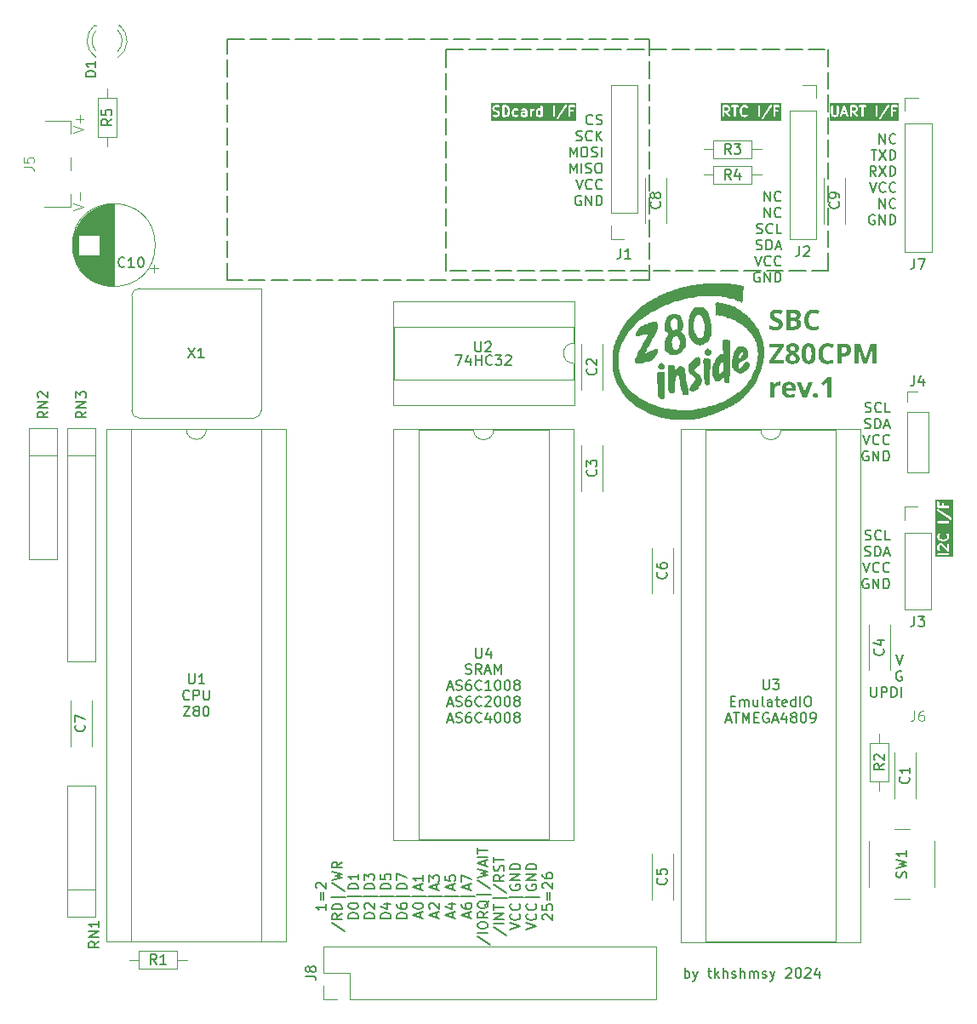
<source format=gto>
%TF.GenerationSoftware,KiCad,Pcbnew,7.0.10-7.0.10~ubuntu22.04.1*%
%TF.CreationDate,2024-09-12T14:25:07+09:00*%
%TF.ProjectId,sbcz80cpm,7362637a-3830-4637-906d-2e6b69636164,rev?*%
%TF.SameCoordinates,Original*%
%TF.FileFunction,Legend,Top*%
%TF.FilePolarity,Positive*%
%FSLAX46Y46*%
G04 Gerber Fmt 4.6, Leading zero omitted, Abs format (unit mm)*
G04 Created by KiCad (PCBNEW 7.0.10-7.0.10~ubuntu22.04.1) date 2024-09-12 14:25:07*
%MOMM*%
%LPD*%
G01*
G04 APERTURE LIST*
%ADD10C,0.150000*%
%ADD11C,0.200000*%
%ADD12C,0.400000*%
%ADD13C,0.100000*%
%ADD14C,0.120000*%
G04 APERTURE END LIST*
D10*
X103605000Y-64360000D02*
X105255000Y-64360000D01*
X105855000Y-64360000D02*
X107505000Y-64360000D01*
X108105000Y-64360000D02*
X109755000Y-64360000D01*
X110355000Y-64360000D02*
X112005000Y-64360000D01*
X112605000Y-64360000D02*
X114255000Y-64360000D01*
X114855000Y-64360000D02*
X116505000Y-64360000D01*
X117105000Y-64360000D02*
X118755000Y-64360000D01*
X119355000Y-64360000D02*
X121005000Y-64360000D01*
X121605000Y-64360000D02*
X123255000Y-64360000D01*
X123855000Y-64360000D02*
X125505000Y-64360000D01*
X126105000Y-64360000D02*
X127755000Y-64360000D01*
X128355000Y-64360000D02*
X130005000Y-64360000D01*
X130605000Y-64360000D02*
X132255000Y-64360000D01*
X132855000Y-64360000D02*
X134505000Y-64360000D01*
X135105000Y-64360000D02*
X136755000Y-64360000D01*
X137355000Y-64360000D02*
X139005000Y-64360000D01*
X139605000Y-64360000D02*
X141255000Y-64360000D01*
X141605000Y-64360000D02*
X141605000Y-66010000D01*
X141605000Y-66610000D02*
X141605000Y-68260000D01*
X141605000Y-68860000D02*
X141605000Y-70510000D01*
X141605000Y-71110000D02*
X141605000Y-72760000D01*
X141605000Y-73360000D02*
X141605000Y-75010000D01*
X141605000Y-75610000D02*
X141605000Y-77260000D01*
X141605000Y-77860000D02*
X141605000Y-79510000D01*
X141605000Y-80110000D02*
X141605000Y-81760000D01*
X141605000Y-82360000D02*
X141605000Y-84010000D01*
X141605000Y-84610000D02*
X141605000Y-86260000D01*
X141605000Y-86360000D02*
X139955000Y-86360000D01*
X139355000Y-86360000D02*
X137705000Y-86360000D01*
X137105000Y-86360000D02*
X135455000Y-86360000D01*
X134855000Y-86360000D02*
X133205000Y-86360000D01*
X132605000Y-86360000D02*
X130955000Y-86360000D01*
X130355000Y-86360000D02*
X128705000Y-86360000D01*
X128105000Y-86360000D02*
X126455000Y-86360000D01*
X125855000Y-86360000D02*
X124205000Y-86360000D01*
X123605000Y-86360000D02*
X121955000Y-86360000D01*
X121355000Y-86360000D02*
X119705000Y-86360000D01*
X119105000Y-86360000D02*
X117455000Y-86360000D01*
X116855000Y-86360000D02*
X115205000Y-86360000D01*
X114605000Y-86360000D02*
X112955000Y-86360000D01*
X112355000Y-86360000D02*
X110705000Y-86360000D01*
X110105000Y-86360000D02*
X108455000Y-86360000D01*
X107855000Y-86360000D02*
X106205000Y-86360000D01*
X105605000Y-86360000D02*
X103955000Y-86360000D01*
X103605000Y-86360000D02*
X103605000Y-84710000D01*
X103605000Y-84110000D02*
X103605000Y-82460000D01*
X103605000Y-81860000D02*
X103605000Y-80210000D01*
X103605000Y-79610000D02*
X103605000Y-77960000D01*
X103605000Y-77360000D02*
X103605000Y-75710000D01*
X103605000Y-75110000D02*
X103605000Y-73460000D01*
X103605000Y-72860000D02*
X103605000Y-71210000D01*
X103605000Y-70610000D02*
X103605000Y-68960000D01*
X103605000Y-68360000D02*
X103605000Y-66710000D01*
X103605000Y-66110000D02*
X103605000Y-64460000D01*
X81825000Y-63295000D02*
X83475000Y-63295000D01*
X84075000Y-63295000D02*
X85725000Y-63295000D01*
X86325000Y-63295000D02*
X87975000Y-63295000D01*
X88575000Y-63295000D02*
X90225000Y-63295000D01*
X90825000Y-63295000D02*
X92475000Y-63295000D01*
X93075000Y-63295000D02*
X94725000Y-63295000D01*
X95325000Y-63295000D02*
X96975000Y-63295000D01*
X97575000Y-63295000D02*
X99225000Y-63295000D01*
X99825000Y-63295000D02*
X101475000Y-63295000D01*
X102075000Y-63295000D02*
X103725000Y-63295000D01*
X104325000Y-63295000D02*
X105975000Y-63295000D01*
X106575000Y-63295000D02*
X108225000Y-63295000D01*
X108825000Y-63295000D02*
X110475000Y-63295000D01*
X111075000Y-63295000D02*
X112725000Y-63295000D01*
X113325000Y-63295000D02*
X114975000Y-63295000D01*
X115575000Y-63295000D02*
X117225000Y-63295000D01*
X117825000Y-63295000D02*
X119475000Y-63295000D01*
X120075000Y-63295000D02*
X121725000Y-63295000D01*
X122325000Y-63295000D02*
X123825000Y-63295000D01*
X123825000Y-63295000D02*
X123825000Y-64945000D01*
X123825000Y-65545000D02*
X123825000Y-67195000D01*
X123825000Y-67795000D02*
X123825000Y-69445000D01*
X123825000Y-70045000D02*
X123825000Y-71695000D01*
X123825000Y-72295000D02*
X123825000Y-73945000D01*
X123825000Y-74545000D02*
X123825000Y-76195000D01*
X123825000Y-76795000D02*
X123825000Y-78445000D01*
X123825000Y-79045000D02*
X123825000Y-80695000D01*
X123825000Y-81295000D02*
X123825000Y-82945000D01*
X123825000Y-83545000D02*
X123825000Y-85195000D01*
X123825000Y-85795000D02*
X123825000Y-87295000D01*
X123825000Y-87295000D02*
X122175000Y-87295000D01*
X121575000Y-87295000D02*
X119925000Y-87295000D01*
X119325000Y-87295000D02*
X117675000Y-87295000D01*
X117075000Y-87295000D02*
X115425000Y-87295000D01*
X114825000Y-87295000D02*
X113175000Y-87295000D01*
X112575000Y-87295000D02*
X110925000Y-87295000D01*
X110325000Y-87295000D02*
X108675000Y-87295000D01*
X108075000Y-87295000D02*
X106425000Y-87295000D01*
X105825000Y-87295000D02*
X104175000Y-87295000D01*
X103575000Y-87295000D02*
X101925000Y-87295000D01*
X101325000Y-87295000D02*
X99675000Y-87295000D01*
X99075000Y-87295000D02*
X97425000Y-87295000D01*
X96825000Y-87295000D02*
X95175000Y-87295000D01*
X94575000Y-87295000D02*
X92925000Y-87295000D01*
X92325000Y-87295000D02*
X90675000Y-87295000D01*
X90075000Y-87295000D02*
X88425000Y-87295000D01*
X87825000Y-87295000D02*
X86175000Y-87295000D01*
X85575000Y-87295000D02*
X83925000Y-87295000D01*
X83325000Y-87295000D02*
X81825000Y-87295000D01*
X81825000Y-87295000D02*
X81825000Y-85645000D01*
X81825000Y-85045000D02*
X81825000Y-83395000D01*
X81825000Y-82795000D02*
X81825000Y-81145000D01*
X81825000Y-80545000D02*
X81825000Y-78895000D01*
X81825000Y-78295000D02*
X81825000Y-76645000D01*
X81825000Y-76045000D02*
X81825000Y-74395000D01*
X81825000Y-73795000D02*
X81825000Y-72145000D01*
X81825000Y-71545000D02*
X81825000Y-69895000D01*
X81825000Y-69295000D02*
X81825000Y-67645000D01*
X81825000Y-67045000D02*
X81825000Y-65395000D01*
X81825000Y-64795000D02*
X81825000Y-63295000D01*
X105529286Y-126437200D02*
X105672143Y-126484819D01*
X105672143Y-126484819D02*
X105910238Y-126484819D01*
X105910238Y-126484819D02*
X106005476Y-126437200D01*
X106005476Y-126437200D02*
X106053095Y-126389580D01*
X106053095Y-126389580D02*
X106100714Y-126294342D01*
X106100714Y-126294342D02*
X106100714Y-126199104D01*
X106100714Y-126199104D02*
X106053095Y-126103866D01*
X106053095Y-126103866D02*
X106005476Y-126056247D01*
X106005476Y-126056247D02*
X105910238Y-126008628D01*
X105910238Y-126008628D02*
X105719762Y-125961009D01*
X105719762Y-125961009D02*
X105624524Y-125913390D01*
X105624524Y-125913390D02*
X105576905Y-125865771D01*
X105576905Y-125865771D02*
X105529286Y-125770533D01*
X105529286Y-125770533D02*
X105529286Y-125675295D01*
X105529286Y-125675295D02*
X105576905Y-125580057D01*
X105576905Y-125580057D02*
X105624524Y-125532438D01*
X105624524Y-125532438D02*
X105719762Y-125484819D01*
X105719762Y-125484819D02*
X105957857Y-125484819D01*
X105957857Y-125484819D02*
X106100714Y-125532438D01*
X107100714Y-126484819D02*
X106767381Y-126008628D01*
X106529286Y-126484819D02*
X106529286Y-125484819D01*
X106529286Y-125484819D02*
X106910238Y-125484819D01*
X106910238Y-125484819D02*
X107005476Y-125532438D01*
X107005476Y-125532438D02*
X107053095Y-125580057D01*
X107053095Y-125580057D02*
X107100714Y-125675295D01*
X107100714Y-125675295D02*
X107100714Y-125818152D01*
X107100714Y-125818152D02*
X107053095Y-125913390D01*
X107053095Y-125913390D02*
X107005476Y-125961009D01*
X107005476Y-125961009D02*
X106910238Y-126008628D01*
X106910238Y-126008628D02*
X106529286Y-126008628D01*
X107481667Y-126199104D02*
X107957857Y-126199104D01*
X107386429Y-126484819D02*
X107719762Y-125484819D01*
X107719762Y-125484819D02*
X108053095Y-126484819D01*
X108386429Y-126484819D02*
X108386429Y-125484819D01*
X108386429Y-125484819D02*
X108719762Y-126199104D01*
X108719762Y-126199104D02*
X109053095Y-125484819D01*
X109053095Y-125484819D02*
X109053095Y-126484819D01*
X103719762Y-127809104D02*
X104195952Y-127809104D01*
X103624524Y-128094819D02*
X103957857Y-127094819D01*
X103957857Y-127094819D02*
X104291190Y-128094819D01*
X104576905Y-128047200D02*
X104719762Y-128094819D01*
X104719762Y-128094819D02*
X104957857Y-128094819D01*
X104957857Y-128094819D02*
X105053095Y-128047200D01*
X105053095Y-128047200D02*
X105100714Y-127999580D01*
X105100714Y-127999580D02*
X105148333Y-127904342D01*
X105148333Y-127904342D02*
X105148333Y-127809104D01*
X105148333Y-127809104D02*
X105100714Y-127713866D01*
X105100714Y-127713866D02*
X105053095Y-127666247D01*
X105053095Y-127666247D02*
X104957857Y-127618628D01*
X104957857Y-127618628D02*
X104767381Y-127571009D01*
X104767381Y-127571009D02*
X104672143Y-127523390D01*
X104672143Y-127523390D02*
X104624524Y-127475771D01*
X104624524Y-127475771D02*
X104576905Y-127380533D01*
X104576905Y-127380533D02*
X104576905Y-127285295D01*
X104576905Y-127285295D02*
X104624524Y-127190057D01*
X104624524Y-127190057D02*
X104672143Y-127142438D01*
X104672143Y-127142438D02*
X104767381Y-127094819D01*
X104767381Y-127094819D02*
X105005476Y-127094819D01*
X105005476Y-127094819D02*
X105148333Y-127142438D01*
X106005476Y-127094819D02*
X105815000Y-127094819D01*
X105815000Y-127094819D02*
X105719762Y-127142438D01*
X105719762Y-127142438D02*
X105672143Y-127190057D01*
X105672143Y-127190057D02*
X105576905Y-127332914D01*
X105576905Y-127332914D02*
X105529286Y-127523390D01*
X105529286Y-127523390D02*
X105529286Y-127904342D01*
X105529286Y-127904342D02*
X105576905Y-127999580D01*
X105576905Y-127999580D02*
X105624524Y-128047200D01*
X105624524Y-128047200D02*
X105719762Y-128094819D01*
X105719762Y-128094819D02*
X105910238Y-128094819D01*
X105910238Y-128094819D02*
X106005476Y-128047200D01*
X106005476Y-128047200D02*
X106053095Y-127999580D01*
X106053095Y-127999580D02*
X106100714Y-127904342D01*
X106100714Y-127904342D02*
X106100714Y-127666247D01*
X106100714Y-127666247D02*
X106053095Y-127571009D01*
X106053095Y-127571009D02*
X106005476Y-127523390D01*
X106005476Y-127523390D02*
X105910238Y-127475771D01*
X105910238Y-127475771D02*
X105719762Y-127475771D01*
X105719762Y-127475771D02*
X105624524Y-127523390D01*
X105624524Y-127523390D02*
X105576905Y-127571009D01*
X105576905Y-127571009D02*
X105529286Y-127666247D01*
X107100714Y-127999580D02*
X107053095Y-128047200D01*
X107053095Y-128047200D02*
X106910238Y-128094819D01*
X106910238Y-128094819D02*
X106815000Y-128094819D01*
X106815000Y-128094819D02*
X106672143Y-128047200D01*
X106672143Y-128047200D02*
X106576905Y-127951961D01*
X106576905Y-127951961D02*
X106529286Y-127856723D01*
X106529286Y-127856723D02*
X106481667Y-127666247D01*
X106481667Y-127666247D02*
X106481667Y-127523390D01*
X106481667Y-127523390D02*
X106529286Y-127332914D01*
X106529286Y-127332914D02*
X106576905Y-127237676D01*
X106576905Y-127237676D02*
X106672143Y-127142438D01*
X106672143Y-127142438D02*
X106815000Y-127094819D01*
X106815000Y-127094819D02*
X106910238Y-127094819D01*
X106910238Y-127094819D02*
X107053095Y-127142438D01*
X107053095Y-127142438D02*
X107100714Y-127190057D01*
X108053095Y-128094819D02*
X107481667Y-128094819D01*
X107767381Y-128094819D02*
X107767381Y-127094819D01*
X107767381Y-127094819D02*
X107672143Y-127237676D01*
X107672143Y-127237676D02*
X107576905Y-127332914D01*
X107576905Y-127332914D02*
X107481667Y-127380533D01*
X108672143Y-127094819D02*
X108767381Y-127094819D01*
X108767381Y-127094819D02*
X108862619Y-127142438D01*
X108862619Y-127142438D02*
X108910238Y-127190057D01*
X108910238Y-127190057D02*
X108957857Y-127285295D01*
X108957857Y-127285295D02*
X109005476Y-127475771D01*
X109005476Y-127475771D02*
X109005476Y-127713866D01*
X109005476Y-127713866D02*
X108957857Y-127904342D01*
X108957857Y-127904342D02*
X108910238Y-127999580D01*
X108910238Y-127999580D02*
X108862619Y-128047200D01*
X108862619Y-128047200D02*
X108767381Y-128094819D01*
X108767381Y-128094819D02*
X108672143Y-128094819D01*
X108672143Y-128094819D02*
X108576905Y-128047200D01*
X108576905Y-128047200D02*
X108529286Y-127999580D01*
X108529286Y-127999580D02*
X108481667Y-127904342D01*
X108481667Y-127904342D02*
X108434048Y-127713866D01*
X108434048Y-127713866D02*
X108434048Y-127475771D01*
X108434048Y-127475771D02*
X108481667Y-127285295D01*
X108481667Y-127285295D02*
X108529286Y-127190057D01*
X108529286Y-127190057D02*
X108576905Y-127142438D01*
X108576905Y-127142438D02*
X108672143Y-127094819D01*
X109624524Y-127094819D02*
X109719762Y-127094819D01*
X109719762Y-127094819D02*
X109815000Y-127142438D01*
X109815000Y-127142438D02*
X109862619Y-127190057D01*
X109862619Y-127190057D02*
X109910238Y-127285295D01*
X109910238Y-127285295D02*
X109957857Y-127475771D01*
X109957857Y-127475771D02*
X109957857Y-127713866D01*
X109957857Y-127713866D02*
X109910238Y-127904342D01*
X109910238Y-127904342D02*
X109862619Y-127999580D01*
X109862619Y-127999580D02*
X109815000Y-128047200D01*
X109815000Y-128047200D02*
X109719762Y-128094819D01*
X109719762Y-128094819D02*
X109624524Y-128094819D01*
X109624524Y-128094819D02*
X109529286Y-128047200D01*
X109529286Y-128047200D02*
X109481667Y-127999580D01*
X109481667Y-127999580D02*
X109434048Y-127904342D01*
X109434048Y-127904342D02*
X109386429Y-127713866D01*
X109386429Y-127713866D02*
X109386429Y-127475771D01*
X109386429Y-127475771D02*
X109434048Y-127285295D01*
X109434048Y-127285295D02*
X109481667Y-127190057D01*
X109481667Y-127190057D02*
X109529286Y-127142438D01*
X109529286Y-127142438D02*
X109624524Y-127094819D01*
X110529286Y-127523390D02*
X110434048Y-127475771D01*
X110434048Y-127475771D02*
X110386429Y-127428152D01*
X110386429Y-127428152D02*
X110338810Y-127332914D01*
X110338810Y-127332914D02*
X110338810Y-127285295D01*
X110338810Y-127285295D02*
X110386429Y-127190057D01*
X110386429Y-127190057D02*
X110434048Y-127142438D01*
X110434048Y-127142438D02*
X110529286Y-127094819D01*
X110529286Y-127094819D02*
X110719762Y-127094819D01*
X110719762Y-127094819D02*
X110815000Y-127142438D01*
X110815000Y-127142438D02*
X110862619Y-127190057D01*
X110862619Y-127190057D02*
X110910238Y-127285295D01*
X110910238Y-127285295D02*
X110910238Y-127332914D01*
X110910238Y-127332914D02*
X110862619Y-127428152D01*
X110862619Y-127428152D02*
X110815000Y-127475771D01*
X110815000Y-127475771D02*
X110719762Y-127523390D01*
X110719762Y-127523390D02*
X110529286Y-127523390D01*
X110529286Y-127523390D02*
X110434048Y-127571009D01*
X110434048Y-127571009D02*
X110386429Y-127618628D01*
X110386429Y-127618628D02*
X110338810Y-127713866D01*
X110338810Y-127713866D02*
X110338810Y-127904342D01*
X110338810Y-127904342D02*
X110386429Y-127999580D01*
X110386429Y-127999580D02*
X110434048Y-128047200D01*
X110434048Y-128047200D02*
X110529286Y-128094819D01*
X110529286Y-128094819D02*
X110719762Y-128094819D01*
X110719762Y-128094819D02*
X110815000Y-128047200D01*
X110815000Y-128047200D02*
X110862619Y-127999580D01*
X110862619Y-127999580D02*
X110910238Y-127904342D01*
X110910238Y-127904342D02*
X110910238Y-127713866D01*
X110910238Y-127713866D02*
X110862619Y-127618628D01*
X110862619Y-127618628D02*
X110815000Y-127571009D01*
X110815000Y-127571009D02*
X110719762Y-127523390D01*
X103719762Y-129419104D02*
X104195952Y-129419104D01*
X103624524Y-129704819D02*
X103957857Y-128704819D01*
X103957857Y-128704819D02*
X104291190Y-129704819D01*
X104576905Y-129657200D02*
X104719762Y-129704819D01*
X104719762Y-129704819D02*
X104957857Y-129704819D01*
X104957857Y-129704819D02*
X105053095Y-129657200D01*
X105053095Y-129657200D02*
X105100714Y-129609580D01*
X105100714Y-129609580D02*
X105148333Y-129514342D01*
X105148333Y-129514342D02*
X105148333Y-129419104D01*
X105148333Y-129419104D02*
X105100714Y-129323866D01*
X105100714Y-129323866D02*
X105053095Y-129276247D01*
X105053095Y-129276247D02*
X104957857Y-129228628D01*
X104957857Y-129228628D02*
X104767381Y-129181009D01*
X104767381Y-129181009D02*
X104672143Y-129133390D01*
X104672143Y-129133390D02*
X104624524Y-129085771D01*
X104624524Y-129085771D02*
X104576905Y-128990533D01*
X104576905Y-128990533D02*
X104576905Y-128895295D01*
X104576905Y-128895295D02*
X104624524Y-128800057D01*
X104624524Y-128800057D02*
X104672143Y-128752438D01*
X104672143Y-128752438D02*
X104767381Y-128704819D01*
X104767381Y-128704819D02*
X105005476Y-128704819D01*
X105005476Y-128704819D02*
X105148333Y-128752438D01*
X106005476Y-128704819D02*
X105815000Y-128704819D01*
X105815000Y-128704819D02*
X105719762Y-128752438D01*
X105719762Y-128752438D02*
X105672143Y-128800057D01*
X105672143Y-128800057D02*
X105576905Y-128942914D01*
X105576905Y-128942914D02*
X105529286Y-129133390D01*
X105529286Y-129133390D02*
X105529286Y-129514342D01*
X105529286Y-129514342D02*
X105576905Y-129609580D01*
X105576905Y-129609580D02*
X105624524Y-129657200D01*
X105624524Y-129657200D02*
X105719762Y-129704819D01*
X105719762Y-129704819D02*
X105910238Y-129704819D01*
X105910238Y-129704819D02*
X106005476Y-129657200D01*
X106005476Y-129657200D02*
X106053095Y-129609580D01*
X106053095Y-129609580D02*
X106100714Y-129514342D01*
X106100714Y-129514342D02*
X106100714Y-129276247D01*
X106100714Y-129276247D02*
X106053095Y-129181009D01*
X106053095Y-129181009D02*
X106005476Y-129133390D01*
X106005476Y-129133390D02*
X105910238Y-129085771D01*
X105910238Y-129085771D02*
X105719762Y-129085771D01*
X105719762Y-129085771D02*
X105624524Y-129133390D01*
X105624524Y-129133390D02*
X105576905Y-129181009D01*
X105576905Y-129181009D02*
X105529286Y-129276247D01*
X107100714Y-129609580D02*
X107053095Y-129657200D01*
X107053095Y-129657200D02*
X106910238Y-129704819D01*
X106910238Y-129704819D02*
X106815000Y-129704819D01*
X106815000Y-129704819D02*
X106672143Y-129657200D01*
X106672143Y-129657200D02*
X106576905Y-129561961D01*
X106576905Y-129561961D02*
X106529286Y-129466723D01*
X106529286Y-129466723D02*
X106481667Y-129276247D01*
X106481667Y-129276247D02*
X106481667Y-129133390D01*
X106481667Y-129133390D02*
X106529286Y-128942914D01*
X106529286Y-128942914D02*
X106576905Y-128847676D01*
X106576905Y-128847676D02*
X106672143Y-128752438D01*
X106672143Y-128752438D02*
X106815000Y-128704819D01*
X106815000Y-128704819D02*
X106910238Y-128704819D01*
X106910238Y-128704819D02*
X107053095Y-128752438D01*
X107053095Y-128752438D02*
X107100714Y-128800057D01*
X107481667Y-128800057D02*
X107529286Y-128752438D01*
X107529286Y-128752438D02*
X107624524Y-128704819D01*
X107624524Y-128704819D02*
X107862619Y-128704819D01*
X107862619Y-128704819D02*
X107957857Y-128752438D01*
X107957857Y-128752438D02*
X108005476Y-128800057D01*
X108005476Y-128800057D02*
X108053095Y-128895295D01*
X108053095Y-128895295D02*
X108053095Y-128990533D01*
X108053095Y-128990533D02*
X108005476Y-129133390D01*
X108005476Y-129133390D02*
X107434048Y-129704819D01*
X107434048Y-129704819D02*
X108053095Y-129704819D01*
X108672143Y-128704819D02*
X108767381Y-128704819D01*
X108767381Y-128704819D02*
X108862619Y-128752438D01*
X108862619Y-128752438D02*
X108910238Y-128800057D01*
X108910238Y-128800057D02*
X108957857Y-128895295D01*
X108957857Y-128895295D02*
X109005476Y-129085771D01*
X109005476Y-129085771D02*
X109005476Y-129323866D01*
X109005476Y-129323866D02*
X108957857Y-129514342D01*
X108957857Y-129514342D02*
X108910238Y-129609580D01*
X108910238Y-129609580D02*
X108862619Y-129657200D01*
X108862619Y-129657200D02*
X108767381Y-129704819D01*
X108767381Y-129704819D02*
X108672143Y-129704819D01*
X108672143Y-129704819D02*
X108576905Y-129657200D01*
X108576905Y-129657200D02*
X108529286Y-129609580D01*
X108529286Y-129609580D02*
X108481667Y-129514342D01*
X108481667Y-129514342D02*
X108434048Y-129323866D01*
X108434048Y-129323866D02*
X108434048Y-129085771D01*
X108434048Y-129085771D02*
X108481667Y-128895295D01*
X108481667Y-128895295D02*
X108529286Y-128800057D01*
X108529286Y-128800057D02*
X108576905Y-128752438D01*
X108576905Y-128752438D02*
X108672143Y-128704819D01*
X109624524Y-128704819D02*
X109719762Y-128704819D01*
X109719762Y-128704819D02*
X109815000Y-128752438D01*
X109815000Y-128752438D02*
X109862619Y-128800057D01*
X109862619Y-128800057D02*
X109910238Y-128895295D01*
X109910238Y-128895295D02*
X109957857Y-129085771D01*
X109957857Y-129085771D02*
X109957857Y-129323866D01*
X109957857Y-129323866D02*
X109910238Y-129514342D01*
X109910238Y-129514342D02*
X109862619Y-129609580D01*
X109862619Y-129609580D02*
X109815000Y-129657200D01*
X109815000Y-129657200D02*
X109719762Y-129704819D01*
X109719762Y-129704819D02*
X109624524Y-129704819D01*
X109624524Y-129704819D02*
X109529286Y-129657200D01*
X109529286Y-129657200D02*
X109481667Y-129609580D01*
X109481667Y-129609580D02*
X109434048Y-129514342D01*
X109434048Y-129514342D02*
X109386429Y-129323866D01*
X109386429Y-129323866D02*
X109386429Y-129085771D01*
X109386429Y-129085771D02*
X109434048Y-128895295D01*
X109434048Y-128895295D02*
X109481667Y-128800057D01*
X109481667Y-128800057D02*
X109529286Y-128752438D01*
X109529286Y-128752438D02*
X109624524Y-128704819D01*
X110529286Y-129133390D02*
X110434048Y-129085771D01*
X110434048Y-129085771D02*
X110386429Y-129038152D01*
X110386429Y-129038152D02*
X110338810Y-128942914D01*
X110338810Y-128942914D02*
X110338810Y-128895295D01*
X110338810Y-128895295D02*
X110386429Y-128800057D01*
X110386429Y-128800057D02*
X110434048Y-128752438D01*
X110434048Y-128752438D02*
X110529286Y-128704819D01*
X110529286Y-128704819D02*
X110719762Y-128704819D01*
X110719762Y-128704819D02*
X110815000Y-128752438D01*
X110815000Y-128752438D02*
X110862619Y-128800057D01*
X110862619Y-128800057D02*
X110910238Y-128895295D01*
X110910238Y-128895295D02*
X110910238Y-128942914D01*
X110910238Y-128942914D02*
X110862619Y-129038152D01*
X110862619Y-129038152D02*
X110815000Y-129085771D01*
X110815000Y-129085771D02*
X110719762Y-129133390D01*
X110719762Y-129133390D02*
X110529286Y-129133390D01*
X110529286Y-129133390D02*
X110434048Y-129181009D01*
X110434048Y-129181009D02*
X110386429Y-129228628D01*
X110386429Y-129228628D02*
X110338810Y-129323866D01*
X110338810Y-129323866D02*
X110338810Y-129514342D01*
X110338810Y-129514342D02*
X110386429Y-129609580D01*
X110386429Y-129609580D02*
X110434048Y-129657200D01*
X110434048Y-129657200D02*
X110529286Y-129704819D01*
X110529286Y-129704819D02*
X110719762Y-129704819D01*
X110719762Y-129704819D02*
X110815000Y-129657200D01*
X110815000Y-129657200D02*
X110862619Y-129609580D01*
X110862619Y-129609580D02*
X110910238Y-129514342D01*
X110910238Y-129514342D02*
X110910238Y-129323866D01*
X110910238Y-129323866D02*
X110862619Y-129228628D01*
X110862619Y-129228628D02*
X110815000Y-129181009D01*
X110815000Y-129181009D02*
X110719762Y-129133390D01*
X103719762Y-131029104D02*
X104195952Y-131029104D01*
X103624524Y-131314819D02*
X103957857Y-130314819D01*
X103957857Y-130314819D02*
X104291190Y-131314819D01*
X104576905Y-131267200D02*
X104719762Y-131314819D01*
X104719762Y-131314819D02*
X104957857Y-131314819D01*
X104957857Y-131314819D02*
X105053095Y-131267200D01*
X105053095Y-131267200D02*
X105100714Y-131219580D01*
X105100714Y-131219580D02*
X105148333Y-131124342D01*
X105148333Y-131124342D02*
X105148333Y-131029104D01*
X105148333Y-131029104D02*
X105100714Y-130933866D01*
X105100714Y-130933866D02*
X105053095Y-130886247D01*
X105053095Y-130886247D02*
X104957857Y-130838628D01*
X104957857Y-130838628D02*
X104767381Y-130791009D01*
X104767381Y-130791009D02*
X104672143Y-130743390D01*
X104672143Y-130743390D02*
X104624524Y-130695771D01*
X104624524Y-130695771D02*
X104576905Y-130600533D01*
X104576905Y-130600533D02*
X104576905Y-130505295D01*
X104576905Y-130505295D02*
X104624524Y-130410057D01*
X104624524Y-130410057D02*
X104672143Y-130362438D01*
X104672143Y-130362438D02*
X104767381Y-130314819D01*
X104767381Y-130314819D02*
X105005476Y-130314819D01*
X105005476Y-130314819D02*
X105148333Y-130362438D01*
X106005476Y-130314819D02*
X105815000Y-130314819D01*
X105815000Y-130314819D02*
X105719762Y-130362438D01*
X105719762Y-130362438D02*
X105672143Y-130410057D01*
X105672143Y-130410057D02*
X105576905Y-130552914D01*
X105576905Y-130552914D02*
X105529286Y-130743390D01*
X105529286Y-130743390D02*
X105529286Y-131124342D01*
X105529286Y-131124342D02*
X105576905Y-131219580D01*
X105576905Y-131219580D02*
X105624524Y-131267200D01*
X105624524Y-131267200D02*
X105719762Y-131314819D01*
X105719762Y-131314819D02*
X105910238Y-131314819D01*
X105910238Y-131314819D02*
X106005476Y-131267200D01*
X106005476Y-131267200D02*
X106053095Y-131219580D01*
X106053095Y-131219580D02*
X106100714Y-131124342D01*
X106100714Y-131124342D02*
X106100714Y-130886247D01*
X106100714Y-130886247D02*
X106053095Y-130791009D01*
X106053095Y-130791009D02*
X106005476Y-130743390D01*
X106005476Y-130743390D02*
X105910238Y-130695771D01*
X105910238Y-130695771D02*
X105719762Y-130695771D01*
X105719762Y-130695771D02*
X105624524Y-130743390D01*
X105624524Y-130743390D02*
X105576905Y-130791009D01*
X105576905Y-130791009D02*
X105529286Y-130886247D01*
X107100714Y-131219580D02*
X107053095Y-131267200D01*
X107053095Y-131267200D02*
X106910238Y-131314819D01*
X106910238Y-131314819D02*
X106815000Y-131314819D01*
X106815000Y-131314819D02*
X106672143Y-131267200D01*
X106672143Y-131267200D02*
X106576905Y-131171961D01*
X106576905Y-131171961D02*
X106529286Y-131076723D01*
X106529286Y-131076723D02*
X106481667Y-130886247D01*
X106481667Y-130886247D02*
X106481667Y-130743390D01*
X106481667Y-130743390D02*
X106529286Y-130552914D01*
X106529286Y-130552914D02*
X106576905Y-130457676D01*
X106576905Y-130457676D02*
X106672143Y-130362438D01*
X106672143Y-130362438D02*
X106815000Y-130314819D01*
X106815000Y-130314819D02*
X106910238Y-130314819D01*
X106910238Y-130314819D02*
X107053095Y-130362438D01*
X107053095Y-130362438D02*
X107100714Y-130410057D01*
X107957857Y-130648152D02*
X107957857Y-131314819D01*
X107719762Y-130267200D02*
X107481667Y-130981485D01*
X107481667Y-130981485D02*
X108100714Y-130981485D01*
X108672143Y-130314819D02*
X108767381Y-130314819D01*
X108767381Y-130314819D02*
X108862619Y-130362438D01*
X108862619Y-130362438D02*
X108910238Y-130410057D01*
X108910238Y-130410057D02*
X108957857Y-130505295D01*
X108957857Y-130505295D02*
X109005476Y-130695771D01*
X109005476Y-130695771D02*
X109005476Y-130933866D01*
X109005476Y-130933866D02*
X108957857Y-131124342D01*
X108957857Y-131124342D02*
X108910238Y-131219580D01*
X108910238Y-131219580D02*
X108862619Y-131267200D01*
X108862619Y-131267200D02*
X108767381Y-131314819D01*
X108767381Y-131314819D02*
X108672143Y-131314819D01*
X108672143Y-131314819D02*
X108576905Y-131267200D01*
X108576905Y-131267200D02*
X108529286Y-131219580D01*
X108529286Y-131219580D02*
X108481667Y-131124342D01*
X108481667Y-131124342D02*
X108434048Y-130933866D01*
X108434048Y-130933866D02*
X108434048Y-130695771D01*
X108434048Y-130695771D02*
X108481667Y-130505295D01*
X108481667Y-130505295D02*
X108529286Y-130410057D01*
X108529286Y-130410057D02*
X108576905Y-130362438D01*
X108576905Y-130362438D02*
X108672143Y-130314819D01*
X109624524Y-130314819D02*
X109719762Y-130314819D01*
X109719762Y-130314819D02*
X109815000Y-130362438D01*
X109815000Y-130362438D02*
X109862619Y-130410057D01*
X109862619Y-130410057D02*
X109910238Y-130505295D01*
X109910238Y-130505295D02*
X109957857Y-130695771D01*
X109957857Y-130695771D02*
X109957857Y-130933866D01*
X109957857Y-130933866D02*
X109910238Y-131124342D01*
X109910238Y-131124342D02*
X109862619Y-131219580D01*
X109862619Y-131219580D02*
X109815000Y-131267200D01*
X109815000Y-131267200D02*
X109719762Y-131314819D01*
X109719762Y-131314819D02*
X109624524Y-131314819D01*
X109624524Y-131314819D02*
X109529286Y-131267200D01*
X109529286Y-131267200D02*
X109481667Y-131219580D01*
X109481667Y-131219580D02*
X109434048Y-131124342D01*
X109434048Y-131124342D02*
X109386429Y-130933866D01*
X109386429Y-130933866D02*
X109386429Y-130695771D01*
X109386429Y-130695771D02*
X109434048Y-130505295D01*
X109434048Y-130505295D02*
X109481667Y-130410057D01*
X109481667Y-130410057D02*
X109529286Y-130362438D01*
X109529286Y-130362438D02*
X109624524Y-130314819D01*
X110529286Y-130743390D02*
X110434048Y-130695771D01*
X110434048Y-130695771D02*
X110386429Y-130648152D01*
X110386429Y-130648152D02*
X110338810Y-130552914D01*
X110338810Y-130552914D02*
X110338810Y-130505295D01*
X110338810Y-130505295D02*
X110386429Y-130410057D01*
X110386429Y-130410057D02*
X110434048Y-130362438D01*
X110434048Y-130362438D02*
X110529286Y-130314819D01*
X110529286Y-130314819D02*
X110719762Y-130314819D01*
X110719762Y-130314819D02*
X110815000Y-130362438D01*
X110815000Y-130362438D02*
X110862619Y-130410057D01*
X110862619Y-130410057D02*
X110910238Y-130505295D01*
X110910238Y-130505295D02*
X110910238Y-130552914D01*
X110910238Y-130552914D02*
X110862619Y-130648152D01*
X110862619Y-130648152D02*
X110815000Y-130695771D01*
X110815000Y-130695771D02*
X110719762Y-130743390D01*
X110719762Y-130743390D02*
X110529286Y-130743390D01*
X110529286Y-130743390D02*
X110434048Y-130791009D01*
X110434048Y-130791009D02*
X110386429Y-130838628D01*
X110386429Y-130838628D02*
X110338810Y-130933866D01*
X110338810Y-130933866D02*
X110338810Y-131124342D01*
X110338810Y-131124342D02*
X110386429Y-131219580D01*
X110386429Y-131219580D02*
X110434048Y-131267200D01*
X110434048Y-131267200D02*
X110529286Y-131314819D01*
X110529286Y-131314819D02*
X110719762Y-131314819D01*
X110719762Y-131314819D02*
X110815000Y-131267200D01*
X110815000Y-131267200D02*
X110862619Y-131219580D01*
X110862619Y-131219580D02*
X110910238Y-131124342D01*
X110910238Y-131124342D02*
X110910238Y-130933866D01*
X110910238Y-130933866D02*
X110862619Y-130838628D01*
X110862619Y-130838628D02*
X110815000Y-130791009D01*
X110815000Y-130791009D02*
X110719762Y-130743390D01*
X104529286Y-94754819D02*
X105195952Y-94754819D01*
X105195952Y-94754819D02*
X104767381Y-95754819D01*
X106005476Y-95088152D02*
X106005476Y-95754819D01*
X105767381Y-94707200D02*
X105529286Y-95421485D01*
X105529286Y-95421485D02*
X106148333Y-95421485D01*
X106529286Y-95754819D02*
X106529286Y-94754819D01*
X106529286Y-95231009D02*
X107100714Y-95231009D01*
X107100714Y-95754819D02*
X107100714Y-94754819D01*
X108148333Y-95659580D02*
X108100714Y-95707200D01*
X108100714Y-95707200D02*
X107957857Y-95754819D01*
X107957857Y-95754819D02*
X107862619Y-95754819D01*
X107862619Y-95754819D02*
X107719762Y-95707200D01*
X107719762Y-95707200D02*
X107624524Y-95611961D01*
X107624524Y-95611961D02*
X107576905Y-95516723D01*
X107576905Y-95516723D02*
X107529286Y-95326247D01*
X107529286Y-95326247D02*
X107529286Y-95183390D01*
X107529286Y-95183390D02*
X107576905Y-94992914D01*
X107576905Y-94992914D02*
X107624524Y-94897676D01*
X107624524Y-94897676D02*
X107719762Y-94802438D01*
X107719762Y-94802438D02*
X107862619Y-94754819D01*
X107862619Y-94754819D02*
X107957857Y-94754819D01*
X107957857Y-94754819D02*
X108100714Y-94802438D01*
X108100714Y-94802438D02*
X108148333Y-94850057D01*
X108481667Y-94754819D02*
X109100714Y-94754819D01*
X109100714Y-94754819D02*
X108767381Y-95135771D01*
X108767381Y-95135771D02*
X108910238Y-95135771D01*
X108910238Y-95135771D02*
X109005476Y-95183390D01*
X109005476Y-95183390D02*
X109053095Y-95231009D01*
X109053095Y-95231009D02*
X109100714Y-95326247D01*
X109100714Y-95326247D02*
X109100714Y-95564342D01*
X109100714Y-95564342D02*
X109053095Y-95659580D01*
X109053095Y-95659580D02*
X109005476Y-95707200D01*
X109005476Y-95707200D02*
X108910238Y-95754819D01*
X108910238Y-95754819D02*
X108624524Y-95754819D01*
X108624524Y-95754819D02*
X108529286Y-95707200D01*
X108529286Y-95707200D02*
X108481667Y-95659580D01*
X109481667Y-94850057D02*
X109529286Y-94802438D01*
X109529286Y-94802438D02*
X109624524Y-94754819D01*
X109624524Y-94754819D02*
X109862619Y-94754819D01*
X109862619Y-94754819D02*
X109957857Y-94802438D01*
X109957857Y-94802438D02*
X110005476Y-94850057D01*
X110005476Y-94850057D02*
X110053095Y-94945295D01*
X110053095Y-94945295D02*
X110053095Y-95040533D01*
X110053095Y-95040533D02*
X110005476Y-95183390D01*
X110005476Y-95183390D02*
X109434048Y-95754819D01*
X109434048Y-95754819D02*
X110053095Y-95754819D01*
X91629819Y-149399523D02*
X91629819Y-149970951D01*
X91629819Y-149685237D02*
X90629819Y-149685237D01*
X90629819Y-149685237D02*
X90772676Y-149780475D01*
X90772676Y-149780475D02*
X90867914Y-149875713D01*
X90867914Y-149875713D02*
X90915533Y-149970951D01*
X91106009Y-148970951D02*
X91106009Y-148209047D01*
X91391723Y-148209047D02*
X91391723Y-148970951D01*
X90725057Y-147780475D02*
X90677438Y-147732856D01*
X90677438Y-147732856D02*
X90629819Y-147637618D01*
X90629819Y-147637618D02*
X90629819Y-147399523D01*
X90629819Y-147399523D02*
X90677438Y-147304285D01*
X90677438Y-147304285D02*
X90725057Y-147256666D01*
X90725057Y-147256666D02*
X90820295Y-147209047D01*
X90820295Y-147209047D02*
X90915533Y-147209047D01*
X90915533Y-147209047D02*
X91058390Y-147256666D01*
X91058390Y-147256666D02*
X91629819Y-147828094D01*
X91629819Y-147828094D02*
X91629819Y-147209047D01*
X92192200Y-151232857D02*
X93477914Y-152089999D01*
X93239819Y-150328095D02*
X92763628Y-150661428D01*
X93239819Y-150899523D02*
X92239819Y-150899523D01*
X92239819Y-150899523D02*
X92239819Y-150518571D01*
X92239819Y-150518571D02*
X92287438Y-150423333D01*
X92287438Y-150423333D02*
X92335057Y-150375714D01*
X92335057Y-150375714D02*
X92430295Y-150328095D01*
X92430295Y-150328095D02*
X92573152Y-150328095D01*
X92573152Y-150328095D02*
X92668390Y-150375714D01*
X92668390Y-150375714D02*
X92716009Y-150423333D01*
X92716009Y-150423333D02*
X92763628Y-150518571D01*
X92763628Y-150518571D02*
X92763628Y-150899523D01*
X93239819Y-149899523D02*
X92239819Y-149899523D01*
X92239819Y-149899523D02*
X92239819Y-149661428D01*
X92239819Y-149661428D02*
X92287438Y-149518571D01*
X92287438Y-149518571D02*
X92382676Y-149423333D01*
X92382676Y-149423333D02*
X92477914Y-149375714D01*
X92477914Y-149375714D02*
X92668390Y-149328095D01*
X92668390Y-149328095D02*
X92811247Y-149328095D01*
X92811247Y-149328095D02*
X93001723Y-149375714D01*
X93001723Y-149375714D02*
X93096961Y-149423333D01*
X93096961Y-149423333D02*
X93192200Y-149518571D01*
X93192200Y-149518571D02*
X93239819Y-149661428D01*
X93239819Y-149661428D02*
X93239819Y-149899523D01*
X93573152Y-148661428D02*
X92144580Y-148661428D01*
X92192200Y-147232857D02*
X93477914Y-148089999D01*
X92239819Y-146994761D02*
X93239819Y-146756666D01*
X93239819Y-146756666D02*
X92525533Y-146566190D01*
X92525533Y-146566190D02*
X93239819Y-146375714D01*
X93239819Y-146375714D02*
X92239819Y-146137619D01*
X93239819Y-145185238D02*
X92763628Y-145518571D01*
X93239819Y-145756666D02*
X92239819Y-145756666D01*
X92239819Y-145756666D02*
X92239819Y-145375714D01*
X92239819Y-145375714D02*
X92287438Y-145280476D01*
X92287438Y-145280476D02*
X92335057Y-145232857D01*
X92335057Y-145232857D02*
X92430295Y-145185238D01*
X92430295Y-145185238D02*
X92573152Y-145185238D01*
X92573152Y-145185238D02*
X92668390Y-145232857D01*
X92668390Y-145232857D02*
X92716009Y-145280476D01*
X92716009Y-145280476D02*
X92763628Y-145375714D01*
X92763628Y-145375714D02*
X92763628Y-145756666D01*
X94849819Y-150780475D02*
X93849819Y-150780475D01*
X93849819Y-150780475D02*
X93849819Y-150542380D01*
X93849819Y-150542380D02*
X93897438Y-150399523D01*
X93897438Y-150399523D02*
X93992676Y-150304285D01*
X93992676Y-150304285D02*
X94087914Y-150256666D01*
X94087914Y-150256666D02*
X94278390Y-150209047D01*
X94278390Y-150209047D02*
X94421247Y-150209047D01*
X94421247Y-150209047D02*
X94611723Y-150256666D01*
X94611723Y-150256666D02*
X94706961Y-150304285D01*
X94706961Y-150304285D02*
X94802200Y-150399523D01*
X94802200Y-150399523D02*
X94849819Y-150542380D01*
X94849819Y-150542380D02*
X94849819Y-150780475D01*
X93849819Y-149589999D02*
X93849819Y-149494761D01*
X93849819Y-149494761D02*
X93897438Y-149399523D01*
X93897438Y-149399523D02*
X93945057Y-149351904D01*
X93945057Y-149351904D02*
X94040295Y-149304285D01*
X94040295Y-149304285D02*
X94230771Y-149256666D01*
X94230771Y-149256666D02*
X94468866Y-149256666D01*
X94468866Y-149256666D02*
X94659342Y-149304285D01*
X94659342Y-149304285D02*
X94754580Y-149351904D01*
X94754580Y-149351904D02*
X94802200Y-149399523D01*
X94802200Y-149399523D02*
X94849819Y-149494761D01*
X94849819Y-149494761D02*
X94849819Y-149589999D01*
X94849819Y-149589999D02*
X94802200Y-149685237D01*
X94802200Y-149685237D02*
X94754580Y-149732856D01*
X94754580Y-149732856D02*
X94659342Y-149780475D01*
X94659342Y-149780475D02*
X94468866Y-149828094D01*
X94468866Y-149828094D02*
X94230771Y-149828094D01*
X94230771Y-149828094D02*
X94040295Y-149780475D01*
X94040295Y-149780475D02*
X93945057Y-149732856D01*
X93945057Y-149732856D02*
X93897438Y-149685237D01*
X93897438Y-149685237D02*
X93849819Y-149589999D01*
X95183152Y-148589999D02*
X93754580Y-148589999D01*
X94849819Y-147875713D02*
X93849819Y-147875713D01*
X93849819Y-147875713D02*
X93849819Y-147637618D01*
X93849819Y-147637618D02*
X93897438Y-147494761D01*
X93897438Y-147494761D02*
X93992676Y-147399523D01*
X93992676Y-147399523D02*
X94087914Y-147351904D01*
X94087914Y-147351904D02*
X94278390Y-147304285D01*
X94278390Y-147304285D02*
X94421247Y-147304285D01*
X94421247Y-147304285D02*
X94611723Y-147351904D01*
X94611723Y-147351904D02*
X94706961Y-147399523D01*
X94706961Y-147399523D02*
X94802200Y-147494761D01*
X94802200Y-147494761D02*
X94849819Y-147637618D01*
X94849819Y-147637618D02*
X94849819Y-147875713D01*
X94849819Y-146351904D02*
X94849819Y-146923332D01*
X94849819Y-146637618D02*
X93849819Y-146637618D01*
X93849819Y-146637618D02*
X93992676Y-146732856D01*
X93992676Y-146732856D02*
X94087914Y-146828094D01*
X94087914Y-146828094D02*
X94135533Y-146923332D01*
X96459819Y-150780475D02*
X95459819Y-150780475D01*
X95459819Y-150780475D02*
X95459819Y-150542380D01*
X95459819Y-150542380D02*
X95507438Y-150399523D01*
X95507438Y-150399523D02*
X95602676Y-150304285D01*
X95602676Y-150304285D02*
X95697914Y-150256666D01*
X95697914Y-150256666D02*
X95888390Y-150209047D01*
X95888390Y-150209047D02*
X96031247Y-150209047D01*
X96031247Y-150209047D02*
X96221723Y-150256666D01*
X96221723Y-150256666D02*
X96316961Y-150304285D01*
X96316961Y-150304285D02*
X96412200Y-150399523D01*
X96412200Y-150399523D02*
X96459819Y-150542380D01*
X96459819Y-150542380D02*
X96459819Y-150780475D01*
X95555057Y-149828094D02*
X95507438Y-149780475D01*
X95507438Y-149780475D02*
X95459819Y-149685237D01*
X95459819Y-149685237D02*
X95459819Y-149447142D01*
X95459819Y-149447142D02*
X95507438Y-149351904D01*
X95507438Y-149351904D02*
X95555057Y-149304285D01*
X95555057Y-149304285D02*
X95650295Y-149256666D01*
X95650295Y-149256666D02*
X95745533Y-149256666D01*
X95745533Y-149256666D02*
X95888390Y-149304285D01*
X95888390Y-149304285D02*
X96459819Y-149875713D01*
X96459819Y-149875713D02*
X96459819Y-149256666D01*
X96793152Y-148589999D02*
X95364580Y-148589999D01*
X96459819Y-147875713D02*
X95459819Y-147875713D01*
X95459819Y-147875713D02*
X95459819Y-147637618D01*
X95459819Y-147637618D02*
X95507438Y-147494761D01*
X95507438Y-147494761D02*
X95602676Y-147399523D01*
X95602676Y-147399523D02*
X95697914Y-147351904D01*
X95697914Y-147351904D02*
X95888390Y-147304285D01*
X95888390Y-147304285D02*
X96031247Y-147304285D01*
X96031247Y-147304285D02*
X96221723Y-147351904D01*
X96221723Y-147351904D02*
X96316961Y-147399523D01*
X96316961Y-147399523D02*
X96412200Y-147494761D01*
X96412200Y-147494761D02*
X96459819Y-147637618D01*
X96459819Y-147637618D02*
X96459819Y-147875713D01*
X95459819Y-146970951D02*
X95459819Y-146351904D01*
X95459819Y-146351904D02*
X95840771Y-146685237D01*
X95840771Y-146685237D02*
X95840771Y-146542380D01*
X95840771Y-146542380D02*
X95888390Y-146447142D01*
X95888390Y-146447142D02*
X95936009Y-146399523D01*
X95936009Y-146399523D02*
X96031247Y-146351904D01*
X96031247Y-146351904D02*
X96269342Y-146351904D01*
X96269342Y-146351904D02*
X96364580Y-146399523D01*
X96364580Y-146399523D02*
X96412200Y-146447142D01*
X96412200Y-146447142D02*
X96459819Y-146542380D01*
X96459819Y-146542380D02*
X96459819Y-146828094D01*
X96459819Y-146828094D02*
X96412200Y-146923332D01*
X96412200Y-146923332D02*
X96364580Y-146970951D01*
X98069819Y-150780475D02*
X97069819Y-150780475D01*
X97069819Y-150780475D02*
X97069819Y-150542380D01*
X97069819Y-150542380D02*
X97117438Y-150399523D01*
X97117438Y-150399523D02*
X97212676Y-150304285D01*
X97212676Y-150304285D02*
X97307914Y-150256666D01*
X97307914Y-150256666D02*
X97498390Y-150209047D01*
X97498390Y-150209047D02*
X97641247Y-150209047D01*
X97641247Y-150209047D02*
X97831723Y-150256666D01*
X97831723Y-150256666D02*
X97926961Y-150304285D01*
X97926961Y-150304285D02*
X98022200Y-150399523D01*
X98022200Y-150399523D02*
X98069819Y-150542380D01*
X98069819Y-150542380D02*
X98069819Y-150780475D01*
X97403152Y-149351904D02*
X98069819Y-149351904D01*
X97022200Y-149589999D02*
X97736485Y-149828094D01*
X97736485Y-149828094D02*
X97736485Y-149209047D01*
X98403152Y-148589999D02*
X96974580Y-148589999D01*
X98069819Y-147875713D02*
X97069819Y-147875713D01*
X97069819Y-147875713D02*
X97069819Y-147637618D01*
X97069819Y-147637618D02*
X97117438Y-147494761D01*
X97117438Y-147494761D02*
X97212676Y-147399523D01*
X97212676Y-147399523D02*
X97307914Y-147351904D01*
X97307914Y-147351904D02*
X97498390Y-147304285D01*
X97498390Y-147304285D02*
X97641247Y-147304285D01*
X97641247Y-147304285D02*
X97831723Y-147351904D01*
X97831723Y-147351904D02*
X97926961Y-147399523D01*
X97926961Y-147399523D02*
X98022200Y-147494761D01*
X98022200Y-147494761D02*
X98069819Y-147637618D01*
X98069819Y-147637618D02*
X98069819Y-147875713D01*
X97069819Y-146399523D02*
X97069819Y-146875713D01*
X97069819Y-146875713D02*
X97546009Y-146923332D01*
X97546009Y-146923332D02*
X97498390Y-146875713D01*
X97498390Y-146875713D02*
X97450771Y-146780475D01*
X97450771Y-146780475D02*
X97450771Y-146542380D01*
X97450771Y-146542380D02*
X97498390Y-146447142D01*
X97498390Y-146447142D02*
X97546009Y-146399523D01*
X97546009Y-146399523D02*
X97641247Y-146351904D01*
X97641247Y-146351904D02*
X97879342Y-146351904D01*
X97879342Y-146351904D02*
X97974580Y-146399523D01*
X97974580Y-146399523D02*
X98022200Y-146447142D01*
X98022200Y-146447142D02*
X98069819Y-146542380D01*
X98069819Y-146542380D02*
X98069819Y-146780475D01*
X98069819Y-146780475D02*
X98022200Y-146875713D01*
X98022200Y-146875713D02*
X97974580Y-146923332D01*
X99679819Y-150780475D02*
X98679819Y-150780475D01*
X98679819Y-150780475D02*
X98679819Y-150542380D01*
X98679819Y-150542380D02*
X98727438Y-150399523D01*
X98727438Y-150399523D02*
X98822676Y-150304285D01*
X98822676Y-150304285D02*
X98917914Y-150256666D01*
X98917914Y-150256666D02*
X99108390Y-150209047D01*
X99108390Y-150209047D02*
X99251247Y-150209047D01*
X99251247Y-150209047D02*
X99441723Y-150256666D01*
X99441723Y-150256666D02*
X99536961Y-150304285D01*
X99536961Y-150304285D02*
X99632200Y-150399523D01*
X99632200Y-150399523D02*
X99679819Y-150542380D01*
X99679819Y-150542380D02*
X99679819Y-150780475D01*
X98679819Y-149351904D02*
X98679819Y-149542380D01*
X98679819Y-149542380D02*
X98727438Y-149637618D01*
X98727438Y-149637618D02*
X98775057Y-149685237D01*
X98775057Y-149685237D02*
X98917914Y-149780475D01*
X98917914Y-149780475D02*
X99108390Y-149828094D01*
X99108390Y-149828094D02*
X99489342Y-149828094D01*
X99489342Y-149828094D02*
X99584580Y-149780475D01*
X99584580Y-149780475D02*
X99632200Y-149732856D01*
X99632200Y-149732856D02*
X99679819Y-149637618D01*
X99679819Y-149637618D02*
X99679819Y-149447142D01*
X99679819Y-149447142D02*
X99632200Y-149351904D01*
X99632200Y-149351904D02*
X99584580Y-149304285D01*
X99584580Y-149304285D02*
X99489342Y-149256666D01*
X99489342Y-149256666D02*
X99251247Y-149256666D01*
X99251247Y-149256666D02*
X99156009Y-149304285D01*
X99156009Y-149304285D02*
X99108390Y-149351904D01*
X99108390Y-149351904D02*
X99060771Y-149447142D01*
X99060771Y-149447142D02*
X99060771Y-149637618D01*
X99060771Y-149637618D02*
X99108390Y-149732856D01*
X99108390Y-149732856D02*
X99156009Y-149780475D01*
X99156009Y-149780475D02*
X99251247Y-149828094D01*
X100013152Y-148589999D02*
X98584580Y-148589999D01*
X99679819Y-147875713D02*
X98679819Y-147875713D01*
X98679819Y-147875713D02*
X98679819Y-147637618D01*
X98679819Y-147637618D02*
X98727438Y-147494761D01*
X98727438Y-147494761D02*
X98822676Y-147399523D01*
X98822676Y-147399523D02*
X98917914Y-147351904D01*
X98917914Y-147351904D02*
X99108390Y-147304285D01*
X99108390Y-147304285D02*
X99251247Y-147304285D01*
X99251247Y-147304285D02*
X99441723Y-147351904D01*
X99441723Y-147351904D02*
X99536961Y-147399523D01*
X99536961Y-147399523D02*
X99632200Y-147494761D01*
X99632200Y-147494761D02*
X99679819Y-147637618D01*
X99679819Y-147637618D02*
X99679819Y-147875713D01*
X98679819Y-146970951D02*
X98679819Y-146304285D01*
X98679819Y-146304285D02*
X99679819Y-146732856D01*
X101004104Y-150685237D02*
X101004104Y-150209047D01*
X101289819Y-150780475D02*
X100289819Y-150447142D01*
X100289819Y-150447142D02*
X101289819Y-150113809D01*
X100289819Y-149589999D02*
X100289819Y-149494761D01*
X100289819Y-149494761D02*
X100337438Y-149399523D01*
X100337438Y-149399523D02*
X100385057Y-149351904D01*
X100385057Y-149351904D02*
X100480295Y-149304285D01*
X100480295Y-149304285D02*
X100670771Y-149256666D01*
X100670771Y-149256666D02*
X100908866Y-149256666D01*
X100908866Y-149256666D02*
X101099342Y-149304285D01*
X101099342Y-149304285D02*
X101194580Y-149351904D01*
X101194580Y-149351904D02*
X101242200Y-149399523D01*
X101242200Y-149399523D02*
X101289819Y-149494761D01*
X101289819Y-149494761D02*
X101289819Y-149589999D01*
X101289819Y-149589999D02*
X101242200Y-149685237D01*
X101242200Y-149685237D02*
X101194580Y-149732856D01*
X101194580Y-149732856D02*
X101099342Y-149780475D01*
X101099342Y-149780475D02*
X100908866Y-149828094D01*
X100908866Y-149828094D02*
X100670771Y-149828094D01*
X100670771Y-149828094D02*
X100480295Y-149780475D01*
X100480295Y-149780475D02*
X100385057Y-149732856D01*
X100385057Y-149732856D02*
X100337438Y-149685237D01*
X100337438Y-149685237D02*
X100289819Y-149589999D01*
X101623152Y-148589999D02*
X100194580Y-148589999D01*
X101004104Y-147923332D02*
X101004104Y-147447142D01*
X101289819Y-148018570D02*
X100289819Y-147685237D01*
X100289819Y-147685237D02*
X101289819Y-147351904D01*
X101289819Y-146494761D02*
X101289819Y-147066189D01*
X101289819Y-146780475D02*
X100289819Y-146780475D01*
X100289819Y-146780475D02*
X100432676Y-146875713D01*
X100432676Y-146875713D02*
X100527914Y-146970951D01*
X100527914Y-146970951D02*
X100575533Y-147066189D01*
X102614104Y-150685237D02*
X102614104Y-150209047D01*
X102899819Y-150780475D02*
X101899819Y-150447142D01*
X101899819Y-150447142D02*
X102899819Y-150113809D01*
X101995057Y-149828094D02*
X101947438Y-149780475D01*
X101947438Y-149780475D02*
X101899819Y-149685237D01*
X101899819Y-149685237D02*
X101899819Y-149447142D01*
X101899819Y-149447142D02*
X101947438Y-149351904D01*
X101947438Y-149351904D02*
X101995057Y-149304285D01*
X101995057Y-149304285D02*
X102090295Y-149256666D01*
X102090295Y-149256666D02*
X102185533Y-149256666D01*
X102185533Y-149256666D02*
X102328390Y-149304285D01*
X102328390Y-149304285D02*
X102899819Y-149875713D01*
X102899819Y-149875713D02*
X102899819Y-149256666D01*
X103233152Y-148589999D02*
X101804580Y-148589999D01*
X102614104Y-147923332D02*
X102614104Y-147447142D01*
X102899819Y-148018570D02*
X101899819Y-147685237D01*
X101899819Y-147685237D02*
X102899819Y-147351904D01*
X101899819Y-147113808D02*
X101899819Y-146494761D01*
X101899819Y-146494761D02*
X102280771Y-146828094D01*
X102280771Y-146828094D02*
X102280771Y-146685237D01*
X102280771Y-146685237D02*
X102328390Y-146589999D01*
X102328390Y-146589999D02*
X102376009Y-146542380D01*
X102376009Y-146542380D02*
X102471247Y-146494761D01*
X102471247Y-146494761D02*
X102709342Y-146494761D01*
X102709342Y-146494761D02*
X102804580Y-146542380D01*
X102804580Y-146542380D02*
X102852200Y-146589999D01*
X102852200Y-146589999D02*
X102899819Y-146685237D01*
X102899819Y-146685237D02*
X102899819Y-146970951D01*
X102899819Y-146970951D02*
X102852200Y-147066189D01*
X102852200Y-147066189D02*
X102804580Y-147113808D01*
X104224104Y-150685237D02*
X104224104Y-150209047D01*
X104509819Y-150780475D02*
X103509819Y-150447142D01*
X103509819Y-150447142D02*
X104509819Y-150113809D01*
X103843152Y-149351904D02*
X104509819Y-149351904D01*
X103462200Y-149589999D02*
X104176485Y-149828094D01*
X104176485Y-149828094D02*
X104176485Y-149209047D01*
X104843152Y-148589999D02*
X103414580Y-148589999D01*
X104224104Y-147923332D02*
X104224104Y-147447142D01*
X104509819Y-148018570D02*
X103509819Y-147685237D01*
X103509819Y-147685237D02*
X104509819Y-147351904D01*
X103509819Y-146542380D02*
X103509819Y-147018570D01*
X103509819Y-147018570D02*
X103986009Y-147066189D01*
X103986009Y-147066189D02*
X103938390Y-147018570D01*
X103938390Y-147018570D02*
X103890771Y-146923332D01*
X103890771Y-146923332D02*
X103890771Y-146685237D01*
X103890771Y-146685237D02*
X103938390Y-146589999D01*
X103938390Y-146589999D02*
X103986009Y-146542380D01*
X103986009Y-146542380D02*
X104081247Y-146494761D01*
X104081247Y-146494761D02*
X104319342Y-146494761D01*
X104319342Y-146494761D02*
X104414580Y-146542380D01*
X104414580Y-146542380D02*
X104462200Y-146589999D01*
X104462200Y-146589999D02*
X104509819Y-146685237D01*
X104509819Y-146685237D02*
X104509819Y-146923332D01*
X104509819Y-146923332D02*
X104462200Y-147018570D01*
X104462200Y-147018570D02*
X104414580Y-147066189D01*
X105834104Y-150685237D02*
X105834104Y-150209047D01*
X106119819Y-150780475D02*
X105119819Y-150447142D01*
X105119819Y-150447142D02*
X106119819Y-150113809D01*
X105119819Y-149351904D02*
X105119819Y-149542380D01*
X105119819Y-149542380D02*
X105167438Y-149637618D01*
X105167438Y-149637618D02*
X105215057Y-149685237D01*
X105215057Y-149685237D02*
X105357914Y-149780475D01*
X105357914Y-149780475D02*
X105548390Y-149828094D01*
X105548390Y-149828094D02*
X105929342Y-149828094D01*
X105929342Y-149828094D02*
X106024580Y-149780475D01*
X106024580Y-149780475D02*
X106072200Y-149732856D01*
X106072200Y-149732856D02*
X106119819Y-149637618D01*
X106119819Y-149637618D02*
X106119819Y-149447142D01*
X106119819Y-149447142D02*
X106072200Y-149351904D01*
X106072200Y-149351904D02*
X106024580Y-149304285D01*
X106024580Y-149304285D02*
X105929342Y-149256666D01*
X105929342Y-149256666D02*
X105691247Y-149256666D01*
X105691247Y-149256666D02*
X105596009Y-149304285D01*
X105596009Y-149304285D02*
X105548390Y-149351904D01*
X105548390Y-149351904D02*
X105500771Y-149447142D01*
X105500771Y-149447142D02*
X105500771Y-149637618D01*
X105500771Y-149637618D02*
X105548390Y-149732856D01*
X105548390Y-149732856D02*
X105596009Y-149780475D01*
X105596009Y-149780475D02*
X105691247Y-149828094D01*
X106453152Y-148589999D02*
X105024580Y-148589999D01*
X105834104Y-147923332D02*
X105834104Y-147447142D01*
X106119819Y-148018570D02*
X105119819Y-147685237D01*
X105119819Y-147685237D02*
X106119819Y-147351904D01*
X105119819Y-147113808D02*
X105119819Y-146447142D01*
X105119819Y-146447142D02*
X106119819Y-146875713D01*
X106682200Y-152566190D02*
X107967914Y-153423332D01*
X107729819Y-152232856D02*
X106729819Y-152232856D01*
X106729819Y-151566190D02*
X106729819Y-151375714D01*
X106729819Y-151375714D02*
X106777438Y-151280476D01*
X106777438Y-151280476D02*
X106872676Y-151185238D01*
X106872676Y-151185238D02*
X107063152Y-151137619D01*
X107063152Y-151137619D02*
X107396485Y-151137619D01*
X107396485Y-151137619D02*
X107586961Y-151185238D01*
X107586961Y-151185238D02*
X107682200Y-151280476D01*
X107682200Y-151280476D02*
X107729819Y-151375714D01*
X107729819Y-151375714D02*
X107729819Y-151566190D01*
X107729819Y-151566190D02*
X107682200Y-151661428D01*
X107682200Y-151661428D02*
X107586961Y-151756666D01*
X107586961Y-151756666D02*
X107396485Y-151804285D01*
X107396485Y-151804285D02*
X107063152Y-151804285D01*
X107063152Y-151804285D02*
X106872676Y-151756666D01*
X106872676Y-151756666D02*
X106777438Y-151661428D01*
X106777438Y-151661428D02*
X106729819Y-151566190D01*
X107729819Y-150137619D02*
X107253628Y-150470952D01*
X107729819Y-150709047D02*
X106729819Y-150709047D01*
X106729819Y-150709047D02*
X106729819Y-150328095D01*
X106729819Y-150328095D02*
X106777438Y-150232857D01*
X106777438Y-150232857D02*
X106825057Y-150185238D01*
X106825057Y-150185238D02*
X106920295Y-150137619D01*
X106920295Y-150137619D02*
X107063152Y-150137619D01*
X107063152Y-150137619D02*
X107158390Y-150185238D01*
X107158390Y-150185238D02*
X107206009Y-150232857D01*
X107206009Y-150232857D02*
X107253628Y-150328095D01*
X107253628Y-150328095D02*
X107253628Y-150709047D01*
X107825057Y-149042381D02*
X107777438Y-149137619D01*
X107777438Y-149137619D02*
X107682200Y-149232857D01*
X107682200Y-149232857D02*
X107539342Y-149375714D01*
X107539342Y-149375714D02*
X107491723Y-149470952D01*
X107491723Y-149470952D02*
X107491723Y-149566190D01*
X107729819Y-149518571D02*
X107682200Y-149613809D01*
X107682200Y-149613809D02*
X107586961Y-149709047D01*
X107586961Y-149709047D02*
X107396485Y-149756666D01*
X107396485Y-149756666D02*
X107063152Y-149756666D01*
X107063152Y-149756666D02*
X106872676Y-149709047D01*
X106872676Y-149709047D02*
X106777438Y-149613809D01*
X106777438Y-149613809D02*
X106729819Y-149518571D01*
X106729819Y-149518571D02*
X106729819Y-149328095D01*
X106729819Y-149328095D02*
X106777438Y-149232857D01*
X106777438Y-149232857D02*
X106872676Y-149137619D01*
X106872676Y-149137619D02*
X107063152Y-149090000D01*
X107063152Y-149090000D02*
X107396485Y-149090000D01*
X107396485Y-149090000D02*
X107586961Y-149137619D01*
X107586961Y-149137619D02*
X107682200Y-149232857D01*
X107682200Y-149232857D02*
X107729819Y-149328095D01*
X107729819Y-149328095D02*
X107729819Y-149518571D01*
X108063152Y-148423333D02*
X106634580Y-148423333D01*
X106682200Y-146994762D02*
X107967914Y-147851904D01*
X106729819Y-146756666D02*
X107729819Y-146518571D01*
X107729819Y-146518571D02*
X107015533Y-146328095D01*
X107015533Y-146328095D02*
X107729819Y-146137619D01*
X107729819Y-146137619D02*
X106729819Y-145899524D01*
X107444104Y-145566190D02*
X107444104Y-145090000D01*
X107729819Y-145661428D02*
X106729819Y-145328095D01*
X106729819Y-145328095D02*
X107729819Y-144994762D01*
X107729819Y-144661428D02*
X106729819Y-144661428D01*
X106729819Y-144328095D02*
X106729819Y-143756667D01*
X107729819Y-144042381D02*
X106729819Y-144042381D01*
X108292200Y-151661428D02*
X109577914Y-152518570D01*
X109339819Y-151328094D02*
X108339819Y-151328094D01*
X109339819Y-150851904D02*
X108339819Y-150851904D01*
X108339819Y-150851904D02*
X109339819Y-150280476D01*
X109339819Y-150280476D02*
X108339819Y-150280476D01*
X108339819Y-149947142D02*
X108339819Y-149375714D01*
X109339819Y-149661428D02*
X108339819Y-149661428D01*
X109673152Y-148804285D02*
X108244580Y-148804285D01*
X108292200Y-147375714D02*
X109577914Y-148232856D01*
X109339819Y-146470952D02*
X108863628Y-146804285D01*
X109339819Y-147042380D02*
X108339819Y-147042380D01*
X108339819Y-147042380D02*
X108339819Y-146661428D01*
X108339819Y-146661428D02*
X108387438Y-146566190D01*
X108387438Y-146566190D02*
X108435057Y-146518571D01*
X108435057Y-146518571D02*
X108530295Y-146470952D01*
X108530295Y-146470952D02*
X108673152Y-146470952D01*
X108673152Y-146470952D02*
X108768390Y-146518571D01*
X108768390Y-146518571D02*
X108816009Y-146566190D01*
X108816009Y-146566190D02*
X108863628Y-146661428D01*
X108863628Y-146661428D02*
X108863628Y-147042380D01*
X109292200Y-146089999D02*
X109339819Y-145947142D01*
X109339819Y-145947142D02*
X109339819Y-145709047D01*
X109339819Y-145709047D02*
X109292200Y-145613809D01*
X109292200Y-145613809D02*
X109244580Y-145566190D01*
X109244580Y-145566190D02*
X109149342Y-145518571D01*
X109149342Y-145518571D02*
X109054104Y-145518571D01*
X109054104Y-145518571D02*
X108958866Y-145566190D01*
X108958866Y-145566190D02*
X108911247Y-145613809D01*
X108911247Y-145613809D02*
X108863628Y-145709047D01*
X108863628Y-145709047D02*
X108816009Y-145899523D01*
X108816009Y-145899523D02*
X108768390Y-145994761D01*
X108768390Y-145994761D02*
X108720771Y-146042380D01*
X108720771Y-146042380D02*
X108625533Y-146089999D01*
X108625533Y-146089999D02*
X108530295Y-146089999D01*
X108530295Y-146089999D02*
X108435057Y-146042380D01*
X108435057Y-146042380D02*
X108387438Y-145994761D01*
X108387438Y-145994761D02*
X108339819Y-145899523D01*
X108339819Y-145899523D02*
X108339819Y-145661428D01*
X108339819Y-145661428D02*
X108387438Y-145518571D01*
X108339819Y-145232856D02*
X108339819Y-144661428D01*
X109339819Y-144947142D02*
X108339819Y-144947142D01*
X109949819Y-151923332D02*
X110949819Y-151589999D01*
X110949819Y-151589999D02*
X109949819Y-151256666D01*
X110854580Y-150351904D02*
X110902200Y-150399523D01*
X110902200Y-150399523D02*
X110949819Y-150542380D01*
X110949819Y-150542380D02*
X110949819Y-150637618D01*
X110949819Y-150637618D02*
X110902200Y-150780475D01*
X110902200Y-150780475D02*
X110806961Y-150875713D01*
X110806961Y-150875713D02*
X110711723Y-150923332D01*
X110711723Y-150923332D02*
X110521247Y-150970951D01*
X110521247Y-150970951D02*
X110378390Y-150970951D01*
X110378390Y-150970951D02*
X110187914Y-150923332D01*
X110187914Y-150923332D02*
X110092676Y-150875713D01*
X110092676Y-150875713D02*
X109997438Y-150780475D01*
X109997438Y-150780475D02*
X109949819Y-150637618D01*
X109949819Y-150637618D02*
X109949819Y-150542380D01*
X109949819Y-150542380D02*
X109997438Y-150399523D01*
X109997438Y-150399523D02*
X110045057Y-150351904D01*
X110854580Y-149351904D02*
X110902200Y-149399523D01*
X110902200Y-149399523D02*
X110949819Y-149542380D01*
X110949819Y-149542380D02*
X110949819Y-149637618D01*
X110949819Y-149637618D02*
X110902200Y-149780475D01*
X110902200Y-149780475D02*
X110806961Y-149875713D01*
X110806961Y-149875713D02*
X110711723Y-149923332D01*
X110711723Y-149923332D02*
X110521247Y-149970951D01*
X110521247Y-149970951D02*
X110378390Y-149970951D01*
X110378390Y-149970951D02*
X110187914Y-149923332D01*
X110187914Y-149923332D02*
X110092676Y-149875713D01*
X110092676Y-149875713D02*
X109997438Y-149780475D01*
X109997438Y-149780475D02*
X109949819Y-149637618D01*
X109949819Y-149637618D02*
X109949819Y-149542380D01*
X109949819Y-149542380D02*
X109997438Y-149399523D01*
X109997438Y-149399523D02*
X110045057Y-149351904D01*
X111283152Y-148685237D02*
X109854580Y-148685237D01*
X109997438Y-147447142D02*
X109949819Y-147542380D01*
X109949819Y-147542380D02*
X109949819Y-147685237D01*
X109949819Y-147685237D02*
X109997438Y-147828094D01*
X109997438Y-147828094D02*
X110092676Y-147923332D01*
X110092676Y-147923332D02*
X110187914Y-147970951D01*
X110187914Y-147970951D02*
X110378390Y-148018570D01*
X110378390Y-148018570D02*
X110521247Y-148018570D01*
X110521247Y-148018570D02*
X110711723Y-147970951D01*
X110711723Y-147970951D02*
X110806961Y-147923332D01*
X110806961Y-147923332D02*
X110902200Y-147828094D01*
X110902200Y-147828094D02*
X110949819Y-147685237D01*
X110949819Y-147685237D02*
X110949819Y-147589999D01*
X110949819Y-147589999D02*
X110902200Y-147447142D01*
X110902200Y-147447142D02*
X110854580Y-147399523D01*
X110854580Y-147399523D02*
X110521247Y-147399523D01*
X110521247Y-147399523D02*
X110521247Y-147589999D01*
X110949819Y-146970951D02*
X109949819Y-146970951D01*
X109949819Y-146970951D02*
X110949819Y-146399523D01*
X110949819Y-146399523D02*
X109949819Y-146399523D01*
X110949819Y-145923332D02*
X109949819Y-145923332D01*
X109949819Y-145923332D02*
X109949819Y-145685237D01*
X109949819Y-145685237D02*
X109997438Y-145542380D01*
X109997438Y-145542380D02*
X110092676Y-145447142D01*
X110092676Y-145447142D02*
X110187914Y-145399523D01*
X110187914Y-145399523D02*
X110378390Y-145351904D01*
X110378390Y-145351904D02*
X110521247Y-145351904D01*
X110521247Y-145351904D02*
X110711723Y-145399523D01*
X110711723Y-145399523D02*
X110806961Y-145447142D01*
X110806961Y-145447142D02*
X110902200Y-145542380D01*
X110902200Y-145542380D02*
X110949819Y-145685237D01*
X110949819Y-145685237D02*
X110949819Y-145923332D01*
X111559819Y-151923332D02*
X112559819Y-151589999D01*
X112559819Y-151589999D02*
X111559819Y-151256666D01*
X112464580Y-150351904D02*
X112512200Y-150399523D01*
X112512200Y-150399523D02*
X112559819Y-150542380D01*
X112559819Y-150542380D02*
X112559819Y-150637618D01*
X112559819Y-150637618D02*
X112512200Y-150780475D01*
X112512200Y-150780475D02*
X112416961Y-150875713D01*
X112416961Y-150875713D02*
X112321723Y-150923332D01*
X112321723Y-150923332D02*
X112131247Y-150970951D01*
X112131247Y-150970951D02*
X111988390Y-150970951D01*
X111988390Y-150970951D02*
X111797914Y-150923332D01*
X111797914Y-150923332D02*
X111702676Y-150875713D01*
X111702676Y-150875713D02*
X111607438Y-150780475D01*
X111607438Y-150780475D02*
X111559819Y-150637618D01*
X111559819Y-150637618D02*
X111559819Y-150542380D01*
X111559819Y-150542380D02*
X111607438Y-150399523D01*
X111607438Y-150399523D02*
X111655057Y-150351904D01*
X112464580Y-149351904D02*
X112512200Y-149399523D01*
X112512200Y-149399523D02*
X112559819Y-149542380D01*
X112559819Y-149542380D02*
X112559819Y-149637618D01*
X112559819Y-149637618D02*
X112512200Y-149780475D01*
X112512200Y-149780475D02*
X112416961Y-149875713D01*
X112416961Y-149875713D02*
X112321723Y-149923332D01*
X112321723Y-149923332D02*
X112131247Y-149970951D01*
X112131247Y-149970951D02*
X111988390Y-149970951D01*
X111988390Y-149970951D02*
X111797914Y-149923332D01*
X111797914Y-149923332D02*
X111702676Y-149875713D01*
X111702676Y-149875713D02*
X111607438Y-149780475D01*
X111607438Y-149780475D02*
X111559819Y-149637618D01*
X111559819Y-149637618D02*
X111559819Y-149542380D01*
X111559819Y-149542380D02*
X111607438Y-149399523D01*
X111607438Y-149399523D02*
X111655057Y-149351904D01*
X112893152Y-148685237D02*
X111464580Y-148685237D01*
X111607438Y-147447142D02*
X111559819Y-147542380D01*
X111559819Y-147542380D02*
X111559819Y-147685237D01*
X111559819Y-147685237D02*
X111607438Y-147828094D01*
X111607438Y-147828094D02*
X111702676Y-147923332D01*
X111702676Y-147923332D02*
X111797914Y-147970951D01*
X111797914Y-147970951D02*
X111988390Y-148018570D01*
X111988390Y-148018570D02*
X112131247Y-148018570D01*
X112131247Y-148018570D02*
X112321723Y-147970951D01*
X112321723Y-147970951D02*
X112416961Y-147923332D01*
X112416961Y-147923332D02*
X112512200Y-147828094D01*
X112512200Y-147828094D02*
X112559819Y-147685237D01*
X112559819Y-147685237D02*
X112559819Y-147589999D01*
X112559819Y-147589999D02*
X112512200Y-147447142D01*
X112512200Y-147447142D02*
X112464580Y-147399523D01*
X112464580Y-147399523D02*
X112131247Y-147399523D01*
X112131247Y-147399523D02*
X112131247Y-147589999D01*
X112559819Y-146970951D02*
X111559819Y-146970951D01*
X111559819Y-146970951D02*
X112559819Y-146399523D01*
X112559819Y-146399523D02*
X111559819Y-146399523D01*
X112559819Y-145923332D02*
X111559819Y-145923332D01*
X111559819Y-145923332D02*
X111559819Y-145685237D01*
X111559819Y-145685237D02*
X111607438Y-145542380D01*
X111607438Y-145542380D02*
X111702676Y-145447142D01*
X111702676Y-145447142D02*
X111797914Y-145399523D01*
X111797914Y-145399523D02*
X111988390Y-145351904D01*
X111988390Y-145351904D02*
X112131247Y-145351904D01*
X112131247Y-145351904D02*
X112321723Y-145399523D01*
X112321723Y-145399523D02*
X112416961Y-145447142D01*
X112416961Y-145447142D02*
X112512200Y-145542380D01*
X112512200Y-145542380D02*
X112559819Y-145685237D01*
X112559819Y-145685237D02*
X112559819Y-145923332D01*
X113265057Y-150923332D02*
X113217438Y-150875713D01*
X113217438Y-150875713D02*
X113169819Y-150780475D01*
X113169819Y-150780475D02*
X113169819Y-150542380D01*
X113169819Y-150542380D02*
X113217438Y-150447142D01*
X113217438Y-150447142D02*
X113265057Y-150399523D01*
X113265057Y-150399523D02*
X113360295Y-150351904D01*
X113360295Y-150351904D02*
X113455533Y-150351904D01*
X113455533Y-150351904D02*
X113598390Y-150399523D01*
X113598390Y-150399523D02*
X114169819Y-150970951D01*
X114169819Y-150970951D02*
X114169819Y-150351904D01*
X113169819Y-149447142D02*
X113169819Y-149923332D01*
X113169819Y-149923332D02*
X113646009Y-149970951D01*
X113646009Y-149970951D02*
X113598390Y-149923332D01*
X113598390Y-149923332D02*
X113550771Y-149828094D01*
X113550771Y-149828094D02*
X113550771Y-149589999D01*
X113550771Y-149589999D02*
X113598390Y-149494761D01*
X113598390Y-149494761D02*
X113646009Y-149447142D01*
X113646009Y-149447142D02*
X113741247Y-149399523D01*
X113741247Y-149399523D02*
X113979342Y-149399523D01*
X113979342Y-149399523D02*
X114074580Y-149447142D01*
X114074580Y-149447142D02*
X114122200Y-149494761D01*
X114122200Y-149494761D02*
X114169819Y-149589999D01*
X114169819Y-149589999D02*
X114169819Y-149828094D01*
X114169819Y-149828094D02*
X114122200Y-149923332D01*
X114122200Y-149923332D02*
X114074580Y-149970951D01*
X113646009Y-148970951D02*
X113646009Y-148209047D01*
X113931723Y-148209047D02*
X113931723Y-148970951D01*
X113265057Y-147780475D02*
X113217438Y-147732856D01*
X113217438Y-147732856D02*
X113169819Y-147637618D01*
X113169819Y-147637618D02*
X113169819Y-147399523D01*
X113169819Y-147399523D02*
X113217438Y-147304285D01*
X113217438Y-147304285D02*
X113265057Y-147256666D01*
X113265057Y-147256666D02*
X113360295Y-147209047D01*
X113360295Y-147209047D02*
X113455533Y-147209047D01*
X113455533Y-147209047D02*
X113598390Y-147256666D01*
X113598390Y-147256666D02*
X114169819Y-147828094D01*
X114169819Y-147828094D02*
X114169819Y-147209047D01*
X113169819Y-146351904D02*
X113169819Y-146542380D01*
X113169819Y-146542380D02*
X113217438Y-146637618D01*
X113217438Y-146637618D02*
X113265057Y-146685237D01*
X113265057Y-146685237D02*
X113407914Y-146780475D01*
X113407914Y-146780475D02*
X113598390Y-146828094D01*
X113598390Y-146828094D02*
X113979342Y-146828094D01*
X113979342Y-146828094D02*
X114074580Y-146780475D01*
X114074580Y-146780475D02*
X114122200Y-146732856D01*
X114122200Y-146732856D02*
X114169819Y-146637618D01*
X114169819Y-146637618D02*
X114169819Y-146447142D01*
X114169819Y-146447142D02*
X114122200Y-146351904D01*
X114122200Y-146351904D02*
X114074580Y-146304285D01*
X114074580Y-146304285D02*
X113979342Y-146256666D01*
X113979342Y-146256666D02*
X113741247Y-146256666D01*
X113741247Y-146256666D02*
X113646009Y-146304285D01*
X113646009Y-146304285D02*
X113598390Y-146351904D01*
X113598390Y-146351904D02*
X113550771Y-146447142D01*
X113550771Y-146447142D02*
X113550771Y-146637618D01*
X113550771Y-146637618D02*
X113598390Y-146732856D01*
X113598390Y-146732856D02*
X113646009Y-146780475D01*
X113646009Y-146780475D02*
X113741247Y-146828094D01*
X118138458Y-71734580D02*
X118090839Y-71782200D01*
X118090839Y-71782200D02*
X117947982Y-71829819D01*
X117947982Y-71829819D02*
X117852744Y-71829819D01*
X117852744Y-71829819D02*
X117709887Y-71782200D01*
X117709887Y-71782200D02*
X117614649Y-71686961D01*
X117614649Y-71686961D02*
X117567030Y-71591723D01*
X117567030Y-71591723D02*
X117519411Y-71401247D01*
X117519411Y-71401247D02*
X117519411Y-71258390D01*
X117519411Y-71258390D02*
X117567030Y-71067914D01*
X117567030Y-71067914D02*
X117614649Y-70972676D01*
X117614649Y-70972676D02*
X117709887Y-70877438D01*
X117709887Y-70877438D02*
X117852744Y-70829819D01*
X117852744Y-70829819D02*
X117947982Y-70829819D01*
X117947982Y-70829819D02*
X118090839Y-70877438D01*
X118090839Y-70877438D02*
X118138458Y-70925057D01*
X118519411Y-71782200D02*
X118662268Y-71829819D01*
X118662268Y-71829819D02*
X118900363Y-71829819D01*
X118900363Y-71829819D02*
X118995601Y-71782200D01*
X118995601Y-71782200D02*
X119043220Y-71734580D01*
X119043220Y-71734580D02*
X119090839Y-71639342D01*
X119090839Y-71639342D02*
X119090839Y-71544104D01*
X119090839Y-71544104D02*
X119043220Y-71448866D01*
X119043220Y-71448866D02*
X118995601Y-71401247D01*
X118995601Y-71401247D02*
X118900363Y-71353628D01*
X118900363Y-71353628D02*
X118709887Y-71306009D01*
X118709887Y-71306009D02*
X118614649Y-71258390D01*
X118614649Y-71258390D02*
X118567030Y-71210771D01*
X118567030Y-71210771D02*
X118519411Y-71115533D01*
X118519411Y-71115533D02*
X118519411Y-71020295D01*
X118519411Y-71020295D02*
X118567030Y-70925057D01*
X118567030Y-70925057D02*
X118614649Y-70877438D01*
X118614649Y-70877438D02*
X118709887Y-70829819D01*
X118709887Y-70829819D02*
X118947982Y-70829819D01*
X118947982Y-70829819D02*
X119090839Y-70877438D01*
X116519411Y-73392200D02*
X116662268Y-73439819D01*
X116662268Y-73439819D02*
X116900363Y-73439819D01*
X116900363Y-73439819D02*
X116995601Y-73392200D01*
X116995601Y-73392200D02*
X117043220Y-73344580D01*
X117043220Y-73344580D02*
X117090839Y-73249342D01*
X117090839Y-73249342D02*
X117090839Y-73154104D01*
X117090839Y-73154104D02*
X117043220Y-73058866D01*
X117043220Y-73058866D02*
X116995601Y-73011247D01*
X116995601Y-73011247D02*
X116900363Y-72963628D01*
X116900363Y-72963628D02*
X116709887Y-72916009D01*
X116709887Y-72916009D02*
X116614649Y-72868390D01*
X116614649Y-72868390D02*
X116567030Y-72820771D01*
X116567030Y-72820771D02*
X116519411Y-72725533D01*
X116519411Y-72725533D02*
X116519411Y-72630295D01*
X116519411Y-72630295D02*
X116567030Y-72535057D01*
X116567030Y-72535057D02*
X116614649Y-72487438D01*
X116614649Y-72487438D02*
X116709887Y-72439819D01*
X116709887Y-72439819D02*
X116947982Y-72439819D01*
X116947982Y-72439819D02*
X117090839Y-72487438D01*
X118090839Y-73344580D02*
X118043220Y-73392200D01*
X118043220Y-73392200D02*
X117900363Y-73439819D01*
X117900363Y-73439819D02*
X117805125Y-73439819D01*
X117805125Y-73439819D02*
X117662268Y-73392200D01*
X117662268Y-73392200D02*
X117567030Y-73296961D01*
X117567030Y-73296961D02*
X117519411Y-73201723D01*
X117519411Y-73201723D02*
X117471792Y-73011247D01*
X117471792Y-73011247D02*
X117471792Y-72868390D01*
X117471792Y-72868390D02*
X117519411Y-72677914D01*
X117519411Y-72677914D02*
X117567030Y-72582676D01*
X117567030Y-72582676D02*
X117662268Y-72487438D01*
X117662268Y-72487438D02*
X117805125Y-72439819D01*
X117805125Y-72439819D02*
X117900363Y-72439819D01*
X117900363Y-72439819D02*
X118043220Y-72487438D01*
X118043220Y-72487438D02*
X118090839Y-72535057D01*
X118519411Y-73439819D02*
X118519411Y-72439819D01*
X119090839Y-73439819D02*
X118662268Y-72868390D01*
X119090839Y-72439819D02*
X118519411Y-73011247D01*
X115900364Y-75049819D02*
X115900364Y-74049819D01*
X115900364Y-74049819D02*
X116233697Y-74764104D01*
X116233697Y-74764104D02*
X116567030Y-74049819D01*
X116567030Y-74049819D02*
X116567030Y-75049819D01*
X117233697Y-74049819D02*
X117424173Y-74049819D01*
X117424173Y-74049819D02*
X117519411Y-74097438D01*
X117519411Y-74097438D02*
X117614649Y-74192676D01*
X117614649Y-74192676D02*
X117662268Y-74383152D01*
X117662268Y-74383152D02*
X117662268Y-74716485D01*
X117662268Y-74716485D02*
X117614649Y-74906961D01*
X117614649Y-74906961D02*
X117519411Y-75002200D01*
X117519411Y-75002200D02*
X117424173Y-75049819D01*
X117424173Y-75049819D02*
X117233697Y-75049819D01*
X117233697Y-75049819D02*
X117138459Y-75002200D01*
X117138459Y-75002200D02*
X117043221Y-74906961D01*
X117043221Y-74906961D02*
X116995602Y-74716485D01*
X116995602Y-74716485D02*
X116995602Y-74383152D01*
X116995602Y-74383152D02*
X117043221Y-74192676D01*
X117043221Y-74192676D02*
X117138459Y-74097438D01*
X117138459Y-74097438D02*
X117233697Y-74049819D01*
X118043221Y-75002200D02*
X118186078Y-75049819D01*
X118186078Y-75049819D02*
X118424173Y-75049819D01*
X118424173Y-75049819D02*
X118519411Y-75002200D01*
X118519411Y-75002200D02*
X118567030Y-74954580D01*
X118567030Y-74954580D02*
X118614649Y-74859342D01*
X118614649Y-74859342D02*
X118614649Y-74764104D01*
X118614649Y-74764104D02*
X118567030Y-74668866D01*
X118567030Y-74668866D02*
X118519411Y-74621247D01*
X118519411Y-74621247D02*
X118424173Y-74573628D01*
X118424173Y-74573628D02*
X118233697Y-74526009D01*
X118233697Y-74526009D02*
X118138459Y-74478390D01*
X118138459Y-74478390D02*
X118090840Y-74430771D01*
X118090840Y-74430771D02*
X118043221Y-74335533D01*
X118043221Y-74335533D02*
X118043221Y-74240295D01*
X118043221Y-74240295D02*
X118090840Y-74145057D01*
X118090840Y-74145057D02*
X118138459Y-74097438D01*
X118138459Y-74097438D02*
X118233697Y-74049819D01*
X118233697Y-74049819D02*
X118471792Y-74049819D01*
X118471792Y-74049819D02*
X118614649Y-74097438D01*
X119043221Y-75049819D02*
X119043221Y-74049819D01*
X115900364Y-76659819D02*
X115900364Y-75659819D01*
X115900364Y-75659819D02*
X116233697Y-76374104D01*
X116233697Y-76374104D02*
X116567030Y-75659819D01*
X116567030Y-75659819D02*
X116567030Y-76659819D01*
X117043221Y-76659819D02*
X117043221Y-75659819D01*
X117471792Y-76612200D02*
X117614649Y-76659819D01*
X117614649Y-76659819D02*
X117852744Y-76659819D01*
X117852744Y-76659819D02*
X117947982Y-76612200D01*
X117947982Y-76612200D02*
X117995601Y-76564580D01*
X117995601Y-76564580D02*
X118043220Y-76469342D01*
X118043220Y-76469342D02*
X118043220Y-76374104D01*
X118043220Y-76374104D02*
X117995601Y-76278866D01*
X117995601Y-76278866D02*
X117947982Y-76231247D01*
X117947982Y-76231247D02*
X117852744Y-76183628D01*
X117852744Y-76183628D02*
X117662268Y-76136009D01*
X117662268Y-76136009D02*
X117567030Y-76088390D01*
X117567030Y-76088390D02*
X117519411Y-76040771D01*
X117519411Y-76040771D02*
X117471792Y-75945533D01*
X117471792Y-75945533D02*
X117471792Y-75850295D01*
X117471792Y-75850295D02*
X117519411Y-75755057D01*
X117519411Y-75755057D02*
X117567030Y-75707438D01*
X117567030Y-75707438D02*
X117662268Y-75659819D01*
X117662268Y-75659819D02*
X117900363Y-75659819D01*
X117900363Y-75659819D02*
X118043220Y-75707438D01*
X118662268Y-75659819D02*
X118852744Y-75659819D01*
X118852744Y-75659819D02*
X118947982Y-75707438D01*
X118947982Y-75707438D02*
X119043220Y-75802676D01*
X119043220Y-75802676D02*
X119090839Y-75993152D01*
X119090839Y-75993152D02*
X119090839Y-76326485D01*
X119090839Y-76326485D02*
X119043220Y-76516961D01*
X119043220Y-76516961D02*
X118947982Y-76612200D01*
X118947982Y-76612200D02*
X118852744Y-76659819D01*
X118852744Y-76659819D02*
X118662268Y-76659819D01*
X118662268Y-76659819D02*
X118567030Y-76612200D01*
X118567030Y-76612200D02*
X118471792Y-76516961D01*
X118471792Y-76516961D02*
X118424173Y-76326485D01*
X118424173Y-76326485D02*
X118424173Y-75993152D01*
X118424173Y-75993152D02*
X118471792Y-75802676D01*
X118471792Y-75802676D02*
X118567030Y-75707438D01*
X118567030Y-75707438D02*
X118662268Y-75659819D01*
X116519411Y-77269819D02*
X116852744Y-78269819D01*
X116852744Y-78269819D02*
X117186077Y-77269819D01*
X118090839Y-78174580D02*
X118043220Y-78222200D01*
X118043220Y-78222200D02*
X117900363Y-78269819D01*
X117900363Y-78269819D02*
X117805125Y-78269819D01*
X117805125Y-78269819D02*
X117662268Y-78222200D01*
X117662268Y-78222200D02*
X117567030Y-78126961D01*
X117567030Y-78126961D02*
X117519411Y-78031723D01*
X117519411Y-78031723D02*
X117471792Y-77841247D01*
X117471792Y-77841247D02*
X117471792Y-77698390D01*
X117471792Y-77698390D02*
X117519411Y-77507914D01*
X117519411Y-77507914D02*
X117567030Y-77412676D01*
X117567030Y-77412676D02*
X117662268Y-77317438D01*
X117662268Y-77317438D02*
X117805125Y-77269819D01*
X117805125Y-77269819D02*
X117900363Y-77269819D01*
X117900363Y-77269819D02*
X118043220Y-77317438D01*
X118043220Y-77317438D02*
X118090839Y-77365057D01*
X119090839Y-78174580D02*
X119043220Y-78222200D01*
X119043220Y-78222200D02*
X118900363Y-78269819D01*
X118900363Y-78269819D02*
X118805125Y-78269819D01*
X118805125Y-78269819D02*
X118662268Y-78222200D01*
X118662268Y-78222200D02*
X118567030Y-78126961D01*
X118567030Y-78126961D02*
X118519411Y-78031723D01*
X118519411Y-78031723D02*
X118471792Y-77841247D01*
X118471792Y-77841247D02*
X118471792Y-77698390D01*
X118471792Y-77698390D02*
X118519411Y-77507914D01*
X118519411Y-77507914D02*
X118567030Y-77412676D01*
X118567030Y-77412676D02*
X118662268Y-77317438D01*
X118662268Y-77317438D02*
X118805125Y-77269819D01*
X118805125Y-77269819D02*
X118900363Y-77269819D01*
X118900363Y-77269819D02*
X119043220Y-77317438D01*
X119043220Y-77317438D02*
X119090839Y-77365057D01*
X116995601Y-78927438D02*
X116900363Y-78879819D01*
X116900363Y-78879819D02*
X116757506Y-78879819D01*
X116757506Y-78879819D02*
X116614649Y-78927438D01*
X116614649Y-78927438D02*
X116519411Y-79022676D01*
X116519411Y-79022676D02*
X116471792Y-79117914D01*
X116471792Y-79117914D02*
X116424173Y-79308390D01*
X116424173Y-79308390D02*
X116424173Y-79451247D01*
X116424173Y-79451247D02*
X116471792Y-79641723D01*
X116471792Y-79641723D02*
X116519411Y-79736961D01*
X116519411Y-79736961D02*
X116614649Y-79832200D01*
X116614649Y-79832200D02*
X116757506Y-79879819D01*
X116757506Y-79879819D02*
X116852744Y-79879819D01*
X116852744Y-79879819D02*
X116995601Y-79832200D01*
X116995601Y-79832200D02*
X117043220Y-79784580D01*
X117043220Y-79784580D02*
X117043220Y-79451247D01*
X117043220Y-79451247D02*
X116852744Y-79451247D01*
X117471792Y-79879819D02*
X117471792Y-78879819D01*
X117471792Y-78879819D02*
X118043220Y-79879819D01*
X118043220Y-79879819D02*
X118043220Y-78879819D01*
X118519411Y-79879819D02*
X118519411Y-78879819D01*
X118519411Y-78879819D02*
X118757506Y-78879819D01*
X118757506Y-78879819D02*
X118900363Y-78927438D01*
X118900363Y-78927438D02*
X118995601Y-79022676D01*
X118995601Y-79022676D02*
X119043220Y-79117914D01*
X119043220Y-79117914D02*
X119090839Y-79308390D01*
X119090839Y-79308390D02*
X119090839Y-79451247D01*
X119090839Y-79451247D02*
X119043220Y-79641723D01*
X119043220Y-79641723D02*
X118995601Y-79736961D01*
X118995601Y-79736961D02*
X118900363Y-79832200D01*
X118900363Y-79832200D02*
X118757506Y-79879819D01*
X118757506Y-79879819D02*
X118519411Y-79879819D01*
D11*
G36*
X143312121Y-70601504D02*
G01*
X143113416Y-70601504D01*
X143212768Y-70303446D01*
X143312121Y-70601504D01*
G37*
G36*
X144296389Y-70117024D02*
G01*
X144321058Y-70141692D01*
X144350863Y-70201302D01*
X144350863Y-70296945D01*
X144321058Y-70356554D01*
X144296389Y-70381222D01*
X144236780Y-70411028D01*
X143979435Y-70411028D01*
X143979435Y-70087219D01*
X144236780Y-70087219D01*
X144296389Y-70117024D01*
G37*
G36*
X148641207Y-71464445D02*
G01*
X141731816Y-71464445D01*
X141731816Y-71229345D01*
X146636659Y-71229345D01*
X146658111Y-71287306D01*
X146709535Y-71321588D01*
X146771288Y-71319097D01*
X146819783Y-71280784D01*
X147015493Y-70987219D01*
X147827054Y-70987219D01*
X147846152Y-71045998D01*
X147896152Y-71082325D01*
X147957956Y-71082325D01*
X148007956Y-71045998D01*
X148027054Y-70987219D01*
X148027054Y-70563409D01*
X148260387Y-70563409D01*
X148319166Y-70544311D01*
X148355493Y-70494311D01*
X148355493Y-70432507D01*
X148319166Y-70382507D01*
X148260387Y-70363409D01*
X148027054Y-70363409D01*
X148027054Y-70087219D01*
X148403244Y-70087219D01*
X148462023Y-70068121D01*
X148498350Y-70018121D01*
X148498350Y-69956317D01*
X148462023Y-69906317D01*
X148403244Y-69887219D01*
X147927054Y-69887219D01*
X147911991Y-69892113D01*
X147896152Y-69892113D01*
X147883338Y-69901422D01*
X147868275Y-69906317D01*
X147858965Y-69919130D01*
X147846152Y-69928440D01*
X147841257Y-69943503D01*
X147831948Y-69956317D01*
X147831948Y-69972156D01*
X147827054Y-69987219D01*
X147827054Y-70987219D01*
X147015493Y-70987219D01*
X147676925Y-69995070D01*
X147693640Y-69935569D01*
X147672188Y-69877608D01*
X147620764Y-69843325D01*
X147559010Y-69845816D01*
X147510515Y-69884130D01*
X146653373Y-71169844D01*
X146636659Y-71229345D01*
X141731816Y-71229345D01*
X141731816Y-70796742D01*
X141874673Y-70796742D01*
X141881796Y-70818665D01*
X141885230Y-70841463D01*
X141932849Y-70936701D01*
X141944222Y-70948248D01*
X141951581Y-70962690D01*
X141999199Y-71010310D01*
X142013642Y-71017669D01*
X142025190Y-71029043D01*
X142120427Y-71076662D01*
X142143225Y-71080095D01*
X142165149Y-71087219D01*
X142355625Y-71087219D01*
X142377548Y-71080095D01*
X142400346Y-71076662D01*
X142495584Y-71029043D01*
X142507132Y-71017668D01*
X142507662Y-71017398D01*
X142784097Y-71017398D01*
X142820044Y-71067672D01*
X142878676Y-71087217D01*
X142937598Y-71068565D01*
X142974303Y-71018842D01*
X143046749Y-70801504D01*
X143378787Y-70801504D01*
X143451233Y-71018841D01*
X143487938Y-71068565D01*
X143546860Y-71087216D01*
X143605492Y-71067672D01*
X143641439Y-71017398D01*
X143641209Y-70987219D01*
X143779435Y-70987219D01*
X143798533Y-71045998D01*
X143848533Y-71082325D01*
X143910337Y-71082325D01*
X143960337Y-71045998D01*
X143979435Y-70987219D01*
X143979435Y-70611028D01*
X144065465Y-70611028D01*
X144368940Y-71044565D01*
X144418293Y-71081767D01*
X144480087Y-71082854D01*
X144530719Y-71047412D01*
X144550848Y-70988979D01*
X144532786Y-70929873D01*
X144302481Y-70600866D01*
X144305108Y-70600471D01*
X144400346Y-70552852D01*
X144411893Y-70541478D01*
X144426336Y-70534120D01*
X144473954Y-70486501D01*
X144481312Y-70472059D01*
X144492687Y-70460511D01*
X144540306Y-70365274D01*
X144543739Y-70342475D01*
X144550863Y-70320552D01*
X144550863Y-70177695D01*
X144543739Y-70155771D01*
X144540306Y-70132973D01*
X144492687Y-70037736D01*
X144481312Y-70026187D01*
X144477202Y-70018121D01*
X144641472Y-70018121D01*
X144677799Y-70068121D01*
X144736578Y-70087219D01*
X144922292Y-70087219D01*
X144922292Y-70987219D01*
X144941390Y-71045998D01*
X144991390Y-71082325D01*
X145053194Y-71082325D01*
X145103194Y-71045998D01*
X145122292Y-70987219D01*
X146303245Y-70987219D01*
X146322343Y-71045998D01*
X146372343Y-71082325D01*
X146434147Y-71082325D01*
X146484147Y-71045998D01*
X146503245Y-70987219D01*
X146503245Y-69987219D01*
X146484147Y-69928440D01*
X146434147Y-69892113D01*
X146372343Y-69892113D01*
X146322343Y-69928440D01*
X146303245Y-69987219D01*
X146303245Y-70987219D01*
X145122292Y-70987219D01*
X145122292Y-70087219D01*
X145308006Y-70087219D01*
X145366785Y-70068121D01*
X145403112Y-70018121D01*
X145403112Y-69956317D01*
X145366785Y-69906317D01*
X145308006Y-69887219D01*
X144736578Y-69887219D01*
X144677799Y-69906317D01*
X144641472Y-69956317D01*
X144641472Y-70018121D01*
X144477202Y-70018121D01*
X144473954Y-70011746D01*
X144426336Y-69964127D01*
X144411893Y-69956768D01*
X144400346Y-69945395D01*
X144305108Y-69897776D01*
X144282310Y-69894342D01*
X144260387Y-69887219D01*
X143879435Y-69887219D01*
X143864372Y-69892113D01*
X143848533Y-69892113D01*
X143835719Y-69901422D01*
X143820656Y-69906317D01*
X143811346Y-69919130D01*
X143798533Y-69928440D01*
X143793638Y-69943503D01*
X143784329Y-69956317D01*
X143784329Y-69972156D01*
X143779435Y-69987219D01*
X143779435Y-70987219D01*
X143641209Y-70987219D01*
X143640969Y-70955596D01*
X143307636Y-69955596D01*
X143289713Y-69931317D01*
X143272159Y-69906766D01*
X143271404Y-69906514D01*
X143270931Y-69905873D01*
X143242105Y-69896748D01*
X143213527Y-69887222D01*
X143212769Y-69887461D01*
X143212009Y-69887221D01*
X143183370Y-69896767D01*
X143154605Y-69905873D01*
X143154131Y-69906514D01*
X143153377Y-69906766D01*
X143135810Y-69931333D01*
X143117900Y-69955597D01*
X142784567Y-70955596D01*
X142784097Y-71017398D01*
X142507662Y-71017398D01*
X142521574Y-71010310D01*
X142569193Y-70962690D01*
X142576550Y-70948249D01*
X142587925Y-70936701D01*
X142635544Y-70841464D01*
X142638977Y-70818665D01*
X142646101Y-70796742D01*
X142646101Y-69987219D01*
X142627003Y-69928440D01*
X142577003Y-69892113D01*
X142515199Y-69892113D01*
X142465199Y-69928440D01*
X142446101Y-69987219D01*
X142446101Y-70773135D01*
X142416296Y-70832743D01*
X142391627Y-70857413D01*
X142332018Y-70887219D01*
X142188756Y-70887219D01*
X142129146Y-70857414D01*
X142104479Y-70832746D01*
X142074673Y-70773134D01*
X142074673Y-69987219D01*
X142055575Y-69928440D01*
X142005575Y-69892113D01*
X141943771Y-69892113D01*
X141893771Y-69928440D01*
X141874673Y-69987219D01*
X141874673Y-70796742D01*
X141731816Y-70796742D01*
X141731816Y-69700468D01*
X148641207Y-69700468D01*
X148641207Y-71464445D01*
G37*
D10*
X78025714Y-128974580D02*
X77978095Y-129022200D01*
X77978095Y-129022200D02*
X77835238Y-129069819D01*
X77835238Y-129069819D02*
X77740000Y-129069819D01*
X77740000Y-129069819D02*
X77597143Y-129022200D01*
X77597143Y-129022200D02*
X77501905Y-128926961D01*
X77501905Y-128926961D02*
X77454286Y-128831723D01*
X77454286Y-128831723D02*
X77406667Y-128641247D01*
X77406667Y-128641247D02*
X77406667Y-128498390D01*
X77406667Y-128498390D02*
X77454286Y-128307914D01*
X77454286Y-128307914D02*
X77501905Y-128212676D01*
X77501905Y-128212676D02*
X77597143Y-128117438D01*
X77597143Y-128117438D02*
X77740000Y-128069819D01*
X77740000Y-128069819D02*
X77835238Y-128069819D01*
X77835238Y-128069819D02*
X77978095Y-128117438D01*
X77978095Y-128117438D02*
X78025714Y-128165057D01*
X78454286Y-129069819D02*
X78454286Y-128069819D01*
X78454286Y-128069819D02*
X78835238Y-128069819D01*
X78835238Y-128069819D02*
X78930476Y-128117438D01*
X78930476Y-128117438D02*
X78978095Y-128165057D01*
X78978095Y-128165057D02*
X79025714Y-128260295D01*
X79025714Y-128260295D02*
X79025714Y-128403152D01*
X79025714Y-128403152D02*
X78978095Y-128498390D01*
X78978095Y-128498390D02*
X78930476Y-128546009D01*
X78930476Y-128546009D02*
X78835238Y-128593628D01*
X78835238Y-128593628D02*
X78454286Y-128593628D01*
X79454286Y-128069819D02*
X79454286Y-128879342D01*
X79454286Y-128879342D02*
X79501905Y-128974580D01*
X79501905Y-128974580D02*
X79549524Y-129022200D01*
X79549524Y-129022200D02*
X79644762Y-129069819D01*
X79644762Y-129069819D02*
X79835238Y-129069819D01*
X79835238Y-129069819D02*
X79930476Y-129022200D01*
X79930476Y-129022200D02*
X79978095Y-128974580D01*
X79978095Y-128974580D02*
X80025714Y-128879342D01*
X80025714Y-128879342D02*
X80025714Y-128069819D01*
X77454286Y-129679819D02*
X78120952Y-129679819D01*
X78120952Y-129679819D02*
X77454286Y-130679819D01*
X77454286Y-130679819D02*
X78120952Y-130679819D01*
X78644762Y-130108390D02*
X78549524Y-130060771D01*
X78549524Y-130060771D02*
X78501905Y-130013152D01*
X78501905Y-130013152D02*
X78454286Y-129917914D01*
X78454286Y-129917914D02*
X78454286Y-129870295D01*
X78454286Y-129870295D02*
X78501905Y-129775057D01*
X78501905Y-129775057D02*
X78549524Y-129727438D01*
X78549524Y-129727438D02*
X78644762Y-129679819D01*
X78644762Y-129679819D02*
X78835238Y-129679819D01*
X78835238Y-129679819D02*
X78930476Y-129727438D01*
X78930476Y-129727438D02*
X78978095Y-129775057D01*
X78978095Y-129775057D02*
X79025714Y-129870295D01*
X79025714Y-129870295D02*
X79025714Y-129917914D01*
X79025714Y-129917914D02*
X78978095Y-130013152D01*
X78978095Y-130013152D02*
X78930476Y-130060771D01*
X78930476Y-130060771D02*
X78835238Y-130108390D01*
X78835238Y-130108390D02*
X78644762Y-130108390D01*
X78644762Y-130108390D02*
X78549524Y-130156009D01*
X78549524Y-130156009D02*
X78501905Y-130203628D01*
X78501905Y-130203628D02*
X78454286Y-130298866D01*
X78454286Y-130298866D02*
X78454286Y-130489342D01*
X78454286Y-130489342D02*
X78501905Y-130584580D01*
X78501905Y-130584580D02*
X78549524Y-130632200D01*
X78549524Y-130632200D02*
X78644762Y-130679819D01*
X78644762Y-130679819D02*
X78835238Y-130679819D01*
X78835238Y-130679819D02*
X78930476Y-130632200D01*
X78930476Y-130632200D02*
X78978095Y-130584580D01*
X78978095Y-130584580D02*
X79025714Y-130489342D01*
X79025714Y-130489342D02*
X79025714Y-130298866D01*
X79025714Y-130298866D02*
X78978095Y-130203628D01*
X78978095Y-130203628D02*
X78930476Y-130156009D01*
X78930476Y-130156009D02*
X78835238Y-130108390D01*
X79644762Y-129679819D02*
X79740000Y-129679819D01*
X79740000Y-129679819D02*
X79835238Y-129727438D01*
X79835238Y-129727438D02*
X79882857Y-129775057D01*
X79882857Y-129775057D02*
X79930476Y-129870295D01*
X79930476Y-129870295D02*
X79978095Y-130060771D01*
X79978095Y-130060771D02*
X79978095Y-130298866D01*
X79978095Y-130298866D02*
X79930476Y-130489342D01*
X79930476Y-130489342D02*
X79882857Y-130584580D01*
X79882857Y-130584580D02*
X79835238Y-130632200D01*
X79835238Y-130632200D02*
X79740000Y-130679819D01*
X79740000Y-130679819D02*
X79644762Y-130679819D01*
X79644762Y-130679819D02*
X79549524Y-130632200D01*
X79549524Y-130632200D02*
X79501905Y-130584580D01*
X79501905Y-130584580D02*
X79454286Y-130489342D01*
X79454286Y-130489342D02*
X79406667Y-130298866D01*
X79406667Y-130298866D02*
X79406667Y-130060771D01*
X79406667Y-130060771D02*
X79454286Y-129870295D01*
X79454286Y-129870295D02*
X79501905Y-129775057D01*
X79501905Y-129775057D02*
X79549524Y-129727438D01*
X79549524Y-129727438D02*
X79644762Y-129679819D01*
D12*
G36*
X137066774Y-91694683D02*
G01*
X137066024Y-91727963D01*
X137063774Y-91760392D01*
X137060025Y-91791970D01*
X137054776Y-91822697D01*
X137048027Y-91852573D01*
X137039778Y-91881598D01*
X137030029Y-91909772D01*
X137018780Y-91937094D01*
X137006032Y-91963566D01*
X136991784Y-91989187D01*
X136976036Y-92013956D01*
X136958788Y-92037875D01*
X136940041Y-92060943D01*
X136919793Y-92083159D01*
X136898046Y-92104525D01*
X136874799Y-92125039D01*
X136850234Y-92144441D01*
X136824409Y-92162592D01*
X136797325Y-92179490D01*
X136768981Y-92195137D01*
X136739378Y-92209532D01*
X136708516Y-92222675D01*
X136676394Y-92234567D01*
X136643013Y-92245207D01*
X136608372Y-92254595D01*
X136572472Y-92262731D01*
X136535313Y-92269616D01*
X136496894Y-92275249D01*
X136477213Y-92277596D01*
X136457216Y-92279630D01*
X136436905Y-92281351D01*
X136416279Y-92282759D01*
X136395338Y-92283854D01*
X136374082Y-92284637D01*
X136352512Y-92285106D01*
X136330626Y-92285263D01*
X136310908Y-92285151D01*
X136291322Y-92284816D01*
X136252545Y-92283477D01*
X136214294Y-92281244D01*
X136176570Y-92278118D01*
X136139373Y-92274100D01*
X136102702Y-92269188D01*
X136066558Y-92263384D01*
X136030940Y-92256686D01*
X135995849Y-92249096D01*
X135961285Y-92240612D01*
X135927248Y-92231235D01*
X135893737Y-92220966D01*
X135860753Y-92209803D01*
X135828295Y-92197747D01*
X135796364Y-92184799D01*
X135764960Y-92170957D01*
X135764960Y-91779680D01*
X135791790Y-91791405D01*
X135809773Y-91799122D01*
X135827831Y-91806758D01*
X135845966Y-91814314D01*
X135864178Y-91821790D01*
X135882465Y-91829186D01*
X135900829Y-91836502D01*
X135919270Y-91843738D01*
X135937786Y-91850893D01*
X135956379Y-91857969D01*
X135975049Y-91864964D01*
X135993794Y-91871879D01*
X136012616Y-91878714D01*
X136031515Y-91885469D01*
X136050489Y-91892144D01*
X136060005Y-91895451D01*
X136079109Y-91901839D01*
X136098199Y-91907816D01*
X136117272Y-91913380D01*
X136136331Y-91918532D01*
X136155374Y-91923272D01*
X136183911Y-91929609D01*
X136212413Y-91935018D01*
X136240880Y-91939501D01*
X136269314Y-91943055D01*
X136297713Y-91945683D01*
X136326077Y-91947383D01*
X136354407Y-91948156D01*
X136363843Y-91948207D01*
X136392445Y-91947671D01*
X136419450Y-91946061D01*
X136444858Y-91943377D01*
X136468669Y-91939621D01*
X136490883Y-91934791D01*
X136511499Y-91928887D01*
X136530519Y-91921911D01*
X136553394Y-91910939D01*
X136573429Y-91898059D01*
X136586593Y-91887147D01*
X136602049Y-91871378D01*
X136615444Y-91854601D01*
X136626778Y-91836817D01*
X136636052Y-91818026D01*
X136643265Y-91798227D01*
X136648417Y-91777421D01*
X136651508Y-91755607D01*
X136652538Y-91732785D01*
X136651274Y-91709379D01*
X136647482Y-91687095D01*
X136641161Y-91665931D01*
X136632312Y-91645888D01*
X136620935Y-91626967D01*
X136607029Y-91609166D01*
X136600759Y-91602360D01*
X136583719Y-91585735D01*
X136568851Y-91572675D01*
X136552883Y-91559830D01*
X136535817Y-91547198D01*
X136517651Y-91534780D01*
X136498387Y-91522575D01*
X136478023Y-91510584D01*
X136462029Y-91501732D01*
X136439902Y-91489901D01*
X136416997Y-91477857D01*
X136399307Y-91468683D01*
X136381179Y-91459390D01*
X136362613Y-91449976D01*
X136343609Y-91440442D01*
X136324168Y-91430788D01*
X136304288Y-91421013D01*
X136283971Y-91411118D01*
X136263215Y-91401103D01*
X136245569Y-91392364D01*
X136227556Y-91383243D01*
X136209176Y-91373741D01*
X136190431Y-91363856D01*
X136171319Y-91353591D01*
X136151840Y-91342943D01*
X136131996Y-91331914D01*
X136111785Y-91320503D01*
X136091619Y-91308429D01*
X136071668Y-91295652D01*
X136051930Y-91282172D01*
X136032406Y-91267991D01*
X136013095Y-91253108D01*
X135993998Y-91237522D01*
X135975115Y-91221234D01*
X135956446Y-91204244D01*
X135938303Y-91186437D01*
X135921000Y-91167699D01*
X135904537Y-91148030D01*
X135888913Y-91127429D01*
X135877746Y-91111368D01*
X135867051Y-91094783D01*
X135856829Y-91077674D01*
X135847079Y-91060041D01*
X135837801Y-91041885D01*
X135834813Y-91035716D01*
X135826345Y-91016688D01*
X135818710Y-90996973D01*
X135811908Y-90976571D01*
X135805939Y-90955482D01*
X135800803Y-90933707D01*
X135796499Y-90911244D01*
X135793029Y-90888094D01*
X135790392Y-90864258D01*
X135788587Y-90839734D01*
X135787615Y-90814524D01*
X135787430Y-90797335D01*
X135788140Y-90763796D01*
X135790269Y-90731199D01*
X135793819Y-90699545D01*
X135798787Y-90668833D01*
X135805176Y-90639064D01*
X135812984Y-90610238D01*
X135822212Y-90582354D01*
X135832859Y-90555413D01*
X135844926Y-90529414D01*
X135858413Y-90504358D01*
X135873320Y-90480245D01*
X135889646Y-90457074D01*
X135907391Y-90434846D01*
X135926557Y-90413561D01*
X135947142Y-90393218D01*
X135969147Y-90373818D01*
X135992436Y-90355422D01*
X136016751Y-90338212D01*
X136042093Y-90322189D01*
X136068462Y-90307353D01*
X136095857Y-90293705D01*
X136124279Y-90281242D01*
X136153728Y-90269967D01*
X136184203Y-90259879D01*
X136215704Y-90250977D01*
X136248232Y-90243263D01*
X136281787Y-90236735D01*
X136316368Y-90231394D01*
X136351976Y-90227240D01*
X136388611Y-90224273D01*
X136426272Y-90222492D01*
X136464960Y-90221899D01*
X136484499Y-90222038D01*
X136513579Y-90222770D01*
X136542385Y-90224128D01*
X136570915Y-90226113D01*
X136599171Y-90228724D01*
X136627152Y-90231963D01*
X136654859Y-90235828D01*
X136682290Y-90240321D01*
X136709447Y-90245440D01*
X136736329Y-90251186D01*
X136762936Y-90257558D01*
X136789605Y-90264507D01*
X136816488Y-90271978D01*
X136843586Y-90279974D01*
X136870899Y-90288493D01*
X136898426Y-90297537D01*
X136926168Y-90307104D01*
X136944782Y-90313772D01*
X136963492Y-90320674D01*
X136982297Y-90327809D01*
X137001197Y-90335176D01*
X137020192Y-90342776D01*
X137039283Y-90350609D01*
X137058470Y-90358675D01*
X136921205Y-90688891D01*
X136895713Y-90677508D01*
X136870710Y-90666623D01*
X136846197Y-90656236D01*
X136822173Y-90646347D01*
X136798638Y-90636956D01*
X136775593Y-90628063D01*
X136753037Y-90619669D01*
X136730971Y-90611772D01*
X136709394Y-90604373D01*
X136688306Y-90597472D01*
X136674520Y-90593148D01*
X136654044Y-90587037D01*
X136633464Y-90581528D01*
X136612782Y-90576619D01*
X136591997Y-90572311D01*
X136571108Y-90568605D01*
X136550117Y-90565499D01*
X136529022Y-90562995D01*
X136507824Y-90561091D01*
X136486524Y-90559789D01*
X136465120Y-90559088D01*
X136450794Y-90558954D01*
X136428752Y-90559452D01*
X136407689Y-90560946D01*
X136387604Y-90563436D01*
X136362348Y-90568306D01*
X136338832Y-90574946D01*
X136317056Y-90583357D01*
X136297021Y-90593539D01*
X136278726Y-90605492D01*
X136266146Y-90615618D01*
X136251034Y-90630319D01*
X136237936Y-90646088D01*
X136226853Y-90662925D01*
X136217786Y-90680831D01*
X136210733Y-90699806D01*
X136205696Y-90719849D01*
X136202673Y-90740961D01*
X136201666Y-90763141D01*
X136202503Y-90782984D01*
X136206224Y-90808198D01*
X136212922Y-90831992D01*
X136222596Y-90854367D01*
X136235247Y-90875323D01*
X136250875Y-90894858D01*
X136269479Y-90912974D01*
X136285386Y-90925629D01*
X136296921Y-90933623D01*
X136315592Y-90945595D01*
X136335887Y-90958066D01*
X136357804Y-90971035D01*
X136381345Y-90984502D01*
X136406508Y-90998466D01*
X136424185Y-91008053D01*
X136442583Y-91017861D01*
X136461703Y-91027890D01*
X136481544Y-91038140D01*
X136502106Y-91048612D01*
X136523390Y-91059306D01*
X136545394Y-91070220D01*
X136568120Y-91081356D01*
X136579754Y-91087007D01*
X136598807Y-91096250D01*
X136617497Y-91105539D01*
X136635825Y-91114874D01*
X136653790Y-91124254D01*
X136671393Y-91133680D01*
X136688633Y-91143153D01*
X136713813Y-91157446D01*
X136738178Y-91171843D01*
X136761727Y-91186343D01*
X136784460Y-91200946D01*
X136806377Y-91215653D01*
X136827479Y-91230462D01*
X136841094Y-91240392D01*
X136860902Y-91255570D01*
X136879842Y-91271246D01*
X136897916Y-91287421D01*
X136915122Y-91304093D01*
X136931461Y-91321264D01*
X136946933Y-91338932D01*
X136961537Y-91357099D01*
X136975275Y-91375763D01*
X136988145Y-91394926D01*
X137000147Y-91414586D01*
X137007667Y-91427970D01*
X137018230Y-91448575D01*
X137027754Y-91470091D01*
X137036239Y-91492516D01*
X137043686Y-91515852D01*
X137050093Y-91540098D01*
X137055461Y-91565254D01*
X137059790Y-91591320D01*
X137063080Y-91618296D01*
X137065331Y-91646183D01*
X137066543Y-91674980D01*
X137066774Y-91694683D01*
G37*
G36*
X138075916Y-90253271D02*
G01*
X138100375Y-90253599D01*
X138124452Y-90254145D01*
X138148144Y-90254910D01*
X138171453Y-90255893D01*
X138194378Y-90257095D01*
X138216920Y-90258515D01*
X138239079Y-90260154D01*
X138260854Y-90262011D01*
X138282245Y-90264086D01*
X138303253Y-90266380D01*
X138323877Y-90268893D01*
X138344117Y-90271624D01*
X138363975Y-90274573D01*
X138383448Y-90277741D01*
X138421245Y-90284733D01*
X138457507Y-90292598D01*
X138492235Y-90301338D01*
X138525430Y-90310951D01*
X138557090Y-90321438D01*
X138587215Y-90332799D01*
X138615807Y-90345034D01*
X138642865Y-90358143D01*
X138655818Y-90365025D01*
X138680603Y-90379613D01*
X138703789Y-90395533D01*
X138725376Y-90412784D01*
X138745364Y-90431368D01*
X138763752Y-90451283D01*
X138780542Y-90472530D01*
X138795733Y-90495109D01*
X138809325Y-90519020D01*
X138821317Y-90544263D01*
X138831711Y-90570838D01*
X138840506Y-90598745D01*
X138847701Y-90627983D01*
X138853298Y-90658554D01*
X138857296Y-90690456D01*
X138859694Y-90723690D01*
X138860494Y-90758256D01*
X138860181Y-90779359D01*
X138859242Y-90800045D01*
X138857677Y-90820315D01*
X138855487Y-90840169D01*
X138852670Y-90859608D01*
X138847272Y-90887985D01*
X138840466Y-90915427D01*
X138832251Y-90941932D01*
X138822628Y-90967502D01*
X138811597Y-90992136D01*
X138799158Y-91015833D01*
X138785311Y-91038595D01*
X138780382Y-91045974D01*
X138764847Y-91067145D01*
X138748102Y-91086692D01*
X138730146Y-91104617D01*
X138710979Y-91120919D01*
X138690601Y-91135598D01*
X138669013Y-91148654D01*
X138646214Y-91160087D01*
X138622204Y-91169897D01*
X138596984Y-91178084D01*
X138570553Y-91184649D01*
X138552259Y-91188124D01*
X138552259Y-91202290D01*
X138577225Y-91207663D01*
X138601566Y-91214013D01*
X138625280Y-91221341D01*
X138648369Y-91229645D01*
X138670831Y-91238926D01*
X138692668Y-91249184D01*
X138713879Y-91260420D01*
X138734464Y-91272632D01*
X138754210Y-91285920D01*
X138772902Y-91300628D01*
X138790541Y-91316756D01*
X138807127Y-91334303D01*
X138822659Y-91353270D01*
X138837138Y-91373657D01*
X138850564Y-91395463D01*
X138859942Y-91412749D01*
X138862936Y-91418689D01*
X138871491Y-91437182D01*
X138879205Y-91456757D01*
X138886077Y-91477413D01*
X138892108Y-91499152D01*
X138897297Y-91521972D01*
X138901645Y-91545875D01*
X138905151Y-91570859D01*
X138907816Y-91596925D01*
X138909639Y-91624073D01*
X138910621Y-91652303D01*
X138910808Y-91671725D01*
X138910042Y-91705396D01*
X138907747Y-91738143D01*
X138903921Y-91769967D01*
X138898565Y-91800868D01*
X138891678Y-91830845D01*
X138883262Y-91859898D01*
X138873314Y-91888028D01*
X138861837Y-91915235D01*
X138848829Y-91941517D01*
X138834291Y-91966877D01*
X138818222Y-91991313D01*
X138800624Y-92014825D01*
X138781494Y-92037413D01*
X138760835Y-92059078D01*
X138738645Y-92079820D01*
X138714925Y-92099638D01*
X138689869Y-92118330D01*
X138663672Y-92135816D01*
X138636334Y-92152097D01*
X138607855Y-92167171D01*
X138578235Y-92181040D01*
X138547473Y-92193702D01*
X138515571Y-92205159D01*
X138482528Y-92215409D01*
X138448343Y-92224454D01*
X138413018Y-92232292D01*
X138376551Y-92238925D01*
X138338943Y-92244352D01*
X138300195Y-92248573D01*
X138280392Y-92250231D01*
X138260305Y-92251588D01*
X138239932Y-92252643D01*
X138219274Y-92253397D01*
X138198331Y-92253849D01*
X138177102Y-92254000D01*
X137429719Y-92254000D01*
X137429719Y-91378633D01*
X137852259Y-91378633D01*
X137852259Y-91916944D01*
X138129719Y-91916944D01*
X138153082Y-91916645D01*
X138175545Y-91915746D01*
X138197107Y-91914248D01*
X138217769Y-91912151D01*
X138237529Y-91909455D01*
X138265482Y-91904287D01*
X138291408Y-91897771D01*
X138315307Y-91889907D01*
X138337180Y-91880695D01*
X138357027Y-91870135D01*
X138374847Y-91858227D01*
X138390641Y-91844970D01*
X138395455Y-91840252D01*
X138408986Y-91825426D01*
X138421187Y-91809706D01*
X138432056Y-91793094D01*
X138441594Y-91775589D01*
X138449802Y-91757190D01*
X138456678Y-91737899D01*
X138462224Y-91717715D01*
X138466438Y-91696637D01*
X138469322Y-91674667D01*
X138470875Y-91651803D01*
X138471170Y-91636065D01*
X138470492Y-91614753D01*
X138468457Y-91594231D01*
X138465065Y-91574499D01*
X138458433Y-91549418D01*
X138449388Y-91525742D01*
X138437931Y-91503470D01*
X138424063Y-91482602D01*
X138407783Y-91463139D01*
X138393990Y-91449464D01*
X138378511Y-91436805D01*
X138360834Y-91425392D01*
X138340959Y-91415224D01*
X138318885Y-91406301D01*
X138294613Y-91398623D01*
X138268144Y-91392191D01*
X138239476Y-91387003D01*
X138219142Y-91384236D01*
X138197832Y-91382022D01*
X138175545Y-91380362D01*
X138152281Y-91379256D01*
X138128040Y-91378702D01*
X138115553Y-91378633D01*
X137852259Y-91378633D01*
X137429719Y-91378633D01*
X137429719Y-90590217D01*
X137852259Y-90590217D01*
X137852259Y-91041578D01*
X138098944Y-91041578D01*
X138121583Y-91041345D01*
X138143336Y-91040647D01*
X138164203Y-91039483D01*
X138184185Y-91037853D01*
X138212498Y-91034536D01*
X138238819Y-91030171D01*
X138263148Y-91024759D01*
X138285485Y-91018299D01*
X138305830Y-91010791D01*
X138324182Y-91002236D01*
X138345553Y-90989199D01*
X138354911Y-90981983D01*
X138371626Y-90966237D01*
X138386113Y-90948796D01*
X138398371Y-90929661D01*
X138408400Y-90908832D01*
X138416201Y-90886308D01*
X138421772Y-90862090D01*
X138425115Y-90836177D01*
X138426160Y-90815631D01*
X138426230Y-90808570D01*
X138425491Y-90787347D01*
X138423276Y-90767274D01*
X138418025Y-90742300D01*
X138410148Y-90719372D01*
X138399645Y-90698489D01*
X138386517Y-90679652D01*
X138370764Y-90662860D01*
X138352384Y-90648114D01*
X138342210Y-90641508D01*
X138319786Y-90629487D01*
X138300944Y-90621523D01*
X138280367Y-90614460D01*
X138258056Y-90608299D01*
X138234011Y-90603040D01*
X138208231Y-90598682D01*
X138180716Y-90595226D01*
X138151467Y-90592672D01*
X138131004Y-90591469D01*
X138109770Y-90590668D01*
X138087765Y-90590267D01*
X138076474Y-90590217D01*
X137852259Y-90590217D01*
X137429719Y-90590217D01*
X137429719Y-90253162D01*
X138051073Y-90253162D01*
X138075916Y-90253271D01*
G37*
G36*
X140159866Y-90558954D02*
G01*
X140129845Y-90559687D01*
X140100721Y-90561885D01*
X140072493Y-90565549D01*
X140045163Y-90570678D01*
X140018729Y-90577272D01*
X139993193Y-90585332D01*
X139968553Y-90594858D01*
X139944810Y-90605849D01*
X139921963Y-90618305D01*
X139900014Y-90632227D01*
X139878961Y-90647614D01*
X139858806Y-90664467D01*
X139839547Y-90682785D01*
X139821185Y-90702569D01*
X139803719Y-90723818D01*
X139787151Y-90746533D01*
X139771594Y-90770461D01*
X139757040Y-90795473D01*
X139743491Y-90821569D01*
X139730945Y-90848748D01*
X139719402Y-90877012D01*
X139708863Y-90906359D01*
X139699328Y-90936790D01*
X139690797Y-90968305D01*
X139683269Y-91000904D01*
X139676746Y-91034587D01*
X139671225Y-91069353D01*
X139666709Y-91105203D01*
X139663196Y-91142137D01*
X139660687Y-91180155D01*
X139659181Y-91219257D01*
X139658805Y-91239214D01*
X139658679Y-91259443D01*
X139658795Y-91279814D01*
X139659143Y-91299897D01*
X139659722Y-91319691D01*
X139661577Y-91358411D01*
X139664359Y-91395975D01*
X139668069Y-91432382D01*
X139672706Y-91467633D01*
X139678270Y-91501728D01*
X139684761Y-91534667D01*
X139692180Y-91566449D01*
X139700526Y-91597074D01*
X139709800Y-91626544D01*
X139720001Y-91654857D01*
X139731129Y-91682014D01*
X139743185Y-91708014D01*
X139756168Y-91732858D01*
X139770078Y-91756546D01*
X139777381Y-91767956D01*
X139792843Y-91789784D01*
X139809430Y-91810203D01*
X139827144Y-91829213D01*
X139845983Y-91846816D01*
X139865948Y-91863011D01*
X139887039Y-91877797D01*
X139909255Y-91891175D01*
X139932598Y-91903145D01*
X139957066Y-91913706D01*
X139982660Y-91922860D01*
X140009379Y-91930605D01*
X140037225Y-91936942D01*
X140066196Y-91941870D01*
X140096294Y-91945391D01*
X140127517Y-91947503D01*
X140159866Y-91948207D01*
X140182934Y-91947958D01*
X140205976Y-91947211D01*
X140228992Y-91945966D01*
X140251983Y-91944223D01*
X140274948Y-91941982D01*
X140297888Y-91939243D01*
X140320801Y-91936006D01*
X140343689Y-91932271D01*
X140366551Y-91928037D01*
X140389387Y-91923306D01*
X140404597Y-91919875D01*
X140427675Y-91914274D01*
X140451114Y-91908278D01*
X140474913Y-91901886D01*
X140499073Y-91895100D01*
X140523594Y-91887919D01*
X140548475Y-91880342D01*
X140573717Y-91872371D01*
X140599319Y-91864005D01*
X140625283Y-91855243D01*
X140651607Y-91846087D01*
X140669356Y-91839764D01*
X140669356Y-92187077D01*
X140644652Y-92196279D01*
X140620000Y-92205017D01*
X140595399Y-92213292D01*
X140570850Y-92221103D01*
X140546352Y-92228450D01*
X140521906Y-92235334D01*
X140497511Y-92241754D01*
X140473168Y-92247710D01*
X140448876Y-92253203D01*
X140424636Y-92258232D01*
X140408505Y-92261327D01*
X140384142Y-92265604D01*
X140359229Y-92269461D01*
X140333766Y-92272897D01*
X140307755Y-92275913D01*
X140281193Y-92278507D01*
X140254082Y-92280681D01*
X140226422Y-92282434D01*
X140198212Y-92283767D01*
X140169452Y-92284678D01*
X140140143Y-92285169D01*
X140120298Y-92285263D01*
X140082250Y-92284763D01*
X140045041Y-92283263D01*
X140008672Y-92280763D01*
X139973142Y-92277264D01*
X139938452Y-92272764D01*
X139904601Y-92267265D01*
X139871590Y-92260766D01*
X139839419Y-92253267D01*
X139808087Y-92244768D01*
X139777595Y-92235269D01*
X139747942Y-92224771D01*
X139719129Y-92213272D01*
X139691156Y-92200774D01*
X139664022Y-92187275D01*
X139637728Y-92172777D01*
X139612273Y-92157279D01*
X139587648Y-92140877D01*
X139563844Y-92123665D01*
X139540861Y-92105645D01*
X139518698Y-92086815D01*
X139497355Y-92067177D01*
X139476833Y-92046729D01*
X139457131Y-92025472D01*
X139438250Y-92003406D01*
X139420189Y-91980531D01*
X139402949Y-91956848D01*
X139386530Y-91932355D01*
X139370931Y-91907053D01*
X139356152Y-91880941D01*
X139342194Y-91854021D01*
X139329056Y-91826292D01*
X139316739Y-91797754D01*
X139305204Y-91768449D01*
X139294414Y-91738540D01*
X139284367Y-91708029D01*
X139275065Y-91676915D01*
X139266507Y-91645197D01*
X139258693Y-91612877D01*
X139251624Y-91579954D01*
X139245298Y-91546428D01*
X139239717Y-91512299D01*
X139234880Y-91477567D01*
X139230787Y-91442232D01*
X139227438Y-91406294D01*
X139224833Y-91369753D01*
X139222973Y-91332609D01*
X139221857Y-91294862D01*
X139221484Y-91256512D01*
X139221912Y-91218809D01*
X139223194Y-91181659D01*
X139225331Y-91145063D01*
X139228323Y-91109020D01*
X139232170Y-91073530D01*
X139236872Y-91038594D01*
X139242428Y-91004211D01*
X139248840Y-90970381D01*
X139256106Y-90937105D01*
X139264227Y-90904382D01*
X139273203Y-90872213D01*
X139283034Y-90840597D01*
X139293719Y-90809534D01*
X139305260Y-90779025D01*
X139317655Y-90749069D01*
X139330905Y-90719666D01*
X139344970Y-90690876D01*
X139359810Y-90662879D01*
X139375424Y-90635677D01*
X139391813Y-90609268D01*
X139408977Y-90583653D01*
X139426916Y-90558832D01*
X139445629Y-90534805D01*
X139465117Y-90511571D01*
X139485379Y-90489131D01*
X139506417Y-90467485D01*
X139528229Y-90446633D01*
X139550815Y-90426575D01*
X139574177Y-90407310D01*
X139598313Y-90388839D01*
X139623224Y-90371162D01*
X139648909Y-90354279D01*
X139675349Y-90338248D01*
X139702521Y-90323252D01*
X139730426Y-90309290D01*
X139759063Y-90296363D01*
X139788433Y-90284469D01*
X139818536Y-90273610D01*
X139849372Y-90263785D01*
X139880940Y-90254994D01*
X139913241Y-90247237D01*
X139946275Y-90240515D01*
X139980042Y-90234827D01*
X140014541Y-90230173D01*
X140049773Y-90226553D01*
X140085738Y-90223967D01*
X140122435Y-90222416D01*
X140159866Y-90221899D01*
X140187635Y-90222225D01*
X140215438Y-90223204D01*
X140243276Y-90224836D01*
X140271149Y-90227120D01*
X140299055Y-90230056D01*
X140326996Y-90233646D01*
X140354972Y-90237887D01*
X140382981Y-90242782D01*
X140411025Y-90248329D01*
X140439104Y-90254528D01*
X140457842Y-90259024D01*
X140485849Y-90266125D01*
X140513632Y-90273690D01*
X140541193Y-90281718D01*
X140568530Y-90290211D01*
X140595643Y-90299167D01*
X140622534Y-90308586D01*
X140649201Y-90318469D01*
X140675645Y-90328816D01*
X140701866Y-90339627D01*
X140727864Y-90350901D01*
X140745071Y-90358675D01*
X140607807Y-90706477D01*
X140586815Y-90695440D01*
X140565789Y-90684678D01*
X140544729Y-90674191D01*
X140523635Y-90663979D01*
X140502506Y-90654041D01*
X140481343Y-90644378D01*
X140460145Y-90634990D01*
X140438913Y-90625877D01*
X140417647Y-90617038D01*
X140396346Y-90608474D01*
X140382127Y-90602918D01*
X140360916Y-90595061D01*
X140339783Y-90587977D01*
X140318727Y-90581666D01*
X140297748Y-90576127D01*
X140276847Y-90571362D01*
X140256023Y-90567369D01*
X140235276Y-90564149D01*
X140214606Y-90561702D01*
X140194014Y-90560027D01*
X140173499Y-90559126D01*
X140159866Y-90558954D01*
G37*
G36*
X137189872Y-95614000D02*
G01*
X135703411Y-95614000D01*
X135703411Y-95351194D01*
X136660842Y-93950217D01*
X135728323Y-93950217D01*
X135728323Y-93613162D01*
X137164960Y-93613162D01*
X137164960Y-93877433D01*
X136207039Y-95276944D01*
X137189872Y-95276944D01*
X137189872Y-95614000D01*
G37*
G36*
X138078067Y-93582111D02*
G01*
X138099456Y-93582746D01*
X138120611Y-93583805D01*
X138141534Y-93585288D01*
X138162224Y-93587194D01*
X138182682Y-93589524D01*
X138202906Y-93592277D01*
X138222898Y-93595454D01*
X138242656Y-93599055D01*
X138262183Y-93603079D01*
X138281476Y-93607527D01*
X138300536Y-93612399D01*
X138319364Y-93617694D01*
X138347169Y-93626431D01*
X138374450Y-93636121D01*
X138400976Y-93646764D01*
X138426514Y-93658360D01*
X138451065Y-93670910D01*
X138474628Y-93684412D01*
X138497204Y-93698868D01*
X138518792Y-93714277D01*
X138539393Y-93730639D01*
X138559006Y-93747954D01*
X138577632Y-93766222D01*
X138595271Y-93785443D01*
X138606481Y-93798787D01*
X138622282Y-93819622D01*
X138636529Y-93841462D01*
X138649221Y-93864307D01*
X138660359Y-93888157D01*
X138669944Y-93913011D01*
X138677974Y-93938869D01*
X138684449Y-93965733D01*
X138689371Y-93993601D01*
X138692738Y-94022474D01*
X138694120Y-94042280D01*
X138694811Y-94062533D01*
X138694897Y-94072827D01*
X138694498Y-94095355D01*
X138693302Y-94117386D01*
X138691308Y-94138922D01*
X138688516Y-94159961D01*
X138684927Y-94180504D01*
X138680540Y-94200551D01*
X138675356Y-94220102D01*
X138669374Y-94239157D01*
X138662594Y-94257715D01*
X138655017Y-94275778D01*
X138642155Y-94301941D01*
X138627499Y-94326989D01*
X138611049Y-94350920D01*
X138592803Y-94373734D01*
X138573206Y-94395539D01*
X138559635Y-94409674D01*
X138545660Y-94423489D01*
X138531280Y-94436984D01*
X138516496Y-94450158D01*
X138501307Y-94463011D01*
X138485713Y-94475544D01*
X138469716Y-94487756D01*
X138453313Y-94499647D01*
X138436506Y-94511218D01*
X138419295Y-94522469D01*
X138401679Y-94533399D01*
X138383658Y-94544008D01*
X138365233Y-94554297D01*
X138346403Y-94564265D01*
X138336837Y-94569129D01*
X138356631Y-94579729D01*
X138376261Y-94590647D01*
X138395729Y-94601882D01*
X138415033Y-94613436D01*
X138434174Y-94625307D01*
X138453152Y-94637496D01*
X138471967Y-94650002D01*
X138490618Y-94662826D01*
X138509107Y-94675968D01*
X138527432Y-94689428D01*
X138539558Y-94698577D01*
X138557371Y-94712627D01*
X138574541Y-94727114D01*
X138591066Y-94742039D01*
X138606947Y-94757402D01*
X138622184Y-94773203D01*
X138636777Y-94789441D01*
X138650726Y-94806118D01*
X138664031Y-94823233D01*
X138676692Y-94840785D01*
X138688709Y-94858776D01*
X138696362Y-94871013D01*
X138707100Y-94889819D01*
X138716781Y-94909235D01*
X138725407Y-94929260D01*
X138732976Y-94949896D01*
X138739489Y-94971140D01*
X138744946Y-94992995D01*
X138749346Y-95015459D01*
X138752691Y-95038533D01*
X138754979Y-95062216D01*
X138756211Y-95086509D01*
X138756446Y-95103043D01*
X138756101Y-95123398D01*
X138755065Y-95143427D01*
X138753338Y-95163133D01*
X138749452Y-95192083D01*
X138744013Y-95220303D01*
X138737019Y-95247793D01*
X138728471Y-95274553D01*
X138718369Y-95300584D01*
X138706712Y-95325885D01*
X138693502Y-95350455D01*
X138678737Y-95374296D01*
X138668030Y-95389785D01*
X138650926Y-95412197D01*
X138632584Y-95433640D01*
X138613007Y-95454112D01*
X138592193Y-95473613D01*
X138570142Y-95492145D01*
X138546855Y-95509706D01*
X138530644Y-95520874D01*
X138513882Y-95531611D01*
X138496572Y-95541917D01*
X138478711Y-95551792D01*
X138460302Y-95561235D01*
X138441342Y-95570248D01*
X138421833Y-95578829D01*
X138401916Y-95586873D01*
X138381610Y-95594399D01*
X138360914Y-95601406D01*
X138339829Y-95607893D01*
X138318355Y-95613862D01*
X138296491Y-95619312D01*
X138274238Y-95624242D01*
X138251596Y-95628654D01*
X138228565Y-95632547D01*
X138205144Y-95635920D01*
X138181334Y-95638775D01*
X138157135Y-95641110D01*
X138132547Y-95642927D01*
X138107569Y-95644225D01*
X138082202Y-95645003D01*
X138056446Y-95645263D01*
X138035620Y-95645124D01*
X138015091Y-95644709D01*
X137994858Y-95644018D01*
X137974922Y-95643049D01*
X137955283Y-95641804D01*
X137916895Y-95638484D01*
X137879694Y-95634057D01*
X137843680Y-95628523D01*
X137808852Y-95621883D01*
X137775211Y-95614136D01*
X137742758Y-95605282D01*
X137711491Y-95595322D01*
X137681411Y-95584254D01*
X137652518Y-95572080D01*
X137624811Y-95558800D01*
X137598292Y-95544412D01*
X137572959Y-95528918D01*
X137548814Y-95512317D01*
X137537186Y-95503602D01*
X137515004Y-95485421D01*
X137494253Y-95466416D01*
X137474933Y-95446586D01*
X137457044Y-95425933D01*
X137440586Y-95404454D01*
X137425559Y-95382152D01*
X137411964Y-95359025D01*
X137399799Y-95335074D01*
X137389066Y-95310299D01*
X137379764Y-95284699D01*
X137371893Y-95258275D01*
X137365453Y-95231027D01*
X137360444Y-95202954D01*
X137356866Y-95174057D01*
X137354719Y-95144336D01*
X137354004Y-95113790D01*
X137354441Y-95088398D01*
X137354545Y-95086435D01*
X137745769Y-95086435D01*
X137746443Y-95106337D01*
X137749439Y-95131819D01*
X137754831Y-95156094D01*
X137762621Y-95179164D01*
X137772806Y-95201027D01*
X137785389Y-95221685D01*
X137800368Y-95241137D01*
X137817743Y-95259382D01*
X137822461Y-95263755D01*
X137842917Y-95279898D01*
X137859781Y-95290593D01*
X137877950Y-95300077D01*
X137897425Y-95308350D01*
X137918205Y-95315413D01*
X137940290Y-95321264D01*
X137963680Y-95325906D01*
X137988375Y-95329336D01*
X138014375Y-95331556D01*
X138041681Y-95332564D01*
X138051073Y-95332632D01*
X138079782Y-95332048D01*
X138107109Y-95330296D01*
X138133054Y-95327377D01*
X138157616Y-95323289D01*
X138180796Y-95318034D01*
X138202593Y-95311612D01*
X138223008Y-95304021D01*
X138242040Y-95295263D01*
X138259690Y-95285336D01*
X138275957Y-95274242D01*
X138286034Y-95266198D01*
X138304467Y-95248895D01*
X138320442Y-95230202D01*
X138333959Y-95210121D01*
X138345019Y-95188651D01*
X138353621Y-95165791D01*
X138359765Y-95141542D01*
X138363452Y-95115904D01*
X138364604Y-95095764D01*
X138364681Y-95088877D01*
X138363583Y-95065963D01*
X138360292Y-95043931D01*
X138354806Y-95022782D01*
X138347126Y-95002515D01*
X138337251Y-94983130D01*
X138325182Y-94964628D01*
X138319740Y-94957475D01*
X138305183Y-94940041D01*
X138289601Y-94923157D01*
X138272993Y-94906821D01*
X138255359Y-94891033D01*
X138236700Y-94875794D01*
X138221034Y-94863998D01*
X138208854Y-94855381D01*
X138192421Y-94844016D01*
X138175850Y-94832880D01*
X138159143Y-94821973D01*
X138142297Y-94811295D01*
X138125315Y-94800846D01*
X138108195Y-94790626D01*
X138090938Y-94780635D01*
X138073543Y-94770873D01*
X138036907Y-94751334D01*
X138013230Y-94762950D01*
X137990378Y-94774901D01*
X137968351Y-94787187D01*
X137947147Y-94799808D01*
X137926768Y-94812764D01*
X137907214Y-94826055D01*
X137888483Y-94839681D01*
X137870577Y-94853641D01*
X137853496Y-94867936D01*
X137837238Y-94882567D01*
X137826858Y-94892506D01*
X137812366Y-94907823D01*
X137799300Y-94923733D01*
X137787660Y-94940235D01*
X137777444Y-94957330D01*
X137768655Y-94975017D01*
X137761290Y-94993296D01*
X137755351Y-95012168D01*
X137750837Y-95031633D01*
X137747749Y-95051690D01*
X137746086Y-95072339D01*
X137745769Y-95086435D01*
X137354545Y-95086435D01*
X137355752Y-95063636D01*
X137357936Y-95039504D01*
X137360995Y-95016001D01*
X137364928Y-94993128D01*
X137369734Y-94970885D01*
X137375415Y-94949272D01*
X137381969Y-94928288D01*
X137389398Y-94907933D01*
X137397700Y-94888209D01*
X137406877Y-94869114D01*
X137416927Y-94850649D01*
X137427851Y-94832814D01*
X137439649Y-94815608D01*
X137452321Y-94799032D01*
X137465867Y-94783085D01*
X137480037Y-94767580D01*
X137494581Y-94752448D01*
X137509499Y-94737691D01*
X137524790Y-94723307D01*
X137540456Y-94709297D01*
X137556496Y-94695662D01*
X137572910Y-94682400D01*
X137589698Y-94669512D01*
X137606860Y-94656999D01*
X137624396Y-94644859D01*
X137642306Y-94633094D01*
X137660590Y-94621702D01*
X137679247Y-94610684D01*
X137698279Y-94600041D01*
X137717685Y-94589771D01*
X137737465Y-94579875D01*
X137720832Y-94569050D01*
X137704515Y-94557947D01*
X137688515Y-94546565D01*
X137672832Y-94534904D01*
X137649902Y-94516891D01*
X137627684Y-94498250D01*
X137606178Y-94478983D01*
X137585386Y-94459090D01*
X137565306Y-94438569D01*
X137545938Y-94417421D01*
X137527284Y-94395647D01*
X137509342Y-94373246D01*
X137492581Y-94349990D01*
X137477468Y-94325653D01*
X137464005Y-94300233D01*
X137452189Y-94273732D01*
X137445228Y-94255464D01*
X137439000Y-94236714D01*
X137433505Y-94217484D01*
X137428742Y-94197773D01*
X137424712Y-94177581D01*
X137421415Y-94156908D01*
X137418850Y-94135754D01*
X137417018Y-94114119D01*
X137416592Y-94105556D01*
X137813180Y-94105556D01*
X137813820Y-94125170D01*
X137816663Y-94150228D01*
X137821781Y-94174034D01*
X137829173Y-94196589D01*
X137838840Y-94217891D01*
X137850781Y-94237942D01*
X137864996Y-94256741D01*
X137881487Y-94274288D01*
X137885965Y-94278480D01*
X137904550Y-94294821D01*
X137923914Y-94310628D01*
X137944056Y-94325901D01*
X137964977Y-94340639D01*
X137986677Y-94354844D01*
X138003462Y-94365146D01*
X138020686Y-94375148D01*
X138038347Y-94384850D01*
X138056446Y-94394251D01*
X138074109Y-94385386D01*
X138091377Y-94376196D01*
X138113786Y-94363434D01*
X138135493Y-94350092D01*
X138156498Y-94336171D01*
X138176801Y-94321669D01*
X138196401Y-94306587D01*
X138215299Y-94290925D01*
X138224485Y-94282876D01*
X138241544Y-94265893D01*
X138256328Y-94247430D01*
X138268838Y-94227486D01*
X138279073Y-94206062D01*
X138287034Y-94183156D01*
X138292721Y-94158770D01*
X138296132Y-94132903D01*
X138297198Y-94112531D01*
X138297270Y-94105556D01*
X138296193Y-94081002D01*
X138292965Y-94057898D01*
X138287584Y-94036244D01*
X138280050Y-94016041D01*
X138270365Y-93997287D01*
X138258527Y-93979984D01*
X138244536Y-93964131D01*
X138228393Y-93949729D01*
X138210708Y-93936792D01*
X138191848Y-93925579D01*
X138171813Y-93916092D01*
X138150602Y-93908330D01*
X138128215Y-93902292D01*
X138104654Y-93897980D01*
X138079916Y-93895392D01*
X138054004Y-93894530D01*
X138028656Y-93895392D01*
X138004392Y-93897980D01*
X137981212Y-93902292D01*
X137959115Y-93908330D01*
X137938103Y-93916092D01*
X137918174Y-93925579D01*
X137899329Y-93936792D01*
X137881568Y-93949729D01*
X137865540Y-93964131D01*
X137851648Y-93979984D01*
X137839894Y-93997287D01*
X137830277Y-94016041D01*
X137822797Y-94036244D01*
X137817454Y-94057898D01*
X137814249Y-94081002D01*
X137813180Y-94105556D01*
X137416592Y-94105556D01*
X137415919Y-94092004D01*
X137415553Y-94069408D01*
X137415902Y-94049288D01*
X137416950Y-94029596D01*
X137419830Y-94000859D01*
X137424283Y-93973084D01*
X137430306Y-93946271D01*
X137437901Y-93920420D01*
X137447067Y-93895530D01*
X137457805Y-93871602D01*
X137470114Y-93848635D01*
X137483994Y-93826630D01*
X137499446Y-93805587D01*
X137504946Y-93798787D01*
X137522297Y-93778930D01*
X137540643Y-93760026D01*
X137559986Y-93742076D01*
X137580325Y-93725079D01*
X137601660Y-93709035D01*
X137623991Y-93693944D01*
X137647318Y-93679806D01*
X137671642Y-93666621D01*
X137696961Y-93654389D01*
X137723276Y-93643110D01*
X137741373Y-93636121D01*
X137759834Y-93629555D01*
X137778460Y-93623413D01*
X137797249Y-93617694D01*
X137816203Y-93612399D01*
X137835320Y-93607527D01*
X137854602Y-93603079D01*
X137874048Y-93599055D01*
X137893658Y-93595454D01*
X137913432Y-93592277D01*
X137933371Y-93589524D01*
X137953473Y-93587194D01*
X137973739Y-93585288D01*
X137994170Y-93583805D01*
X138014765Y-93582746D01*
X138035523Y-93582111D01*
X138056446Y-93581899D01*
X138078067Y-93582111D01*
G37*
G36*
X139676479Y-93582165D02*
G01*
X139698310Y-93582964D01*
X139719775Y-93584295D01*
X139740875Y-93586158D01*
X139761609Y-93588554D01*
X139781978Y-93591482D01*
X139801982Y-93594942D01*
X139821620Y-93598935D01*
X139840892Y-93603460D01*
X139859800Y-93608518D01*
X139896518Y-93620230D01*
X139931775Y-93634072D01*
X139965570Y-93650043D01*
X139997904Y-93668143D01*
X140028776Y-93688374D01*
X140058186Y-93710733D01*
X140086135Y-93735222D01*
X140112622Y-93761841D01*
X140137647Y-93790589D01*
X140161211Y-93821467D01*
X140172444Y-93837704D01*
X140183313Y-93854474D01*
X140193831Y-93871691D01*
X140204016Y-93889330D01*
X140213867Y-93907392D01*
X140223384Y-93925877D01*
X140232567Y-93944784D01*
X140241416Y-93964114D01*
X140249931Y-93983867D01*
X140258112Y-94004042D01*
X140265959Y-94024640D01*
X140273473Y-94045661D01*
X140280652Y-94067104D01*
X140287498Y-94088970D01*
X140294009Y-94111259D01*
X140300187Y-94133970D01*
X140306031Y-94157104D01*
X140311540Y-94180660D01*
X140316716Y-94204640D01*
X140321558Y-94229041D01*
X140326066Y-94253866D01*
X140330240Y-94279113D01*
X140334080Y-94304783D01*
X140337587Y-94330875D01*
X140340759Y-94357391D01*
X140343597Y-94384328D01*
X140346102Y-94411689D01*
X140348272Y-94439472D01*
X140350109Y-94467678D01*
X140351611Y-94496306D01*
X140352780Y-94525357D01*
X140353615Y-94554831D01*
X140354116Y-94584727D01*
X140354283Y-94615046D01*
X140354216Y-94635136D01*
X140354014Y-94655045D01*
X140353677Y-94674772D01*
X140353207Y-94694318D01*
X140351861Y-94732867D01*
X140349978Y-94770690D01*
X140347557Y-94807788D01*
X140344597Y-94844161D01*
X140341099Y-94879809D01*
X140337064Y-94914732D01*
X140332490Y-94948930D01*
X140327378Y-94982403D01*
X140321728Y-95015150D01*
X140315540Y-95047173D01*
X140308814Y-95078470D01*
X140301549Y-95109043D01*
X140293747Y-95138890D01*
X140285406Y-95168012D01*
X140276528Y-95196356D01*
X140266989Y-95223867D01*
X140256790Y-95250547D01*
X140245931Y-95276395D01*
X140234411Y-95301411D01*
X140222231Y-95325594D01*
X140209391Y-95348946D01*
X140195891Y-95371466D01*
X140181731Y-95393154D01*
X140166910Y-95414010D01*
X140151430Y-95434035D01*
X140135289Y-95453227D01*
X140118487Y-95471587D01*
X140101026Y-95489115D01*
X140082904Y-95505811D01*
X140064122Y-95521676D01*
X140044661Y-95536641D01*
X140024379Y-95550641D01*
X140003277Y-95563676D01*
X139981355Y-95575745D01*
X139958611Y-95586848D01*
X139935048Y-95596986D01*
X139910663Y-95606159D01*
X139885459Y-95614366D01*
X139859433Y-95621607D01*
X139832588Y-95627883D01*
X139804922Y-95633194D01*
X139776435Y-95637538D01*
X139747128Y-95640918D01*
X139717000Y-95643332D01*
X139686052Y-95644780D01*
X139654283Y-95645263D01*
X139631879Y-95644995D01*
X139609854Y-95644194D01*
X139588206Y-95642858D01*
X139566935Y-95640988D01*
X139546043Y-95638584D01*
X139525529Y-95635646D01*
X139505392Y-95632173D01*
X139485633Y-95628166D01*
X139466252Y-95623624D01*
X139447249Y-95618549D01*
X139410376Y-95606794D01*
X139375014Y-95592903D01*
X139341163Y-95576875D01*
X139308824Y-95558709D01*
X139277996Y-95538406D01*
X139248679Y-95515967D01*
X139220874Y-95491390D01*
X139194580Y-95464676D01*
X139169797Y-95435824D01*
X139146525Y-95404836D01*
X139135456Y-95388540D01*
X139124764Y-95371711D01*
X139114426Y-95354379D01*
X139104416Y-95336641D01*
X139094734Y-95318495D01*
X139085380Y-95299941D01*
X139076355Y-95280981D01*
X139067657Y-95261612D01*
X139059288Y-95241837D01*
X139051247Y-95221654D01*
X139043535Y-95201064D01*
X139036150Y-95180066D01*
X139029094Y-95158661D01*
X139022366Y-95136848D01*
X139015966Y-95114628D01*
X139009894Y-95092001D01*
X139004150Y-95068966D01*
X138998735Y-95045524D01*
X138993648Y-95021675D01*
X138988889Y-94997418D01*
X138984458Y-94972754D01*
X138980356Y-94947682D01*
X138976581Y-94922203D01*
X138973135Y-94896317D01*
X138970017Y-94870023D01*
X138967228Y-94843322D01*
X138964766Y-94816213D01*
X138962633Y-94788697D01*
X138960828Y-94760774D01*
X138959351Y-94732443D01*
X138958202Y-94703705D01*
X138957382Y-94674559D01*
X138956889Y-94645007D01*
X138956725Y-94615046D01*
X139376823Y-94615046D01*
X139376880Y-94636464D01*
X139377052Y-94657546D01*
X139377338Y-94678294D01*
X139377739Y-94698707D01*
X139378254Y-94718785D01*
X139378884Y-94738528D01*
X139380487Y-94777010D01*
X139382547Y-94814152D01*
X139385066Y-94849954D01*
X139388043Y-94884417D01*
X139391478Y-94917541D01*
X139395370Y-94949325D01*
X139399721Y-94979770D01*
X139404529Y-95008874D01*
X139409796Y-95036640D01*
X139415520Y-95063066D01*
X139421703Y-95088152D01*
X139428343Y-95111899D01*
X139435441Y-95134307D01*
X139443223Y-95155365D01*
X139451790Y-95175065D01*
X139461144Y-95193406D01*
X139471284Y-95210388D01*
X139487968Y-95233315D01*
X139506420Y-95253184D01*
X139526642Y-95269997D01*
X139548633Y-95283753D01*
X139572392Y-95294452D01*
X139597920Y-95302094D01*
X139625217Y-95306679D01*
X139654283Y-95308207D01*
X139682846Y-95306692D01*
X139709735Y-95302145D01*
X139734950Y-95294568D01*
X139758491Y-95283959D01*
X139780356Y-95270319D01*
X139800548Y-95253648D01*
X139819065Y-95233946D01*
X139835908Y-95211213D01*
X139846206Y-95194373D01*
X139855760Y-95176187D01*
X139864570Y-95156653D01*
X139872636Y-95135772D01*
X139880089Y-95113473D01*
X139887062Y-95089809D01*
X139893553Y-95064777D01*
X139899564Y-95038380D01*
X139905094Y-95010617D01*
X139910142Y-94981487D01*
X139914711Y-94950991D01*
X139918798Y-94919129D01*
X139922404Y-94885900D01*
X139925530Y-94851305D01*
X139928174Y-94815344D01*
X139930338Y-94778017D01*
X139932021Y-94739324D01*
X139932682Y-94719465D01*
X139933223Y-94699264D01*
X139933644Y-94678722D01*
X139933945Y-94657838D01*
X139934125Y-94636613D01*
X139934185Y-94615046D01*
X139934125Y-94593627D01*
X139933945Y-94572540D01*
X139933644Y-94551785D01*
X139933223Y-94531363D01*
X139932682Y-94511272D01*
X139932021Y-94491513D01*
X139930338Y-94452991D01*
X139928174Y-94415798D01*
X139925530Y-94379932D01*
X139922404Y-94345395D01*
X139918798Y-94312185D01*
X139914711Y-94280304D01*
X139910142Y-94249751D01*
X139905094Y-94220525D01*
X139899564Y-94192628D01*
X139893553Y-94166059D01*
X139887062Y-94140818D01*
X139880089Y-94116905D01*
X139872636Y-94094321D01*
X139864570Y-94073085D01*
X139855760Y-94053219D01*
X139846206Y-94034723D01*
X139835908Y-94017598D01*
X139819065Y-93994478D01*
X139800548Y-93974441D01*
X139780356Y-93957487D01*
X139758491Y-93943615D01*
X139734950Y-93932826D01*
X139709735Y-93925119D01*
X139682846Y-93920495D01*
X139654283Y-93918954D01*
X139634709Y-93919639D01*
X139606822Y-93923236D01*
X139580705Y-93929915D01*
X139556356Y-93939676D01*
X139533776Y-93952520D01*
X139512964Y-93968447D01*
X139493922Y-93987457D01*
X139476649Y-94009549D01*
X139461144Y-94034723D01*
X139451790Y-94053219D01*
X139443223Y-94073085D01*
X139435441Y-94094321D01*
X139428343Y-94116905D01*
X139421703Y-94140818D01*
X139415520Y-94166059D01*
X139409796Y-94192628D01*
X139404529Y-94220525D01*
X139399721Y-94249751D01*
X139395370Y-94280304D01*
X139391478Y-94312185D01*
X139388043Y-94345395D01*
X139385066Y-94379932D01*
X139382547Y-94415798D01*
X139380487Y-94452991D01*
X139378884Y-94491513D01*
X139378254Y-94511272D01*
X139377739Y-94531363D01*
X139377338Y-94551785D01*
X139377052Y-94572540D01*
X139376880Y-94593627D01*
X139376823Y-94615046D01*
X138956725Y-94615046D01*
X138956791Y-94594776D01*
X138956987Y-94574693D01*
X138957313Y-94554797D01*
X138957771Y-94535087D01*
X138959078Y-94496230D01*
X138960908Y-94458120D01*
X138963261Y-94420759D01*
X138966136Y-94384145D01*
X138969535Y-94348280D01*
X138973456Y-94313162D01*
X138977900Y-94278793D01*
X138982867Y-94245171D01*
X138988357Y-94212297D01*
X138994369Y-94180172D01*
X139000905Y-94148794D01*
X139007963Y-94118165D01*
X139015544Y-94088283D01*
X139023648Y-94059150D01*
X139032412Y-94030806D01*
X139041852Y-94003294D01*
X139051967Y-93976615D01*
X139062757Y-93950767D01*
X139074223Y-93925751D01*
X139086365Y-93901567D01*
X139099182Y-93878215D01*
X139112674Y-93855695D01*
X139126842Y-93834007D01*
X139141686Y-93813151D01*
X139157205Y-93793127D01*
X139173399Y-93773935D01*
X139190269Y-93755575D01*
X139207815Y-93738047D01*
X139226035Y-93721350D01*
X139244932Y-93705486D01*
X139264620Y-93690520D01*
X139285094Y-93676520D01*
X139306355Y-93663486D01*
X139328402Y-93651417D01*
X139351235Y-93640313D01*
X139374854Y-93630175D01*
X139399259Y-93621003D01*
X139424450Y-93612796D01*
X139450428Y-93605554D01*
X139477191Y-93599278D01*
X139504741Y-93593968D01*
X139533077Y-93589623D01*
X139562199Y-93586244D01*
X139592108Y-93583830D01*
X139622802Y-93582382D01*
X139654283Y-93581899D01*
X139676479Y-93582165D01*
G37*
G36*
X141556935Y-93918954D02*
G01*
X141526914Y-93919687D01*
X141497790Y-93921885D01*
X141469562Y-93925549D01*
X141442232Y-93930678D01*
X141415798Y-93937272D01*
X141390262Y-93945332D01*
X141365622Y-93954858D01*
X141341879Y-93965849D01*
X141319033Y-93978305D01*
X141297083Y-93992227D01*
X141276031Y-94007614D01*
X141255875Y-94024467D01*
X141236616Y-94042785D01*
X141218254Y-94062569D01*
X141200788Y-94083818D01*
X141184220Y-94106533D01*
X141168663Y-94130461D01*
X141154109Y-94155473D01*
X141140560Y-94181569D01*
X141128014Y-94208748D01*
X141116471Y-94237012D01*
X141105933Y-94266359D01*
X141096398Y-94296790D01*
X141087866Y-94328305D01*
X141080339Y-94360904D01*
X141073815Y-94394587D01*
X141068294Y-94429353D01*
X141063778Y-94465203D01*
X141060265Y-94502137D01*
X141057756Y-94540155D01*
X141056250Y-94579257D01*
X141055874Y-94599214D01*
X141055748Y-94619443D01*
X141055864Y-94639814D01*
X141056212Y-94659897D01*
X141056792Y-94679691D01*
X141058646Y-94718411D01*
X141061428Y-94755975D01*
X141065138Y-94792382D01*
X141069775Y-94827633D01*
X141075339Y-94861728D01*
X141081830Y-94894667D01*
X141089249Y-94926449D01*
X141097595Y-94957074D01*
X141106869Y-94986544D01*
X141117070Y-95014857D01*
X141128198Y-95042014D01*
X141140254Y-95068014D01*
X141153237Y-95092858D01*
X141167147Y-95116546D01*
X141174450Y-95127956D01*
X141189912Y-95149784D01*
X141206500Y-95170203D01*
X141224213Y-95189213D01*
X141243052Y-95206816D01*
X141263017Y-95223011D01*
X141284108Y-95237797D01*
X141306324Y-95251175D01*
X141329667Y-95263145D01*
X141354135Y-95273706D01*
X141379729Y-95282860D01*
X141406449Y-95290605D01*
X141434294Y-95296942D01*
X141463266Y-95301870D01*
X141493363Y-95305391D01*
X141524586Y-95307503D01*
X141556935Y-95308207D01*
X141580003Y-95307958D01*
X141603045Y-95307211D01*
X141626062Y-95305966D01*
X141649052Y-95304223D01*
X141672017Y-95301982D01*
X141694957Y-95299243D01*
X141717870Y-95296006D01*
X141740758Y-95292271D01*
X141763620Y-95288037D01*
X141786456Y-95283306D01*
X141801666Y-95279875D01*
X141824744Y-95274274D01*
X141848183Y-95268278D01*
X141871982Y-95261886D01*
X141896142Y-95255100D01*
X141920663Y-95247919D01*
X141945544Y-95240342D01*
X141970786Y-95232371D01*
X141996389Y-95224005D01*
X142022352Y-95215243D01*
X142048676Y-95206087D01*
X142066425Y-95199764D01*
X142066425Y-95547077D01*
X142041721Y-95556279D01*
X142017069Y-95565017D01*
X141992468Y-95573292D01*
X141967919Y-95581103D01*
X141943421Y-95588450D01*
X141918975Y-95595334D01*
X141894580Y-95601754D01*
X141870237Y-95607710D01*
X141845945Y-95613203D01*
X141821705Y-95618232D01*
X141805574Y-95621327D01*
X141781211Y-95625604D01*
X141756298Y-95629461D01*
X141730836Y-95632897D01*
X141704824Y-95635913D01*
X141678262Y-95638507D01*
X141651151Y-95640681D01*
X141623491Y-95642434D01*
X141595281Y-95643767D01*
X141566521Y-95644678D01*
X141537212Y-95645169D01*
X141517367Y-95645263D01*
X141479319Y-95644763D01*
X141442110Y-95643263D01*
X141405741Y-95640763D01*
X141370211Y-95637264D01*
X141335521Y-95632764D01*
X141301670Y-95627265D01*
X141268659Y-95620766D01*
X141236488Y-95613267D01*
X141205156Y-95604768D01*
X141174664Y-95595269D01*
X141145011Y-95584771D01*
X141116198Y-95573272D01*
X141088225Y-95560774D01*
X141061091Y-95547275D01*
X141034797Y-95532777D01*
X141009342Y-95517279D01*
X140984717Y-95500877D01*
X140960913Y-95483665D01*
X140937930Y-95465645D01*
X140915767Y-95446815D01*
X140894424Y-95427177D01*
X140873902Y-95406729D01*
X140854200Y-95385472D01*
X140835319Y-95363406D01*
X140817258Y-95340531D01*
X140800018Y-95316848D01*
X140783599Y-95292355D01*
X140768000Y-95267053D01*
X140753221Y-95240941D01*
X140739263Y-95214021D01*
X140726125Y-95186292D01*
X140713808Y-95157754D01*
X140702274Y-95128449D01*
X140691483Y-95098540D01*
X140681437Y-95068029D01*
X140672134Y-95036915D01*
X140663576Y-95005197D01*
X140655762Y-94972877D01*
X140648693Y-94939954D01*
X140642367Y-94906428D01*
X140636786Y-94872299D01*
X140631949Y-94837567D01*
X140627856Y-94802232D01*
X140624507Y-94766294D01*
X140621902Y-94729753D01*
X140620042Y-94692609D01*
X140618926Y-94654862D01*
X140618554Y-94616512D01*
X140618981Y-94578809D01*
X140620263Y-94541659D01*
X140622400Y-94505063D01*
X140625392Y-94469020D01*
X140629239Y-94433530D01*
X140633941Y-94398594D01*
X140639497Y-94364211D01*
X140645909Y-94330381D01*
X140653175Y-94297105D01*
X140661296Y-94264382D01*
X140670272Y-94232213D01*
X140680103Y-94200597D01*
X140690788Y-94169534D01*
X140702329Y-94139025D01*
X140714724Y-94109069D01*
X140727974Y-94079666D01*
X140742039Y-94050876D01*
X140756879Y-94022879D01*
X140772493Y-93995677D01*
X140788882Y-93969268D01*
X140806046Y-93943653D01*
X140823985Y-93918832D01*
X140842698Y-93894805D01*
X140862186Y-93871571D01*
X140882448Y-93849131D01*
X140903486Y-93827485D01*
X140925298Y-93806633D01*
X140947885Y-93786575D01*
X140971246Y-93767310D01*
X140995382Y-93748839D01*
X141020293Y-93731162D01*
X141045979Y-93714279D01*
X141072418Y-93698248D01*
X141099590Y-93683252D01*
X141127495Y-93669290D01*
X141156132Y-93656363D01*
X141185502Y-93644469D01*
X141215605Y-93633610D01*
X141246441Y-93623785D01*
X141278009Y-93614994D01*
X141310310Y-93607237D01*
X141343344Y-93600515D01*
X141377111Y-93594827D01*
X141411610Y-93590173D01*
X141446842Y-93586553D01*
X141482807Y-93583967D01*
X141519504Y-93582416D01*
X141556935Y-93581899D01*
X141584704Y-93582225D01*
X141612507Y-93583204D01*
X141640345Y-93584836D01*
X141668218Y-93587120D01*
X141696124Y-93590056D01*
X141724065Y-93593646D01*
X141752041Y-93597887D01*
X141780050Y-93602782D01*
X141808094Y-93608329D01*
X141836173Y-93614528D01*
X141854911Y-93619024D01*
X141882918Y-93626125D01*
X141910701Y-93633690D01*
X141938262Y-93641718D01*
X141965599Y-93650211D01*
X141992712Y-93659167D01*
X142019603Y-93668586D01*
X142046270Y-93678469D01*
X142072714Y-93688816D01*
X142098935Y-93699627D01*
X142124933Y-93710901D01*
X142142140Y-93718675D01*
X142004876Y-94066477D01*
X141983884Y-94055440D01*
X141962859Y-94044678D01*
X141941798Y-94034191D01*
X141920704Y-94023979D01*
X141899575Y-94014041D01*
X141878412Y-94004378D01*
X141857214Y-93994990D01*
X141835982Y-93985877D01*
X141814716Y-93977038D01*
X141793415Y-93968474D01*
X141779196Y-93962918D01*
X141757985Y-93955061D01*
X141736852Y-93947977D01*
X141715796Y-93941666D01*
X141694817Y-93936127D01*
X141673916Y-93931362D01*
X141653092Y-93927369D01*
X141632345Y-93924149D01*
X141611676Y-93921702D01*
X141591083Y-93920027D01*
X141570568Y-93919126D01*
X141556935Y-93918954D01*
G37*
G36*
X143152827Y-93613324D02*
G01*
X143176366Y-93613811D01*
X143199497Y-93614622D01*
X143222220Y-93615757D01*
X143244537Y-93617217D01*
X143266446Y-93619001D01*
X143287947Y-93621110D01*
X143309041Y-93623542D01*
X143329728Y-93626300D01*
X143350007Y-93629381D01*
X143369879Y-93632787D01*
X143389344Y-93636518D01*
X143427051Y-93644952D01*
X143463128Y-93654683D01*
X143497576Y-93665712D01*
X143530394Y-93678039D01*
X143561583Y-93691663D01*
X143591142Y-93706585D01*
X143619071Y-93722804D01*
X143645371Y-93740321D01*
X143670042Y-93759135D01*
X143693083Y-93779247D01*
X143714614Y-93800431D01*
X143734756Y-93822585D01*
X143753510Y-93845708D01*
X143770874Y-93869800D01*
X143786849Y-93894862D01*
X143801435Y-93920893D01*
X143814632Y-93947893D01*
X143826439Y-93975863D01*
X143836858Y-94004802D01*
X143845887Y-94034710D01*
X143853527Y-94065588D01*
X143859778Y-94097435D01*
X143864640Y-94130251D01*
X143868113Y-94164037D01*
X143870197Y-94198792D01*
X143870891Y-94234516D01*
X143870607Y-94256049D01*
X143869754Y-94277419D01*
X143868333Y-94298624D01*
X143866342Y-94319665D01*
X143863783Y-94340542D01*
X143860656Y-94361255D01*
X143856960Y-94381804D01*
X143852695Y-94402189D01*
X143847862Y-94422409D01*
X143842460Y-94442466D01*
X143836489Y-94462358D01*
X143829950Y-94482087D01*
X143822842Y-94501651D01*
X143815166Y-94521051D01*
X143806921Y-94540287D01*
X143798107Y-94559359D01*
X143788631Y-94578114D01*
X143778400Y-94596400D01*
X143767413Y-94614216D01*
X143755670Y-94631563D01*
X143743171Y-94648441D01*
X143729917Y-94664849D01*
X143715908Y-94680788D01*
X143701143Y-94696257D01*
X143685622Y-94711257D01*
X143669345Y-94725787D01*
X143652313Y-94739849D01*
X143634525Y-94753440D01*
X143615982Y-94766563D01*
X143596683Y-94779216D01*
X143576628Y-94791399D01*
X143555818Y-94803113D01*
X143534155Y-94814234D01*
X143511541Y-94824637D01*
X143487978Y-94834323D01*
X143463464Y-94843291D01*
X143438000Y-94851542D01*
X143411585Y-94859075D01*
X143384220Y-94865891D01*
X143355905Y-94871990D01*
X143326640Y-94877371D01*
X143296425Y-94882034D01*
X143265259Y-94885980D01*
X143233143Y-94889209D01*
X143200076Y-94891720D01*
X143166060Y-94893514D01*
X143131093Y-94894590D01*
X143095176Y-94894949D01*
X142912971Y-94894949D01*
X142912971Y-95614000D01*
X142490431Y-95614000D01*
X142490431Y-93950217D01*
X142912971Y-93950217D01*
X142912971Y-94557893D01*
X143053166Y-94557893D01*
X143075286Y-94557609D01*
X143096825Y-94556756D01*
X143117784Y-94555335D01*
X143138163Y-94553344D01*
X143157962Y-94550786D01*
X143186572Y-94545881D01*
X143213878Y-94539697D01*
X143239878Y-94532234D01*
X143264574Y-94523491D01*
X143287964Y-94513469D01*
X143310049Y-94502168D01*
X143330828Y-94489587D01*
X143337465Y-94485109D01*
X143356234Y-94470576D01*
X143373157Y-94454455D01*
X143388234Y-94436745D01*
X143401464Y-94417446D01*
X143412849Y-94396559D01*
X143422387Y-94374084D01*
X143430079Y-94350019D01*
X143435925Y-94324367D01*
X143439925Y-94297126D01*
X143442079Y-94268296D01*
X143442489Y-94248193D01*
X143441177Y-94212110D01*
X143437238Y-94178355D01*
X143430674Y-94146928D01*
X143421484Y-94117829D01*
X143409669Y-94091058D01*
X143395228Y-94066614D01*
X143378162Y-94044499D01*
X143358470Y-94024711D01*
X143336152Y-94007252D01*
X143311209Y-93992120D01*
X143283640Y-93979316D01*
X143253445Y-93968841D01*
X143220625Y-93960693D01*
X143185180Y-93954873D01*
X143147108Y-93951381D01*
X143127088Y-93950508D01*
X143106411Y-93950217D01*
X142912971Y-93950217D01*
X142490431Y-93950217D01*
X142490431Y-93613162D01*
X143128882Y-93613162D01*
X143152827Y-93613324D01*
G37*
G36*
X145094548Y-95614000D02*
G01*
X144612901Y-94045960D01*
X144601666Y-94045960D01*
X144602851Y-94068984D01*
X144603970Y-94091162D01*
X144604950Y-94110861D01*
X144606007Y-94132301D01*
X144607141Y-94155481D01*
X144608351Y-94180402D01*
X144609308Y-94200234D01*
X144609970Y-94214000D01*
X144611065Y-94235111D01*
X144612151Y-94256498D01*
X144613229Y-94278159D01*
X144614298Y-94300095D01*
X144615358Y-94322306D01*
X144616410Y-94344792D01*
X144617453Y-94367552D01*
X144618488Y-94390587D01*
X144619514Y-94413897D01*
X144620532Y-94437482D01*
X144621205Y-94453357D01*
X144622253Y-94477052D01*
X144623197Y-94500327D01*
X144624039Y-94523180D01*
X144624777Y-94545613D01*
X144625413Y-94567625D01*
X144625945Y-94589216D01*
X144626375Y-94610386D01*
X144626701Y-94631136D01*
X144626924Y-94651465D01*
X144627044Y-94671373D01*
X144627067Y-94684411D01*
X144627067Y-95614000D01*
X144248979Y-95614000D01*
X144248979Y-93613162D01*
X144825881Y-93613162D01*
X145298735Y-95149450D01*
X145307528Y-95149450D01*
X145808714Y-93613162D01*
X146385127Y-93613162D01*
X146385127Y-95614000D01*
X145990431Y-95614000D01*
X145990431Y-94678549D01*
X145990492Y-94654553D01*
X145990675Y-94629701D01*
X145990980Y-94603994D01*
X145991289Y-94584153D01*
X145991667Y-94563832D01*
X145992114Y-94543029D01*
X145992629Y-94521745D01*
X145993213Y-94499981D01*
X145993865Y-94477736D01*
X145994339Y-94462639D01*
X145995163Y-94439940D01*
X145995987Y-94417456D01*
X145996812Y-94395186D01*
X145997636Y-94373131D01*
X145998460Y-94351291D01*
X145999285Y-94329666D01*
X146000109Y-94308255D01*
X146000933Y-94287059D01*
X146001758Y-94266077D01*
X146002582Y-94245310D01*
X146003131Y-94231585D01*
X146003939Y-94211545D01*
X146004961Y-94186308D01*
X146005923Y-94162765D01*
X146006824Y-94140917D01*
X146007663Y-94120763D01*
X146008627Y-94097954D01*
X146009495Y-94077792D01*
X146009970Y-94066965D01*
X145998735Y-94066965D01*
X145483871Y-95614000D01*
X145094548Y-95614000D01*
G37*
G36*
X136708226Y-97410845D02*
G01*
X136728557Y-97410845D01*
X136748731Y-97410845D01*
X136770683Y-97410845D01*
X136781010Y-97410845D01*
X136800977Y-97411486D01*
X136820958Y-97413740D01*
X136840078Y-97418148D01*
X136848421Y-97421103D01*
X136817646Y-97799680D01*
X136796996Y-97795259D01*
X136775786Y-97792178D01*
X136760005Y-97790399D01*
X136739620Y-97788273D01*
X136718783Y-97786728D01*
X136698067Y-97786019D01*
X136694548Y-97786002D01*
X136674654Y-97786341D01*
X136654906Y-97787359D01*
X136635304Y-97789055D01*
X136615848Y-97791429D01*
X136596538Y-97794482D01*
X136571019Y-97799607D01*
X136545759Y-97805938D01*
X136526984Y-97811478D01*
X136508355Y-97817696D01*
X136489872Y-97824593D01*
X136466028Y-97834858D01*
X136443344Y-97846605D01*
X136421820Y-97859832D01*
X136401457Y-97874540D01*
X136382253Y-97890729D01*
X136364210Y-97908398D01*
X136347326Y-97927549D01*
X136331603Y-97948180D01*
X136320866Y-97964762D01*
X136311184Y-97982452D01*
X136302559Y-98001249D01*
X136294990Y-98021155D01*
X136288477Y-98042168D01*
X136283020Y-98064288D01*
X136278619Y-98087517D01*
X136275275Y-98111853D01*
X136272986Y-98137296D01*
X136271754Y-98163848D01*
X136271519Y-98182164D01*
X136271519Y-98974000D01*
X135854353Y-98974000D01*
X135854353Y-97442108D01*
X136170891Y-97442108D01*
X136232441Y-97688305D01*
X136251980Y-97688305D01*
X136265057Y-97667160D01*
X136279011Y-97646591D01*
X136293840Y-97626597D01*
X136309545Y-97607178D01*
X136326126Y-97588335D01*
X136343582Y-97570067D01*
X136361915Y-97552374D01*
X136381123Y-97535256D01*
X136401208Y-97518714D01*
X136422168Y-97502747D01*
X136436628Y-97492422D01*
X136459019Y-97477844D01*
X136482045Y-97464699D01*
X136505707Y-97452988D01*
X136530005Y-97442711D01*
X136554937Y-97433869D01*
X136580506Y-97426460D01*
X136606709Y-97420485D01*
X136633548Y-97415944D01*
X136661023Y-97412837D01*
X136689133Y-97411164D01*
X136708226Y-97410845D01*
G37*
G36*
X137717552Y-97411024D02*
G01*
X137756089Y-97412451D01*
X137793596Y-97415306D01*
X137830072Y-97419587D01*
X137865518Y-97425297D01*
X137899933Y-97432433D01*
X137933318Y-97440997D01*
X137965673Y-97450988D01*
X137996997Y-97462406D01*
X138027291Y-97475252D01*
X138056554Y-97489525D01*
X138084787Y-97505225D01*
X138111989Y-97522353D01*
X138138162Y-97540907D01*
X138163303Y-97560890D01*
X138187415Y-97582299D01*
X138199084Y-97593539D01*
X138221444Y-97616979D01*
X138242361Y-97641624D01*
X138261835Y-97667476D01*
X138279867Y-97694533D01*
X138296457Y-97722797D01*
X138311604Y-97752266D01*
X138325308Y-97782942D01*
X138337570Y-97814823D01*
X138348389Y-97847910D01*
X138357765Y-97882203D01*
X138365700Y-97917703D01*
X138372191Y-97954408D01*
X138377240Y-97992319D01*
X138380846Y-98031436D01*
X138382109Y-98051447D01*
X138383010Y-98071759D01*
X138383551Y-98092373D01*
X138383732Y-98113288D01*
X138383732Y-98317475D01*
X137397967Y-98317475D01*
X137399065Y-98339043D01*
X137400891Y-98360026D01*
X137403446Y-98380426D01*
X137406730Y-98400243D01*
X137410742Y-98419475D01*
X137418128Y-98447228D01*
X137427154Y-98473668D01*
X137437820Y-98498794D01*
X137450127Y-98522606D01*
X137464073Y-98545105D01*
X137479659Y-98566289D01*
X137496885Y-98586160D01*
X137502992Y-98592492D01*
X137522350Y-98610388D01*
X137543057Y-98626524D01*
X137565112Y-98640899D01*
X137588515Y-98653515D01*
X137613266Y-98664370D01*
X137639365Y-98673464D01*
X137666812Y-98680799D01*
X137695608Y-98686373D01*
X137715554Y-98689111D01*
X137736099Y-98691067D01*
X137757243Y-98692241D01*
X137778986Y-98692632D01*
X137806581Y-98692378D01*
X137833678Y-98691619D01*
X137860276Y-98690352D01*
X137886377Y-98688579D01*
X137911979Y-98686299D01*
X137937084Y-98683513D01*
X137961690Y-98680220D01*
X137985799Y-98676420D01*
X138009409Y-98672114D01*
X138032522Y-98667301D01*
X138047653Y-98663811D01*
X138070345Y-98658041D01*
X138093174Y-98651721D01*
X138116141Y-98644852D01*
X138139244Y-98637433D01*
X138162486Y-98629464D01*
X138185864Y-98620946D01*
X138209380Y-98611879D01*
X138233034Y-98602262D01*
X138256824Y-98592095D01*
X138280753Y-98581379D01*
X138296781Y-98573930D01*
X138296781Y-98896819D01*
X138275695Y-98907003D01*
X138254386Y-98916671D01*
X138232853Y-98925825D01*
X138211098Y-98934463D01*
X138189119Y-98942586D01*
X138166916Y-98950193D01*
X138144491Y-98957286D01*
X138121842Y-98963863D01*
X138098970Y-98969926D01*
X138075875Y-98975473D01*
X138060354Y-98978884D01*
X138036543Y-98983598D01*
X138011822Y-98987849D01*
X137986191Y-98991636D01*
X137959650Y-98994959D01*
X137932198Y-98997818D01*
X137903836Y-99000214D01*
X137874564Y-99002146D01*
X137854544Y-99003176D01*
X137834119Y-99004000D01*
X137813290Y-99004619D01*
X137792056Y-99005031D01*
X137770418Y-99005237D01*
X137759447Y-99005263D01*
X137730956Y-99004927D01*
X137702882Y-99003919D01*
X137675223Y-99002240D01*
X137647980Y-98999889D01*
X137621154Y-98996867D01*
X137594743Y-98993173D01*
X137568748Y-98988807D01*
X137543170Y-98983769D01*
X137518007Y-98978060D01*
X137493260Y-98971679D01*
X137468929Y-98964627D01*
X137445015Y-98956903D01*
X137421516Y-98948507D01*
X137398433Y-98939439D01*
X137375766Y-98929700D01*
X137353515Y-98919289D01*
X137331766Y-98908197D01*
X137310605Y-98896414D01*
X137290031Y-98883941D01*
X137270045Y-98870776D01*
X137250647Y-98856921D01*
X137231836Y-98842376D01*
X137213614Y-98827139D01*
X137195979Y-98811212D01*
X137178931Y-98794594D01*
X137162471Y-98777285D01*
X137146600Y-98759285D01*
X137131315Y-98740595D01*
X137116619Y-98721214D01*
X137102510Y-98701142D01*
X137088989Y-98680380D01*
X137076055Y-98658926D01*
X137063870Y-98636715D01*
X137052471Y-98613802D01*
X137041858Y-98590187D01*
X137032031Y-98565870D01*
X137022990Y-98540850D01*
X137014735Y-98515128D01*
X137007267Y-98488704D01*
X137000584Y-98461578D01*
X136994688Y-98433750D01*
X136989578Y-98405219D01*
X136985254Y-98375986D01*
X136981717Y-98346051D01*
X136978965Y-98315414D01*
X136977000Y-98284075D01*
X136975820Y-98252033D01*
X136975427Y-98219289D01*
X136975782Y-98185820D01*
X136976847Y-98153069D01*
X136978622Y-98121035D01*
X136981106Y-98089718D01*
X136984300Y-98059119D01*
X136987307Y-98036107D01*
X137406760Y-98036107D01*
X137991966Y-98036107D01*
X137990824Y-98011061D01*
X137988497Y-97986848D01*
X137984985Y-97963468D01*
X137980288Y-97940921D01*
X137974406Y-97919207D01*
X137967339Y-97898325D01*
X137959088Y-97878277D01*
X137949651Y-97859061D01*
X137939029Y-97840679D01*
X137927223Y-97823129D01*
X137918693Y-97811892D01*
X137904909Y-97796091D01*
X137889750Y-97781844D01*
X137873218Y-97769152D01*
X137855312Y-97758014D01*
X137836032Y-97748429D01*
X137815378Y-97740399D01*
X137793351Y-97733924D01*
X137769949Y-97729002D01*
X137745174Y-97725635D01*
X137719025Y-97723821D01*
X137700829Y-97723476D01*
X137678562Y-97724146D01*
X137657008Y-97726155D01*
X137636167Y-97729504D01*
X137616038Y-97734192D01*
X137596622Y-97740220D01*
X137577919Y-97747587D01*
X137559929Y-97756294D01*
X137542651Y-97766341D01*
X137526086Y-97777727D01*
X137510233Y-97790452D01*
X137500061Y-97799680D01*
X137485711Y-97814707D01*
X137472521Y-97831210D01*
X137460489Y-97849191D01*
X137449617Y-97868648D01*
X137439904Y-97889582D01*
X137431350Y-97911993D01*
X137423956Y-97935882D01*
X137417721Y-97961247D01*
X137412644Y-97988088D01*
X137408727Y-98016407D01*
X137406760Y-98036107D01*
X136987307Y-98036107D01*
X136988204Y-98029238D01*
X136992818Y-98000074D01*
X136998142Y-97971627D01*
X137004175Y-97943898D01*
X137010919Y-97916886D01*
X137018372Y-97890592D01*
X137026535Y-97865015D01*
X137035408Y-97840156D01*
X137044991Y-97816014D01*
X137055283Y-97792589D01*
X137066286Y-97769882D01*
X137077981Y-97747881D01*
X137090229Y-97726575D01*
X137103031Y-97705963D01*
X137116386Y-97686046D01*
X137130294Y-97666823D01*
X137144756Y-97648295D01*
X137159771Y-97630462D01*
X137175340Y-97613323D01*
X137191462Y-97596878D01*
X137208137Y-97581128D01*
X137225366Y-97566073D01*
X137243148Y-97551712D01*
X137261483Y-97538046D01*
X137280372Y-97525075D01*
X137299814Y-97512798D01*
X137319810Y-97501215D01*
X137340292Y-97490272D01*
X137361194Y-97480035D01*
X137382515Y-97470504D01*
X137404257Y-97461678D01*
X137426418Y-97453559D01*
X137448999Y-97446146D01*
X137472000Y-97439439D01*
X137495420Y-97433438D01*
X137519261Y-97428143D01*
X137543521Y-97423554D01*
X137568201Y-97419670D01*
X137593301Y-97416493D01*
X137618820Y-97414022D01*
X137644760Y-97412257D01*
X137671119Y-97411198D01*
X137697898Y-97410845D01*
X137717552Y-97411024D01*
G37*
G36*
X139029998Y-98974000D02*
G01*
X138447723Y-97442108D01*
X138884429Y-97442108D01*
X139178498Y-98318452D01*
X139184688Y-98338212D01*
X139190557Y-98358172D01*
X139196106Y-98378329D01*
X139201334Y-98398685D01*
X139206242Y-98419240D01*
X139210829Y-98439993D01*
X139215096Y-98460945D01*
X139219042Y-98482094D01*
X139222744Y-98502954D01*
X139226034Y-98523280D01*
X139228911Y-98543071D01*
X139231928Y-98567059D01*
X139234302Y-98590212D01*
X139236031Y-98612530D01*
X139237116Y-98634013D01*
X139248351Y-98634013D01*
X139250386Y-98605426D01*
X139253194Y-98576632D01*
X139256775Y-98547632D01*
X139259591Y-98528184D01*
X139262751Y-98508644D01*
X139266254Y-98489013D01*
X139270101Y-98469291D01*
X139274292Y-98449477D01*
X139278825Y-98429571D01*
X139283702Y-98409573D01*
X139288923Y-98389484D01*
X139294487Y-98369304D01*
X139300395Y-98349032D01*
X139306646Y-98328668D01*
X139309900Y-98318452D01*
X139603969Y-97442108D01*
X140041163Y-97442108D01*
X139458400Y-98974000D01*
X139029998Y-98974000D01*
G37*
G36*
X140088547Y-98770789D02*
G01*
X140089161Y-98747109D01*
X140091002Y-98724794D01*
X140094072Y-98703844D01*
X140098370Y-98684259D01*
X140106010Y-98660270D01*
X140115833Y-98638707D01*
X140127839Y-98619573D01*
X140142028Y-98602865D01*
X140158400Y-98588584D01*
X140176352Y-98576334D01*
X140195281Y-98565717D01*
X140215187Y-98556733D01*
X140236069Y-98549383D01*
X140257929Y-98543667D01*
X140280766Y-98539583D01*
X140304579Y-98537133D01*
X140329370Y-98536316D01*
X140353359Y-98537133D01*
X140376478Y-98539583D01*
X140398727Y-98543667D01*
X140420106Y-98549383D01*
X140440615Y-98556733D01*
X140460254Y-98565717D01*
X140479022Y-98576334D01*
X140496921Y-98588584D01*
X140513407Y-98602865D01*
X140527695Y-98619573D01*
X140539785Y-98638707D01*
X140549677Y-98660270D01*
X140557371Y-98684259D01*
X140561698Y-98703844D01*
X140564790Y-98724794D01*
X140566644Y-98747109D01*
X140567263Y-98770789D01*
X140566644Y-98793448D01*
X140564790Y-98814896D01*
X140561698Y-98835134D01*
X140555653Y-98860233D01*
X140547410Y-98883181D01*
X140536969Y-98903976D01*
X140524329Y-98922618D01*
X140509492Y-98939109D01*
X140496921Y-98950064D01*
X140479022Y-98963001D01*
X140460254Y-98974213D01*
X140440615Y-98983701D01*
X140420106Y-98991463D01*
X140398727Y-98997500D01*
X140376478Y-99001813D01*
X140353359Y-99004400D01*
X140329370Y-99005263D01*
X140304579Y-99004400D01*
X140280766Y-99001813D01*
X140257929Y-98997500D01*
X140236069Y-98991463D01*
X140215187Y-98983701D01*
X140195281Y-98974213D01*
X140176352Y-98963001D01*
X140158400Y-98950064D01*
X140142028Y-98935188D01*
X140127839Y-98918159D01*
X140115833Y-98898979D01*
X140106010Y-98877646D01*
X140098370Y-98854160D01*
X140092912Y-98828522D01*
X140090252Y-98807881D01*
X140088819Y-98786030D01*
X140088547Y-98770789D01*
G37*
G36*
X141882266Y-98974000D02*
G01*
X141459726Y-98974000D01*
X141459726Y-97831431D01*
X141459821Y-97807906D01*
X141460035Y-97787524D01*
X141460371Y-97765752D01*
X141460829Y-97742591D01*
X141461409Y-97718040D01*
X141462111Y-97692101D01*
X141462718Y-97671735D01*
X141463393Y-97650587D01*
X141463634Y-97643364D01*
X141464445Y-97621811D01*
X141465231Y-97600746D01*
X141465991Y-97580171D01*
X141466725Y-97560085D01*
X141467433Y-97540489D01*
X141468338Y-97515122D01*
X141469197Y-97490625D01*
X141470009Y-97466999D01*
X141470777Y-97444242D01*
X141470961Y-97438689D01*
X141457412Y-97453224D01*
X141442773Y-97467711D01*
X141426658Y-97483092D01*
X141410389Y-97498284D01*
X141393410Y-97513895D01*
X141376912Y-97528853D01*
X141360895Y-97543158D01*
X141345359Y-97556811D01*
X141330304Y-97569811D01*
X141325392Y-97574000D01*
X141095804Y-97756693D01*
X140891129Y-97504635D01*
X141535441Y-96973162D01*
X141882266Y-96973162D01*
X141882266Y-98974000D01*
G37*
D11*
G36*
X109598986Y-70122240D02*
G01*
X109666059Y-70189313D01*
X109701511Y-70260218D01*
X109743482Y-70428099D01*
X109743482Y-70546337D01*
X109701511Y-70714218D01*
X109666058Y-70785124D01*
X109598987Y-70852197D01*
X109493922Y-70887219D01*
X109372054Y-70887219D01*
X109372054Y-70087219D01*
X109493922Y-70087219D01*
X109598986Y-70122240D01*
G37*
G36*
X111457768Y-70877796D02*
G01*
X111438923Y-70887219D01*
X111248042Y-70887219D01*
X111203732Y-70865064D01*
X111181578Y-70820754D01*
X111181578Y-70772730D01*
X111203733Y-70728420D01*
X111248042Y-70706266D01*
X111457768Y-70706266D01*
X111457768Y-70877796D01*
G37*
G36*
X112981578Y-70429974D02*
G01*
X112981578Y-70877796D01*
X112962733Y-70887219D01*
X112819471Y-70887219D01*
X112759861Y-70857414D01*
X112735194Y-70832746D01*
X112705388Y-70773134D01*
X112705388Y-70534635D01*
X112735193Y-70475025D01*
X112759861Y-70450356D01*
X112819471Y-70420552D01*
X112962733Y-70420552D01*
X112981578Y-70429974D01*
G37*
G36*
X116557636Y-71464445D02*
G01*
X108029197Y-71464445D01*
X108029197Y-71229345D01*
X114553088Y-71229345D01*
X114574540Y-71287306D01*
X114625964Y-71321588D01*
X114687717Y-71319097D01*
X114736212Y-71280784D01*
X114931922Y-70987219D01*
X115743483Y-70987219D01*
X115762581Y-71045998D01*
X115812581Y-71082325D01*
X115874385Y-71082325D01*
X115924385Y-71045998D01*
X115943483Y-70987219D01*
X115943483Y-70563409D01*
X116176816Y-70563409D01*
X116235595Y-70544311D01*
X116271922Y-70494311D01*
X116271922Y-70432507D01*
X116235595Y-70382507D01*
X116176816Y-70363409D01*
X115943483Y-70363409D01*
X115943483Y-70087219D01*
X116319673Y-70087219D01*
X116378452Y-70068121D01*
X116414779Y-70018121D01*
X116414779Y-69956317D01*
X116378452Y-69906317D01*
X116319673Y-69887219D01*
X115843483Y-69887219D01*
X115828420Y-69892113D01*
X115812581Y-69892113D01*
X115799767Y-69901422D01*
X115784704Y-69906317D01*
X115775394Y-69919130D01*
X115762581Y-69928440D01*
X115757686Y-69943503D01*
X115748377Y-69956317D01*
X115748377Y-69972156D01*
X115743483Y-69987219D01*
X115743483Y-70987219D01*
X114931922Y-70987219D01*
X115593354Y-69995070D01*
X115610069Y-69935569D01*
X115588617Y-69877608D01*
X115537193Y-69843325D01*
X115475439Y-69845816D01*
X115426944Y-69884130D01*
X114569802Y-71169844D01*
X114553088Y-71229345D01*
X108029197Y-71229345D01*
X108029197Y-70272933D01*
X108172054Y-70272933D01*
X108179177Y-70294856D01*
X108182611Y-70317654D01*
X108230230Y-70412892D01*
X108241603Y-70424439D01*
X108248962Y-70438882D01*
X108296581Y-70486500D01*
X108311022Y-70493858D01*
X108322571Y-70505233D01*
X108417808Y-70552852D01*
X108428829Y-70554512D01*
X108438276Y-70560423D01*
X108618101Y-70605379D01*
X108689008Y-70640833D01*
X108713677Y-70665501D01*
X108743482Y-70725111D01*
X108743482Y-70773135D01*
X108713677Y-70832743D01*
X108689008Y-70857413D01*
X108629399Y-70887219D01*
X108431137Y-70887219D01*
X108303677Y-70844732D01*
X108241875Y-70844262D01*
X108191601Y-70880209D01*
X108172056Y-70938841D01*
X108190708Y-70997763D01*
X108240431Y-71034468D01*
X108383288Y-71082087D01*
X108399495Y-71082210D01*
X108414911Y-71087219D01*
X108653006Y-71087219D01*
X108674929Y-71080095D01*
X108697727Y-71076662D01*
X108792965Y-71029043D01*
X108804513Y-71017668D01*
X108818955Y-71010310D01*
X108842046Y-70987219D01*
X109172054Y-70987219D01*
X109176948Y-71002281D01*
X109176948Y-71018121D01*
X109186257Y-71030934D01*
X109191152Y-71045998D01*
X109203965Y-71055307D01*
X109213275Y-71068121D01*
X109228338Y-71073015D01*
X109241152Y-71082325D01*
X109256991Y-71082325D01*
X109272054Y-71087219D01*
X109510149Y-71087219D01*
X109525564Y-71082210D01*
X109541772Y-71082087D01*
X109684628Y-71034468D01*
X109703175Y-71020776D01*
X109723717Y-71010310D01*
X109818955Y-70915071D01*
X109826313Y-70900629D01*
X109837687Y-70889082D01*
X109883857Y-70796742D01*
X110124435Y-70796742D01*
X110131558Y-70818665D01*
X110134992Y-70841463D01*
X110182611Y-70936701D01*
X110193984Y-70948248D01*
X110201343Y-70962690D01*
X110248961Y-71010310D01*
X110263404Y-71017669D01*
X110274952Y-71029043D01*
X110370189Y-71076662D01*
X110392987Y-71080095D01*
X110414911Y-71087219D01*
X110605387Y-71087219D01*
X110627310Y-71080095D01*
X110650108Y-71076662D01*
X110745346Y-71029043D01*
X110789379Y-70985674D01*
X110799510Y-70924707D01*
X110771870Y-70869428D01*
X110723585Y-70844361D01*
X110981578Y-70844361D01*
X110988701Y-70866284D01*
X110992135Y-70889082D01*
X111039754Y-70984321D01*
X111040312Y-70984887D01*
X111040443Y-70985674D01*
X111061928Y-71006835D01*
X111083122Y-71028354D01*
X111083909Y-71028484D01*
X111084476Y-71029043D01*
X111179713Y-71076662D01*
X111202511Y-71080095D01*
X111224435Y-71087219D01*
X111462530Y-71087219D01*
X111484453Y-71080095D01*
X111507251Y-71076662D01*
X111514252Y-71073161D01*
X111526866Y-71082325D01*
X111588670Y-71082325D01*
X111638670Y-71045998D01*
X111657768Y-70987219D01*
X111933959Y-70987219D01*
X111953057Y-71045998D01*
X112003057Y-71082325D01*
X112064861Y-71082325D01*
X112114861Y-71045998D01*
X112133959Y-70987219D01*
X112133959Y-70796742D01*
X112505388Y-70796742D01*
X112512511Y-70818665D01*
X112515945Y-70841463D01*
X112563564Y-70936701D01*
X112574937Y-70948248D01*
X112582296Y-70962690D01*
X112629914Y-71010310D01*
X112644357Y-71017669D01*
X112655905Y-71029043D01*
X112751142Y-71076662D01*
X112773940Y-71080095D01*
X112795864Y-71087219D01*
X112986340Y-71087219D01*
X113008263Y-71080095D01*
X113031061Y-71076662D01*
X113038062Y-71073161D01*
X113050676Y-71082325D01*
X113112480Y-71082325D01*
X113162480Y-71045998D01*
X113181578Y-70987219D01*
X114219674Y-70987219D01*
X114238772Y-71045998D01*
X114288772Y-71082325D01*
X114350576Y-71082325D01*
X114400576Y-71045998D01*
X114419674Y-70987219D01*
X114419674Y-69987219D01*
X114400576Y-69928440D01*
X114350576Y-69892113D01*
X114288772Y-69892113D01*
X114238772Y-69928440D01*
X114219674Y-69987219D01*
X114219674Y-70987219D01*
X113181578Y-70987219D01*
X113181578Y-69987219D01*
X113162480Y-69928440D01*
X113112480Y-69892113D01*
X113050676Y-69892113D01*
X113000676Y-69928440D01*
X112981578Y-69987219D01*
X112981578Y-70220552D01*
X112795864Y-70220552D01*
X112773940Y-70227675D01*
X112751142Y-70231109D01*
X112655905Y-70278728D01*
X112644356Y-70290102D01*
X112629915Y-70297461D01*
X112582296Y-70345079D01*
X112574937Y-70359521D01*
X112563564Y-70371069D01*
X112515945Y-70466307D01*
X112512511Y-70489104D01*
X112505388Y-70511028D01*
X112505388Y-70796742D01*
X112133959Y-70796742D01*
X112133959Y-70534635D01*
X112163764Y-70475025D01*
X112188432Y-70450356D01*
X112248042Y-70420552D01*
X112319673Y-70420552D01*
X112378452Y-70401454D01*
X112414779Y-70351454D01*
X112414779Y-70289650D01*
X112378452Y-70239650D01*
X112319673Y-70220552D01*
X112224435Y-70220552D01*
X112202511Y-70227675D01*
X112179713Y-70231109D01*
X112115353Y-70263289D01*
X112114861Y-70261773D01*
X112064861Y-70225446D01*
X112003057Y-70225446D01*
X111953057Y-70261773D01*
X111933959Y-70320552D01*
X111933959Y-70987219D01*
X111657768Y-70987219D01*
X111657768Y-70463409D01*
X111650644Y-70441485D01*
X111647211Y-70418687D01*
X111599592Y-70323450D01*
X111599033Y-70322883D01*
X111598903Y-70322097D01*
X111577400Y-70300919D01*
X111556223Y-70279417D01*
X111555436Y-70279286D01*
X111554870Y-70278728D01*
X111459632Y-70231109D01*
X111436834Y-70227675D01*
X111414911Y-70220552D01*
X111224435Y-70220552D01*
X111202511Y-70227675D01*
X111179713Y-70231109D01*
X111084476Y-70278728D01*
X111040443Y-70322097D01*
X111030312Y-70383064D01*
X111057951Y-70438343D01*
X111112804Y-70466819D01*
X111173918Y-70457614D01*
X111248042Y-70420552D01*
X111391304Y-70420552D01*
X111435613Y-70442707D01*
X111457768Y-70487016D01*
X111457768Y-70496843D01*
X111438923Y-70506266D01*
X111224435Y-70506266D01*
X111202511Y-70513389D01*
X111179713Y-70516823D01*
X111084476Y-70564442D01*
X111083909Y-70565000D01*
X111083123Y-70565131D01*
X111061945Y-70586633D01*
X111040443Y-70607811D01*
X111040312Y-70608597D01*
X111039754Y-70609164D01*
X110992135Y-70704402D01*
X110988701Y-70727199D01*
X110981578Y-70749123D01*
X110981578Y-70844361D01*
X110723585Y-70844361D01*
X110717018Y-70840952D01*
X110655903Y-70850157D01*
X110581780Y-70887219D01*
X110438518Y-70887219D01*
X110378908Y-70857414D01*
X110354241Y-70832746D01*
X110324435Y-70773134D01*
X110324435Y-70534635D01*
X110354240Y-70475025D01*
X110378908Y-70450356D01*
X110438518Y-70420552D01*
X110581780Y-70420552D01*
X110655903Y-70457614D01*
X110717018Y-70466819D01*
X110771870Y-70438343D01*
X110799510Y-70383064D01*
X110789379Y-70322097D01*
X110745346Y-70278728D01*
X110650108Y-70231109D01*
X110627310Y-70227675D01*
X110605387Y-70220552D01*
X110414911Y-70220552D01*
X110392987Y-70227675D01*
X110370189Y-70231109D01*
X110274952Y-70278728D01*
X110263403Y-70290102D01*
X110248962Y-70297461D01*
X110201343Y-70345079D01*
X110193984Y-70359521D01*
X110182611Y-70371069D01*
X110134992Y-70466307D01*
X110131558Y-70489104D01*
X110124435Y-70511028D01*
X110124435Y-70796742D01*
X109883857Y-70796742D01*
X109885306Y-70793845D01*
X109886966Y-70782823D01*
X109892877Y-70773377D01*
X109940496Y-70582901D01*
X109939635Y-70570484D01*
X109943482Y-70558647D01*
X109943482Y-70415790D01*
X109939635Y-70403952D01*
X109940496Y-70391536D01*
X109892877Y-70201060D01*
X109886966Y-70191613D01*
X109885306Y-70180592D01*
X109837687Y-70085355D01*
X109826313Y-70073807D01*
X109818955Y-70059365D01*
X109723717Y-69964127D01*
X109703173Y-69953659D01*
X109684628Y-69939970D01*
X109541772Y-69892351D01*
X109525564Y-69892227D01*
X109510149Y-69887219D01*
X109272054Y-69887219D01*
X109256991Y-69892113D01*
X109241152Y-69892113D01*
X109228338Y-69901422D01*
X109213275Y-69906317D01*
X109203965Y-69919130D01*
X109191152Y-69928440D01*
X109186257Y-69943503D01*
X109176948Y-69956317D01*
X109176948Y-69972156D01*
X109172054Y-69987219D01*
X109172054Y-70987219D01*
X108842046Y-70987219D01*
X108866574Y-70962690D01*
X108873931Y-70948249D01*
X108885306Y-70936701D01*
X108932925Y-70841464D01*
X108936358Y-70818665D01*
X108943482Y-70796742D01*
X108943482Y-70701504D01*
X108936358Y-70679580D01*
X108932925Y-70656782D01*
X108885306Y-70561545D01*
X108873931Y-70549996D01*
X108866573Y-70535555D01*
X108818955Y-70487936D01*
X108804512Y-70480577D01*
X108792965Y-70469204D01*
X108697727Y-70421585D01*
X108686705Y-70419924D01*
X108677259Y-70414014D01*
X108497434Y-70369057D01*
X108426527Y-70333604D01*
X108401859Y-70308935D01*
X108372054Y-70249325D01*
X108372054Y-70201302D01*
X108401859Y-70141692D01*
X108426527Y-70117023D01*
X108486137Y-70087219D01*
X108684398Y-70087219D01*
X108811859Y-70129706D01*
X108873661Y-70130176D01*
X108923935Y-70094229D01*
X108943479Y-70035597D01*
X108924828Y-69976675D01*
X108875104Y-69939970D01*
X108732248Y-69892351D01*
X108716040Y-69892227D01*
X108700625Y-69887219D01*
X108462530Y-69887219D01*
X108440606Y-69894342D01*
X108417808Y-69897776D01*
X108322571Y-69945395D01*
X108311022Y-69956769D01*
X108296581Y-69964128D01*
X108248962Y-70011746D01*
X108241603Y-70026188D01*
X108230230Y-70037736D01*
X108182611Y-70132974D01*
X108179177Y-70155771D01*
X108172054Y-70177695D01*
X108172054Y-70272933D01*
X108029197Y-70272933D01*
X108029197Y-69700468D01*
X116557636Y-69700468D01*
X116557636Y-71464445D01*
G37*
D10*
X135251792Y-79449819D02*
X135251792Y-78449819D01*
X135251792Y-78449819D02*
X135823220Y-79449819D01*
X135823220Y-79449819D02*
X135823220Y-78449819D01*
X136870839Y-79354580D02*
X136823220Y-79402200D01*
X136823220Y-79402200D02*
X136680363Y-79449819D01*
X136680363Y-79449819D02*
X136585125Y-79449819D01*
X136585125Y-79449819D02*
X136442268Y-79402200D01*
X136442268Y-79402200D02*
X136347030Y-79306961D01*
X136347030Y-79306961D02*
X136299411Y-79211723D01*
X136299411Y-79211723D02*
X136251792Y-79021247D01*
X136251792Y-79021247D02*
X136251792Y-78878390D01*
X136251792Y-78878390D02*
X136299411Y-78687914D01*
X136299411Y-78687914D02*
X136347030Y-78592676D01*
X136347030Y-78592676D02*
X136442268Y-78497438D01*
X136442268Y-78497438D02*
X136585125Y-78449819D01*
X136585125Y-78449819D02*
X136680363Y-78449819D01*
X136680363Y-78449819D02*
X136823220Y-78497438D01*
X136823220Y-78497438D02*
X136870839Y-78545057D01*
X135251792Y-81059819D02*
X135251792Y-80059819D01*
X135251792Y-80059819D02*
X135823220Y-81059819D01*
X135823220Y-81059819D02*
X135823220Y-80059819D01*
X136870839Y-80964580D02*
X136823220Y-81012200D01*
X136823220Y-81012200D02*
X136680363Y-81059819D01*
X136680363Y-81059819D02*
X136585125Y-81059819D01*
X136585125Y-81059819D02*
X136442268Y-81012200D01*
X136442268Y-81012200D02*
X136347030Y-80916961D01*
X136347030Y-80916961D02*
X136299411Y-80821723D01*
X136299411Y-80821723D02*
X136251792Y-80631247D01*
X136251792Y-80631247D02*
X136251792Y-80488390D01*
X136251792Y-80488390D02*
X136299411Y-80297914D01*
X136299411Y-80297914D02*
X136347030Y-80202676D01*
X136347030Y-80202676D02*
X136442268Y-80107438D01*
X136442268Y-80107438D02*
X136585125Y-80059819D01*
X136585125Y-80059819D02*
X136680363Y-80059819D01*
X136680363Y-80059819D02*
X136823220Y-80107438D01*
X136823220Y-80107438D02*
X136870839Y-80155057D01*
X134489887Y-82622200D02*
X134632744Y-82669819D01*
X134632744Y-82669819D02*
X134870839Y-82669819D01*
X134870839Y-82669819D02*
X134966077Y-82622200D01*
X134966077Y-82622200D02*
X135013696Y-82574580D01*
X135013696Y-82574580D02*
X135061315Y-82479342D01*
X135061315Y-82479342D02*
X135061315Y-82384104D01*
X135061315Y-82384104D02*
X135013696Y-82288866D01*
X135013696Y-82288866D02*
X134966077Y-82241247D01*
X134966077Y-82241247D02*
X134870839Y-82193628D01*
X134870839Y-82193628D02*
X134680363Y-82146009D01*
X134680363Y-82146009D02*
X134585125Y-82098390D01*
X134585125Y-82098390D02*
X134537506Y-82050771D01*
X134537506Y-82050771D02*
X134489887Y-81955533D01*
X134489887Y-81955533D02*
X134489887Y-81860295D01*
X134489887Y-81860295D02*
X134537506Y-81765057D01*
X134537506Y-81765057D02*
X134585125Y-81717438D01*
X134585125Y-81717438D02*
X134680363Y-81669819D01*
X134680363Y-81669819D02*
X134918458Y-81669819D01*
X134918458Y-81669819D02*
X135061315Y-81717438D01*
X136061315Y-82574580D02*
X136013696Y-82622200D01*
X136013696Y-82622200D02*
X135870839Y-82669819D01*
X135870839Y-82669819D02*
X135775601Y-82669819D01*
X135775601Y-82669819D02*
X135632744Y-82622200D01*
X135632744Y-82622200D02*
X135537506Y-82526961D01*
X135537506Y-82526961D02*
X135489887Y-82431723D01*
X135489887Y-82431723D02*
X135442268Y-82241247D01*
X135442268Y-82241247D02*
X135442268Y-82098390D01*
X135442268Y-82098390D02*
X135489887Y-81907914D01*
X135489887Y-81907914D02*
X135537506Y-81812676D01*
X135537506Y-81812676D02*
X135632744Y-81717438D01*
X135632744Y-81717438D02*
X135775601Y-81669819D01*
X135775601Y-81669819D02*
X135870839Y-81669819D01*
X135870839Y-81669819D02*
X136013696Y-81717438D01*
X136013696Y-81717438D02*
X136061315Y-81765057D01*
X136966077Y-82669819D02*
X136489887Y-82669819D01*
X136489887Y-82669819D02*
X136489887Y-81669819D01*
X134442268Y-84232200D02*
X134585125Y-84279819D01*
X134585125Y-84279819D02*
X134823220Y-84279819D01*
X134823220Y-84279819D02*
X134918458Y-84232200D01*
X134918458Y-84232200D02*
X134966077Y-84184580D01*
X134966077Y-84184580D02*
X135013696Y-84089342D01*
X135013696Y-84089342D02*
X135013696Y-83994104D01*
X135013696Y-83994104D02*
X134966077Y-83898866D01*
X134966077Y-83898866D02*
X134918458Y-83851247D01*
X134918458Y-83851247D02*
X134823220Y-83803628D01*
X134823220Y-83803628D02*
X134632744Y-83756009D01*
X134632744Y-83756009D02*
X134537506Y-83708390D01*
X134537506Y-83708390D02*
X134489887Y-83660771D01*
X134489887Y-83660771D02*
X134442268Y-83565533D01*
X134442268Y-83565533D02*
X134442268Y-83470295D01*
X134442268Y-83470295D02*
X134489887Y-83375057D01*
X134489887Y-83375057D02*
X134537506Y-83327438D01*
X134537506Y-83327438D02*
X134632744Y-83279819D01*
X134632744Y-83279819D02*
X134870839Y-83279819D01*
X134870839Y-83279819D02*
X135013696Y-83327438D01*
X135442268Y-84279819D02*
X135442268Y-83279819D01*
X135442268Y-83279819D02*
X135680363Y-83279819D01*
X135680363Y-83279819D02*
X135823220Y-83327438D01*
X135823220Y-83327438D02*
X135918458Y-83422676D01*
X135918458Y-83422676D02*
X135966077Y-83517914D01*
X135966077Y-83517914D02*
X136013696Y-83708390D01*
X136013696Y-83708390D02*
X136013696Y-83851247D01*
X136013696Y-83851247D02*
X135966077Y-84041723D01*
X135966077Y-84041723D02*
X135918458Y-84136961D01*
X135918458Y-84136961D02*
X135823220Y-84232200D01*
X135823220Y-84232200D02*
X135680363Y-84279819D01*
X135680363Y-84279819D02*
X135442268Y-84279819D01*
X136394649Y-83994104D02*
X136870839Y-83994104D01*
X136299411Y-84279819D02*
X136632744Y-83279819D01*
X136632744Y-83279819D02*
X136966077Y-84279819D01*
X134299411Y-84889819D02*
X134632744Y-85889819D01*
X134632744Y-85889819D02*
X134966077Y-84889819D01*
X135870839Y-85794580D02*
X135823220Y-85842200D01*
X135823220Y-85842200D02*
X135680363Y-85889819D01*
X135680363Y-85889819D02*
X135585125Y-85889819D01*
X135585125Y-85889819D02*
X135442268Y-85842200D01*
X135442268Y-85842200D02*
X135347030Y-85746961D01*
X135347030Y-85746961D02*
X135299411Y-85651723D01*
X135299411Y-85651723D02*
X135251792Y-85461247D01*
X135251792Y-85461247D02*
X135251792Y-85318390D01*
X135251792Y-85318390D02*
X135299411Y-85127914D01*
X135299411Y-85127914D02*
X135347030Y-85032676D01*
X135347030Y-85032676D02*
X135442268Y-84937438D01*
X135442268Y-84937438D02*
X135585125Y-84889819D01*
X135585125Y-84889819D02*
X135680363Y-84889819D01*
X135680363Y-84889819D02*
X135823220Y-84937438D01*
X135823220Y-84937438D02*
X135870839Y-84985057D01*
X136870839Y-85794580D02*
X136823220Y-85842200D01*
X136823220Y-85842200D02*
X136680363Y-85889819D01*
X136680363Y-85889819D02*
X136585125Y-85889819D01*
X136585125Y-85889819D02*
X136442268Y-85842200D01*
X136442268Y-85842200D02*
X136347030Y-85746961D01*
X136347030Y-85746961D02*
X136299411Y-85651723D01*
X136299411Y-85651723D02*
X136251792Y-85461247D01*
X136251792Y-85461247D02*
X136251792Y-85318390D01*
X136251792Y-85318390D02*
X136299411Y-85127914D01*
X136299411Y-85127914D02*
X136347030Y-85032676D01*
X136347030Y-85032676D02*
X136442268Y-84937438D01*
X136442268Y-84937438D02*
X136585125Y-84889819D01*
X136585125Y-84889819D02*
X136680363Y-84889819D01*
X136680363Y-84889819D02*
X136823220Y-84937438D01*
X136823220Y-84937438D02*
X136870839Y-84985057D01*
X134775601Y-86547438D02*
X134680363Y-86499819D01*
X134680363Y-86499819D02*
X134537506Y-86499819D01*
X134537506Y-86499819D02*
X134394649Y-86547438D01*
X134394649Y-86547438D02*
X134299411Y-86642676D01*
X134299411Y-86642676D02*
X134251792Y-86737914D01*
X134251792Y-86737914D02*
X134204173Y-86928390D01*
X134204173Y-86928390D02*
X134204173Y-87071247D01*
X134204173Y-87071247D02*
X134251792Y-87261723D01*
X134251792Y-87261723D02*
X134299411Y-87356961D01*
X134299411Y-87356961D02*
X134394649Y-87452200D01*
X134394649Y-87452200D02*
X134537506Y-87499819D01*
X134537506Y-87499819D02*
X134632744Y-87499819D01*
X134632744Y-87499819D02*
X134775601Y-87452200D01*
X134775601Y-87452200D02*
X134823220Y-87404580D01*
X134823220Y-87404580D02*
X134823220Y-87071247D01*
X134823220Y-87071247D02*
X134632744Y-87071247D01*
X135251792Y-87499819D02*
X135251792Y-86499819D01*
X135251792Y-86499819D02*
X135823220Y-87499819D01*
X135823220Y-87499819D02*
X135823220Y-86499819D01*
X136299411Y-87499819D02*
X136299411Y-86499819D01*
X136299411Y-86499819D02*
X136537506Y-86499819D01*
X136537506Y-86499819D02*
X136680363Y-86547438D01*
X136680363Y-86547438D02*
X136775601Y-86642676D01*
X136775601Y-86642676D02*
X136823220Y-86737914D01*
X136823220Y-86737914D02*
X136870839Y-86928390D01*
X136870839Y-86928390D02*
X136870839Y-87071247D01*
X136870839Y-87071247D02*
X136823220Y-87261723D01*
X136823220Y-87261723D02*
X136775601Y-87356961D01*
X136775601Y-87356961D02*
X136680363Y-87452200D01*
X136680363Y-87452200D02*
X136537506Y-87499819D01*
X136537506Y-87499819D02*
X136299411Y-87499819D01*
X131913809Y-129181009D02*
X132247142Y-129181009D01*
X132389999Y-129704819D02*
X131913809Y-129704819D01*
X131913809Y-129704819D02*
X131913809Y-128704819D01*
X131913809Y-128704819D02*
X132389999Y-128704819D01*
X132818571Y-129704819D02*
X132818571Y-129038152D01*
X132818571Y-129133390D02*
X132866190Y-129085771D01*
X132866190Y-129085771D02*
X132961428Y-129038152D01*
X132961428Y-129038152D02*
X133104285Y-129038152D01*
X133104285Y-129038152D02*
X133199523Y-129085771D01*
X133199523Y-129085771D02*
X133247142Y-129181009D01*
X133247142Y-129181009D02*
X133247142Y-129704819D01*
X133247142Y-129181009D02*
X133294761Y-129085771D01*
X133294761Y-129085771D02*
X133389999Y-129038152D01*
X133389999Y-129038152D02*
X133532856Y-129038152D01*
X133532856Y-129038152D02*
X133628095Y-129085771D01*
X133628095Y-129085771D02*
X133675714Y-129181009D01*
X133675714Y-129181009D02*
X133675714Y-129704819D01*
X134580475Y-129038152D02*
X134580475Y-129704819D01*
X134151904Y-129038152D02*
X134151904Y-129561961D01*
X134151904Y-129561961D02*
X134199523Y-129657200D01*
X134199523Y-129657200D02*
X134294761Y-129704819D01*
X134294761Y-129704819D02*
X134437618Y-129704819D01*
X134437618Y-129704819D02*
X134532856Y-129657200D01*
X134532856Y-129657200D02*
X134580475Y-129609580D01*
X135199523Y-129704819D02*
X135104285Y-129657200D01*
X135104285Y-129657200D02*
X135056666Y-129561961D01*
X135056666Y-129561961D02*
X135056666Y-128704819D01*
X136009047Y-129704819D02*
X136009047Y-129181009D01*
X136009047Y-129181009D02*
X135961428Y-129085771D01*
X135961428Y-129085771D02*
X135866190Y-129038152D01*
X135866190Y-129038152D02*
X135675714Y-129038152D01*
X135675714Y-129038152D02*
X135580476Y-129085771D01*
X136009047Y-129657200D02*
X135913809Y-129704819D01*
X135913809Y-129704819D02*
X135675714Y-129704819D01*
X135675714Y-129704819D02*
X135580476Y-129657200D01*
X135580476Y-129657200D02*
X135532857Y-129561961D01*
X135532857Y-129561961D02*
X135532857Y-129466723D01*
X135532857Y-129466723D02*
X135580476Y-129371485D01*
X135580476Y-129371485D02*
X135675714Y-129323866D01*
X135675714Y-129323866D02*
X135913809Y-129323866D01*
X135913809Y-129323866D02*
X136009047Y-129276247D01*
X136342381Y-129038152D02*
X136723333Y-129038152D01*
X136485238Y-128704819D02*
X136485238Y-129561961D01*
X136485238Y-129561961D02*
X136532857Y-129657200D01*
X136532857Y-129657200D02*
X136628095Y-129704819D01*
X136628095Y-129704819D02*
X136723333Y-129704819D01*
X137437619Y-129657200D02*
X137342381Y-129704819D01*
X137342381Y-129704819D02*
X137151905Y-129704819D01*
X137151905Y-129704819D02*
X137056667Y-129657200D01*
X137056667Y-129657200D02*
X137009048Y-129561961D01*
X137009048Y-129561961D02*
X137009048Y-129181009D01*
X137009048Y-129181009D02*
X137056667Y-129085771D01*
X137056667Y-129085771D02*
X137151905Y-129038152D01*
X137151905Y-129038152D02*
X137342381Y-129038152D01*
X137342381Y-129038152D02*
X137437619Y-129085771D01*
X137437619Y-129085771D02*
X137485238Y-129181009D01*
X137485238Y-129181009D02*
X137485238Y-129276247D01*
X137485238Y-129276247D02*
X137009048Y-129371485D01*
X138342381Y-129704819D02*
X138342381Y-128704819D01*
X138342381Y-129657200D02*
X138247143Y-129704819D01*
X138247143Y-129704819D02*
X138056667Y-129704819D01*
X138056667Y-129704819D02*
X137961429Y-129657200D01*
X137961429Y-129657200D02*
X137913810Y-129609580D01*
X137913810Y-129609580D02*
X137866191Y-129514342D01*
X137866191Y-129514342D02*
X137866191Y-129228628D01*
X137866191Y-129228628D02*
X137913810Y-129133390D01*
X137913810Y-129133390D02*
X137961429Y-129085771D01*
X137961429Y-129085771D02*
X138056667Y-129038152D01*
X138056667Y-129038152D02*
X138247143Y-129038152D01*
X138247143Y-129038152D02*
X138342381Y-129085771D01*
X138818572Y-129704819D02*
X138818572Y-128704819D01*
X139485238Y-128704819D02*
X139675714Y-128704819D01*
X139675714Y-128704819D02*
X139770952Y-128752438D01*
X139770952Y-128752438D02*
X139866190Y-128847676D01*
X139866190Y-128847676D02*
X139913809Y-129038152D01*
X139913809Y-129038152D02*
X139913809Y-129371485D01*
X139913809Y-129371485D02*
X139866190Y-129561961D01*
X139866190Y-129561961D02*
X139770952Y-129657200D01*
X139770952Y-129657200D02*
X139675714Y-129704819D01*
X139675714Y-129704819D02*
X139485238Y-129704819D01*
X139485238Y-129704819D02*
X139390000Y-129657200D01*
X139390000Y-129657200D02*
X139294762Y-129561961D01*
X139294762Y-129561961D02*
X139247143Y-129371485D01*
X139247143Y-129371485D02*
X139247143Y-129038152D01*
X139247143Y-129038152D02*
X139294762Y-128847676D01*
X139294762Y-128847676D02*
X139390000Y-128752438D01*
X139390000Y-128752438D02*
X139485238Y-128704819D01*
X131413809Y-131029104D02*
X131889999Y-131029104D01*
X131318571Y-131314819D02*
X131651904Y-130314819D01*
X131651904Y-130314819D02*
X131985237Y-131314819D01*
X132175714Y-130314819D02*
X132747142Y-130314819D01*
X132461428Y-131314819D02*
X132461428Y-130314819D01*
X133080476Y-131314819D02*
X133080476Y-130314819D01*
X133080476Y-130314819D02*
X133413809Y-131029104D01*
X133413809Y-131029104D02*
X133747142Y-130314819D01*
X133747142Y-130314819D02*
X133747142Y-131314819D01*
X134223333Y-130791009D02*
X134556666Y-130791009D01*
X134699523Y-131314819D02*
X134223333Y-131314819D01*
X134223333Y-131314819D02*
X134223333Y-130314819D01*
X134223333Y-130314819D02*
X134699523Y-130314819D01*
X135651904Y-130362438D02*
X135556666Y-130314819D01*
X135556666Y-130314819D02*
X135413809Y-130314819D01*
X135413809Y-130314819D02*
X135270952Y-130362438D01*
X135270952Y-130362438D02*
X135175714Y-130457676D01*
X135175714Y-130457676D02*
X135128095Y-130552914D01*
X135128095Y-130552914D02*
X135080476Y-130743390D01*
X135080476Y-130743390D02*
X135080476Y-130886247D01*
X135080476Y-130886247D02*
X135128095Y-131076723D01*
X135128095Y-131076723D02*
X135175714Y-131171961D01*
X135175714Y-131171961D02*
X135270952Y-131267200D01*
X135270952Y-131267200D02*
X135413809Y-131314819D01*
X135413809Y-131314819D02*
X135509047Y-131314819D01*
X135509047Y-131314819D02*
X135651904Y-131267200D01*
X135651904Y-131267200D02*
X135699523Y-131219580D01*
X135699523Y-131219580D02*
X135699523Y-130886247D01*
X135699523Y-130886247D02*
X135509047Y-130886247D01*
X136080476Y-131029104D02*
X136556666Y-131029104D01*
X135985238Y-131314819D02*
X136318571Y-130314819D01*
X136318571Y-130314819D02*
X136651904Y-131314819D01*
X137413809Y-130648152D02*
X137413809Y-131314819D01*
X137175714Y-130267200D02*
X136937619Y-130981485D01*
X136937619Y-130981485D02*
X137556666Y-130981485D01*
X138080476Y-130743390D02*
X137985238Y-130695771D01*
X137985238Y-130695771D02*
X137937619Y-130648152D01*
X137937619Y-130648152D02*
X137890000Y-130552914D01*
X137890000Y-130552914D02*
X137890000Y-130505295D01*
X137890000Y-130505295D02*
X137937619Y-130410057D01*
X137937619Y-130410057D02*
X137985238Y-130362438D01*
X137985238Y-130362438D02*
X138080476Y-130314819D01*
X138080476Y-130314819D02*
X138270952Y-130314819D01*
X138270952Y-130314819D02*
X138366190Y-130362438D01*
X138366190Y-130362438D02*
X138413809Y-130410057D01*
X138413809Y-130410057D02*
X138461428Y-130505295D01*
X138461428Y-130505295D02*
X138461428Y-130552914D01*
X138461428Y-130552914D02*
X138413809Y-130648152D01*
X138413809Y-130648152D02*
X138366190Y-130695771D01*
X138366190Y-130695771D02*
X138270952Y-130743390D01*
X138270952Y-130743390D02*
X138080476Y-130743390D01*
X138080476Y-130743390D02*
X137985238Y-130791009D01*
X137985238Y-130791009D02*
X137937619Y-130838628D01*
X137937619Y-130838628D02*
X137890000Y-130933866D01*
X137890000Y-130933866D02*
X137890000Y-131124342D01*
X137890000Y-131124342D02*
X137937619Y-131219580D01*
X137937619Y-131219580D02*
X137985238Y-131267200D01*
X137985238Y-131267200D02*
X138080476Y-131314819D01*
X138080476Y-131314819D02*
X138270952Y-131314819D01*
X138270952Y-131314819D02*
X138366190Y-131267200D01*
X138366190Y-131267200D02*
X138413809Y-131219580D01*
X138413809Y-131219580D02*
X138461428Y-131124342D01*
X138461428Y-131124342D02*
X138461428Y-130933866D01*
X138461428Y-130933866D02*
X138413809Y-130838628D01*
X138413809Y-130838628D02*
X138366190Y-130791009D01*
X138366190Y-130791009D02*
X138270952Y-130743390D01*
X139080476Y-130314819D02*
X139175714Y-130314819D01*
X139175714Y-130314819D02*
X139270952Y-130362438D01*
X139270952Y-130362438D02*
X139318571Y-130410057D01*
X139318571Y-130410057D02*
X139366190Y-130505295D01*
X139366190Y-130505295D02*
X139413809Y-130695771D01*
X139413809Y-130695771D02*
X139413809Y-130933866D01*
X139413809Y-130933866D02*
X139366190Y-131124342D01*
X139366190Y-131124342D02*
X139318571Y-131219580D01*
X139318571Y-131219580D02*
X139270952Y-131267200D01*
X139270952Y-131267200D02*
X139175714Y-131314819D01*
X139175714Y-131314819D02*
X139080476Y-131314819D01*
X139080476Y-131314819D02*
X138985238Y-131267200D01*
X138985238Y-131267200D02*
X138937619Y-131219580D01*
X138937619Y-131219580D02*
X138890000Y-131124342D01*
X138890000Y-131124342D02*
X138842381Y-130933866D01*
X138842381Y-130933866D02*
X138842381Y-130695771D01*
X138842381Y-130695771D02*
X138890000Y-130505295D01*
X138890000Y-130505295D02*
X138937619Y-130410057D01*
X138937619Y-130410057D02*
X138985238Y-130362438D01*
X138985238Y-130362438D02*
X139080476Y-130314819D01*
X139890000Y-131314819D02*
X140080476Y-131314819D01*
X140080476Y-131314819D02*
X140175714Y-131267200D01*
X140175714Y-131267200D02*
X140223333Y-131219580D01*
X140223333Y-131219580D02*
X140318571Y-131076723D01*
X140318571Y-131076723D02*
X140366190Y-130886247D01*
X140366190Y-130886247D02*
X140366190Y-130505295D01*
X140366190Y-130505295D02*
X140318571Y-130410057D01*
X140318571Y-130410057D02*
X140270952Y-130362438D01*
X140270952Y-130362438D02*
X140175714Y-130314819D01*
X140175714Y-130314819D02*
X139985238Y-130314819D01*
X139985238Y-130314819D02*
X139890000Y-130362438D01*
X139890000Y-130362438D02*
X139842381Y-130410057D01*
X139842381Y-130410057D02*
X139794762Y-130505295D01*
X139794762Y-130505295D02*
X139794762Y-130743390D01*
X139794762Y-130743390D02*
X139842381Y-130838628D01*
X139842381Y-130838628D02*
X139890000Y-130886247D01*
X139890000Y-130886247D02*
X139985238Y-130933866D01*
X139985238Y-130933866D02*
X140175714Y-130933866D01*
X140175714Y-130933866D02*
X140270952Y-130886247D01*
X140270952Y-130886247D02*
X140318571Y-130838628D01*
X140318571Y-130838628D02*
X140366190Y-130743390D01*
X146681792Y-73734819D02*
X146681792Y-72734819D01*
X146681792Y-72734819D02*
X147253220Y-73734819D01*
X147253220Y-73734819D02*
X147253220Y-72734819D01*
X148300839Y-73639580D02*
X148253220Y-73687200D01*
X148253220Y-73687200D02*
X148110363Y-73734819D01*
X148110363Y-73734819D02*
X148015125Y-73734819D01*
X148015125Y-73734819D02*
X147872268Y-73687200D01*
X147872268Y-73687200D02*
X147777030Y-73591961D01*
X147777030Y-73591961D02*
X147729411Y-73496723D01*
X147729411Y-73496723D02*
X147681792Y-73306247D01*
X147681792Y-73306247D02*
X147681792Y-73163390D01*
X147681792Y-73163390D02*
X147729411Y-72972914D01*
X147729411Y-72972914D02*
X147777030Y-72877676D01*
X147777030Y-72877676D02*
X147872268Y-72782438D01*
X147872268Y-72782438D02*
X148015125Y-72734819D01*
X148015125Y-72734819D02*
X148110363Y-72734819D01*
X148110363Y-72734819D02*
X148253220Y-72782438D01*
X148253220Y-72782438D02*
X148300839Y-72830057D01*
X145872268Y-74344819D02*
X146443696Y-74344819D01*
X146157982Y-75344819D02*
X146157982Y-74344819D01*
X146681792Y-74344819D02*
X147348458Y-75344819D01*
X147348458Y-74344819D02*
X146681792Y-75344819D01*
X147729411Y-75344819D02*
X147729411Y-74344819D01*
X147729411Y-74344819D02*
X147967506Y-74344819D01*
X147967506Y-74344819D02*
X148110363Y-74392438D01*
X148110363Y-74392438D02*
X148205601Y-74487676D01*
X148205601Y-74487676D02*
X148253220Y-74582914D01*
X148253220Y-74582914D02*
X148300839Y-74773390D01*
X148300839Y-74773390D02*
X148300839Y-74916247D01*
X148300839Y-74916247D02*
X148253220Y-75106723D01*
X148253220Y-75106723D02*
X148205601Y-75201961D01*
X148205601Y-75201961D02*
X148110363Y-75297200D01*
X148110363Y-75297200D02*
X147967506Y-75344819D01*
X147967506Y-75344819D02*
X147729411Y-75344819D01*
X146348458Y-76954819D02*
X146015125Y-76478628D01*
X145777030Y-76954819D02*
X145777030Y-75954819D01*
X145777030Y-75954819D02*
X146157982Y-75954819D01*
X146157982Y-75954819D02*
X146253220Y-76002438D01*
X146253220Y-76002438D02*
X146300839Y-76050057D01*
X146300839Y-76050057D02*
X146348458Y-76145295D01*
X146348458Y-76145295D02*
X146348458Y-76288152D01*
X146348458Y-76288152D02*
X146300839Y-76383390D01*
X146300839Y-76383390D02*
X146253220Y-76431009D01*
X146253220Y-76431009D02*
X146157982Y-76478628D01*
X146157982Y-76478628D02*
X145777030Y-76478628D01*
X146681792Y-75954819D02*
X147348458Y-76954819D01*
X147348458Y-75954819D02*
X146681792Y-76954819D01*
X147729411Y-76954819D02*
X147729411Y-75954819D01*
X147729411Y-75954819D02*
X147967506Y-75954819D01*
X147967506Y-75954819D02*
X148110363Y-76002438D01*
X148110363Y-76002438D02*
X148205601Y-76097676D01*
X148205601Y-76097676D02*
X148253220Y-76192914D01*
X148253220Y-76192914D02*
X148300839Y-76383390D01*
X148300839Y-76383390D02*
X148300839Y-76526247D01*
X148300839Y-76526247D02*
X148253220Y-76716723D01*
X148253220Y-76716723D02*
X148205601Y-76811961D01*
X148205601Y-76811961D02*
X148110363Y-76907200D01*
X148110363Y-76907200D02*
X147967506Y-76954819D01*
X147967506Y-76954819D02*
X147729411Y-76954819D01*
X145729411Y-77564819D02*
X146062744Y-78564819D01*
X146062744Y-78564819D02*
X146396077Y-77564819D01*
X147300839Y-78469580D02*
X147253220Y-78517200D01*
X147253220Y-78517200D02*
X147110363Y-78564819D01*
X147110363Y-78564819D02*
X147015125Y-78564819D01*
X147015125Y-78564819D02*
X146872268Y-78517200D01*
X146872268Y-78517200D02*
X146777030Y-78421961D01*
X146777030Y-78421961D02*
X146729411Y-78326723D01*
X146729411Y-78326723D02*
X146681792Y-78136247D01*
X146681792Y-78136247D02*
X146681792Y-77993390D01*
X146681792Y-77993390D02*
X146729411Y-77802914D01*
X146729411Y-77802914D02*
X146777030Y-77707676D01*
X146777030Y-77707676D02*
X146872268Y-77612438D01*
X146872268Y-77612438D02*
X147015125Y-77564819D01*
X147015125Y-77564819D02*
X147110363Y-77564819D01*
X147110363Y-77564819D02*
X147253220Y-77612438D01*
X147253220Y-77612438D02*
X147300839Y-77660057D01*
X148300839Y-78469580D02*
X148253220Y-78517200D01*
X148253220Y-78517200D02*
X148110363Y-78564819D01*
X148110363Y-78564819D02*
X148015125Y-78564819D01*
X148015125Y-78564819D02*
X147872268Y-78517200D01*
X147872268Y-78517200D02*
X147777030Y-78421961D01*
X147777030Y-78421961D02*
X147729411Y-78326723D01*
X147729411Y-78326723D02*
X147681792Y-78136247D01*
X147681792Y-78136247D02*
X147681792Y-77993390D01*
X147681792Y-77993390D02*
X147729411Y-77802914D01*
X147729411Y-77802914D02*
X147777030Y-77707676D01*
X147777030Y-77707676D02*
X147872268Y-77612438D01*
X147872268Y-77612438D02*
X148015125Y-77564819D01*
X148015125Y-77564819D02*
X148110363Y-77564819D01*
X148110363Y-77564819D02*
X148253220Y-77612438D01*
X148253220Y-77612438D02*
X148300839Y-77660057D01*
X146681792Y-80174819D02*
X146681792Y-79174819D01*
X146681792Y-79174819D02*
X147253220Y-80174819D01*
X147253220Y-80174819D02*
X147253220Y-79174819D01*
X148300839Y-80079580D02*
X148253220Y-80127200D01*
X148253220Y-80127200D02*
X148110363Y-80174819D01*
X148110363Y-80174819D02*
X148015125Y-80174819D01*
X148015125Y-80174819D02*
X147872268Y-80127200D01*
X147872268Y-80127200D02*
X147777030Y-80031961D01*
X147777030Y-80031961D02*
X147729411Y-79936723D01*
X147729411Y-79936723D02*
X147681792Y-79746247D01*
X147681792Y-79746247D02*
X147681792Y-79603390D01*
X147681792Y-79603390D02*
X147729411Y-79412914D01*
X147729411Y-79412914D02*
X147777030Y-79317676D01*
X147777030Y-79317676D02*
X147872268Y-79222438D01*
X147872268Y-79222438D02*
X148015125Y-79174819D01*
X148015125Y-79174819D02*
X148110363Y-79174819D01*
X148110363Y-79174819D02*
X148253220Y-79222438D01*
X148253220Y-79222438D02*
X148300839Y-79270057D01*
X146205601Y-80832438D02*
X146110363Y-80784819D01*
X146110363Y-80784819D02*
X145967506Y-80784819D01*
X145967506Y-80784819D02*
X145824649Y-80832438D01*
X145824649Y-80832438D02*
X145729411Y-80927676D01*
X145729411Y-80927676D02*
X145681792Y-81022914D01*
X145681792Y-81022914D02*
X145634173Y-81213390D01*
X145634173Y-81213390D02*
X145634173Y-81356247D01*
X145634173Y-81356247D02*
X145681792Y-81546723D01*
X145681792Y-81546723D02*
X145729411Y-81641961D01*
X145729411Y-81641961D02*
X145824649Y-81737200D01*
X145824649Y-81737200D02*
X145967506Y-81784819D01*
X145967506Y-81784819D02*
X146062744Y-81784819D01*
X146062744Y-81784819D02*
X146205601Y-81737200D01*
X146205601Y-81737200D02*
X146253220Y-81689580D01*
X146253220Y-81689580D02*
X146253220Y-81356247D01*
X146253220Y-81356247D02*
X146062744Y-81356247D01*
X146681792Y-81784819D02*
X146681792Y-80784819D01*
X146681792Y-80784819D02*
X147253220Y-81784819D01*
X147253220Y-81784819D02*
X147253220Y-80784819D01*
X147729411Y-81784819D02*
X147729411Y-80784819D01*
X147729411Y-80784819D02*
X147967506Y-80784819D01*
X147967506Y-80784819D02*
X148110363Y-80832438D01*
X148110363Y-80832438D02*
X148205601Y-80927676D01*
X148205601Y-80927676D02*
X148253220Y-81022914D01*
X148253220Y-81022914D02*
X148300839Y-81213390D01*
X148300839Y-81213390D02*
X148300839Y-81356247D01*
X148300839Y-81356247D02*
X148253220Y-81546723D01*
X148253220Y-81546723D02*
X148205601Y-81641961D01*
X148205601Y-81641961D02*
X148110363Y-81737200D01*
X148110363Y-81737200D02*
X147967506Y-81784819D01*
X147967506Y-81784819D02*
X147729411Y-81784819D01*
X145284887Y-100402200D02*
X145427744Y-100449819D01*
X145427744Y-100449819D02*
X145665839Y-100449819D01*
X145665839Y-100449819D02*
X145761077Y-100402200D01*
X145761077Y-100402200D02*
X145808696Y-100354580D01*
X145808696Y-100354580D02*
X145856315Y-100259342D01*
X145856315Y-100259342D02*
X145856315Y-100164104D01*
X145856315Y-100164104D02*
X145808696Y-100068866D01*
X145808696Y-100068866D02*
X145761077Y-100021247D01*
X145761077Y-100021247D02*
X145665839Y-99973628D01*
X145665839Y-99973628D02*
X145475363Y-99926009D01*
X145475363Y-99926009D02*
X145380125Y-99878390D01*
X145380125Y-99878390D02*
X145332506Y-99830771D01*
X145332506Y-99830771D02*
X145284887Y-99735533D01*
X145284887Y-99735533D02*
X145284887Y-99640295D01*
X145284887Y-99640295D02*
X145332506Y-99545057D01*
X145332506Y-99545057D02*
X145380125Y-99497438D01*
X145380125Y-99497438D02*
X145475363Y-99449819D01*
X145475363Y-99449819D02*
X145713458Y-99449819D01*
X145713458Y-99449819D02*
X145856315Y-99497438D01*
X146856315Y-100354580D02*
X146808696Y-100402200D01*
X146808696Y-100402200D02*
X146665839Y-100449819D01*
X146665839Y-100449819D02*
X146570601Y-100449819D01*
X146570601Y-100449819D02*
X146427744Y-100402200D01*
X146427744Y-100402200D02*
X146332506Y-100306961D01*
X146332506Y-100306961D02*
X146284887Y-100211723D01*
X146284887Y-100211723D02*
X146237268Y-100021247D01*
X146237268Y-100021247D02*
X146237268Y-99878390D01*
X146237268Y-99878390D02*
X146284887Y-99687914D01*
X146284887Y-99687914D02*
X146332506Y-99592676D01*
X146332506Y-99592676D02*
X146427744Y-99497438D01*
X146427744Y-99497438D02*
X146570601Y-99449819D01*
X146570601Y-99449819D02*
X146665839Y-99449819D01*
X146665839Y-99449819D02*
X146808696Y-99497438D01*
X146808696Y-99497438D02*
X146856315Y-99545057D01*
X147761077Y-100449819D02*
X147284887Y-100449819D01*
X147284887Y-100449819D02*
X147284887Y-99449819D01*
X145237268Y-102012200D02*
X145380125Y-102059819D01*
X145380125Y-102059819D02*
X145618220Y-102059819D01*
X145618220Y-102059819D02*
X145713458Y-102012200D01*
X145713458Y-102012200D02*
X145761077Y-101964580D01*
X145761077Y-101964580D02*
X145808696Y-101869342D01*
X145808696Y-101869342D02*
X145808696Y-101774104D01*
X145808696Y-101774104D02*
X145761077Y-101678866D01*
X145761077Y-101678866D02*
X145713458Y-101631247D01*
X145713458Y-101631247D02*
X145618220Y-101583628D01*
X145618220Y-101583628D02*
X145427744Y-101536009D01*
X145427744Y-101536009D02*
X145332506Y-101488390D01*
X145332506Y-101488390D02*
X145284887Y-101440771D01*
X145284887Y-101440771D02*
X145237268Y-101345533D01*
X145237268Y-101345533D02*
X145237268Y-101250295D01*
X145237268Y-101250295D02*
X145284887Y-101155057D01*
X145284887Y-101155057D02*
X145332506Y-101107438D01*
X145332506Y-101107438D02*
X145427744Y-101059819D01*
X145427744Y-101059819D02*
X145665839Y-101059819D01*
X145665839Y-101059819D02*
X145808696Y-101107438D01*
X146237268Y-102059819D02*
X146237268Y-101059819D01*
X146237268Y-101059819D02*
X146475363Y-101059819D01*
X146475363Y-101059819D02*
X146618220Y-101107438D01*
X146618220Y-101107438D02*
X146713458Y-101202676D01*
X146713458Y-101202676D02*
X146761077Y-101297914D01*
X146761077Y-101297914D02*
X146808696Y-101488390D01*
X146808696Y-101488390D02*
X146808696Y-101631247D01*
X146808696Y-101631247D02*
X146761077Y-101821723D01*
X146761077Y-101821723D02*
X146713458Y-101916961D01*
X146713458Y-101916961D02*
X146618220Y-102012200D01*
X146618220Y-102012200D02*
X146475363Y-102059819D01*
X146475363Y-102059819D02*
X146237268Y-102059819D01*
X147189649Y-101774104D02*
X147665839Y-101774104D01*
X147094411Y-102059819D02*
X147427744Y-101059819D01*
X147427744Y-101059819D02*
X147761077Y-102059819D01*
X145094411Y-102669819D02*
X145427744Y-103669819D01*
X145427744Y-103669819D02*
X145761077Y-102669819D01*
X146665839Y-103574580D02*
X146618220Y-103622200D01*
X146618220Y-103622200D02*
X146475363Y-103669819D01*
X146475363Y-103669819D02*
X146380125Y-103669819D01*
X146380125Y-103669819D02*
X146237268Y-103622200D01*
X146237268Y-103622200D02*
X146142030Y-103526961D01*
X146142030Y-103526961D02*
X146094411Y-103431723D01*
X146094411Y-103431723D02*
X146046792Y-103241247D01*
X146046792Y-103241247D02*
X146046792Y-103098390D01*
X146046792Y-103098390D02*
X146094411Y-102907914D01*
X146094411Y-102907914D02*
X146142030Y-102812676D01*
X146142030Y-102812676D02*
X146237268Y-102717438D01*
X146237268Y-102717438D02*
X146380125Y-102669819D01*
X146380125Y-102669819D02*
X146475363Y-102669819D01*
X146475363Y-102669819D02*
X146618220Y-102717438D01*
X146618220Y-102717438D02*
X146665839Y-102765057D01*
X147665839Y-103574580D02*
X147618220Y-103622200D01*
X147618220Y-103622200D02*
X147475363Y-103669819D01*
X147475363Y-103669819D02*
X147380125Y-103669819D01*
X147380125Y-103669819D02*
X147237268Y-103622200D01*
X147237268Y-103622200D02*
X147142030Y-103526961D01*
X147142030Y-103526961D02*
X147094411Y-103431723D01*
X147094411Y-103431723D02*
X147046792Y-103241247D01*
X147046792Y-103241247D02*
X147046792Y-103098390D01*
X147046792Y-103098390D02*
X147094411Y-102907914D01*
X147094411Y-102907914D02*
X147142030Y-102812676D01*
X147142030Y-102812676D02*
X147237268Y-102717438D01*
X147237268Y-102717438D02*
X147380125Y-102669819D01*
X147380125Y-102669819D02*
X147475363Y-102669819D01*
X147475363Y-102669819D02*
X147618220Y-102717438D01*
X147618220Y-102717438D02*
X147665839Y-102765057D01*
X145570601Y-104327438D02*
X145475363Y-104279819D01*
X145475363Y-104279819D02*
X145332506Y-104279819D01*
X145332506Y-104279819D02*
X145189649Y-104327438D01*
X145189649Y-104327438D02*
X145094411Y-104422676D01*
X145094411Y-104422676D02*
X145046792Y-104517914D01*
X145046792Y-104517914D02*
X144999173Y-104708390D01*
X144999173Y-104708390D02*
X144999173Y-104851247D01*
X144999173Y-104851247D02*
X145046792Y-105041723D01*
X145046792Y-105041723D02*
X145094411Y-105136961D01*
X145094411Y-105136961D02*
X145189649Y-105232200D01*
X145189649Y-105232200D02*
X145332506Y-105279819D01*
X145332506Y-105279819D02*
X145427744Y-105279819D01*
X145427744Y-105279819D02*
X145570601Y-105232200D01*
X145570601Y-105232200D02*
X145618220Y-105184580D01*
X145618220Y-105184580D02*
X145618220Y-104851247D01*
X145618220Y-104851247D02*
X145427744Y-104851247D01*
X146046792Y-105279819D02*
X146046792Y-104279819D01*
X146046792Y-104279819D02*
X146618220Y-105279819D01*
X146618220Y-105279819D02*
X146618220Y-104279819D01*
X147094411Y-105279819D02*
X147094411Y-104279819D01*
X147094411Y-104279819D02*
X147332506Y-104279819D01*
X147332506Y-104279819D02*
X147475363Y-104327438D01*
X147475363Y-104327438D02*
X147570601Y-104422676D01*
X147570601Y-104422676D02*
X147618220Y-104517914D01*
X147618220Y-104517914D02*
X147665839Y-104708390D01*
X147665839Y-104708390D02*
X147665839Y-104851247D01*
X147665839Y-104851247D02*
X147618220Y-105041723D01*
X147618220Y-105041723D02*
X147570601Y-105136961D01*
X147570601Y-105136961D02*
X147475363Y-105232200D01*
X147475363Y-105232200D02*
X147332506Y-105279819D01*
X147332506Y-105279819D02*
X147094411Y-105279819D01*
X145284887Y-113102200D02*
X145427744Y-113149819D01*
X145427744Y-113149819D02*
X145665839Y-113149819D01*
X145665839Y-113149819D02*
X145761077Y-113102200D01*
X145761077Y-113102200D02*
X145808696Y-113054580D01*
X145808696Y-113054580D02*
X145856315Y-112959342D01*
X145856315Y-112959342D02*
X145856315Y-112864104D01*
X145856315Y-112864104D02*
X145808696Y-112768866D01*
X145808696Y-112768866D02*
X145761077Y-112721247D01*
X145761077Y-112721247D02*
X145665839Y-112673628D01*
X145665839Y-112673628D02*
X145475363Y-112626009D01*
X145475363Y-112626009D02*
X145380125Y-112578390D01*
X145380125Y-112578390D02*
X145332506Y-112530771D01*
X145332506Y-112530771D02*
X145284887Y-112435533D01*
X145284887Y-112435533D02*
X145284887Y-112340295D01*
X145284887Y-112340295D02*
X145332506Y-112245057D01*
X145332506Y-112245057D02*
X145380125Y-112197438D01*
X145380125Y-112197438D02*
X145475363Y-112149819D01*
X145475363Y-112149819D02*
X145713458Y-112149819D01*
X145713458Y-112149819D02*
X145856315Y-112197438D01*
X146856315Y-113054580D02*
X146808696Y-113102200D01*
X146808696Y-113102200D02*
X146665839Y-113149819D01*
X146665839Y-113149819D02*
X146570601Y-113149819D01*
X146570601Y-113149819D02*
X146427744Y-113102200D01*
X146427744Y-113102200D02*
X146332506Y-113006961D01*
X146332506Y-113006961D02*
X146284887Y-112911723D01*
X146284887Y-112911723D02*
X146237268Y-112721247D01*
X146237268Y-112721247D02*
X146237268Y-112578390D01*
X146237268Y-112578390D02*
X146284887Y-112387914D01*
X146284887Y-112387914D02*
X146332506Y-112292676D01*
X146332506Y-112292676D02*
X146427744Y-112197438D01*
X146427744Y-112197438D02*
X146570601Y-112149819D01*
X146570601Y-112149819D02*
X146665839Y-112149819D01*
X146665839Y-112149819D02*
X146808696Y-112197438D01*
X146808696Y-112197438D02*
X146856315Y-112245057D01*
X147761077Y-113149819D02*
X147284887Y-113149819D01*
X147284887Y-113149819D02*
X147284887Y-112149819D01*
X145237268Y-114712200D02*
X145380125Y-114759819D01*
X145380125Y-114759819D02*
X145618220Y-114759819D01*
X145618220Y-114759819D02*
X145713458Y-114712200D01*
X145713458Y-114712200D02*
X145761077Y-114664580D01*
X145761077Y-114664580D02*
X145808696Y-114569342D01*
X145808696Y-114569342D02*
X145808696Y-114474104D01*
X145808696Y-114474104D02*
X145761077Y-114378866D01*
X145761077Y-114378866D02*
X145713458Y-114331247D01*
X145713458Y-114331247D02*
X145618220Y-114283628D01*
X145618220Y-114283628D02*
X145427744Y-114236009D01*
X145427744Y-114236009D02*
X145332506Y-114188390D01*
X145332506Y-114188390D02*
X145284887Y-114140771D01*
X145284887Y-114140771D02*
X145237268Y-114045533D01*
X145237268Y-114045533D02*
X145237268Y-113950295D01*
X145237268Y-113950295D02*
X145284887Y-113855057D01*
X145284887Y-113855057D02*
X145332506Y-113807438D01*
X145332506Y-113807438D02*
X145427744Y-113759819D01*
X145427744Y-113759819D02*
X145665839Y-113759819D01*
X145665839Y-113759819D02*
X145808696Y-113807438D01*
X146237268Y-114759819D02*
X146237268Y-113759819D01*
X146237268Y-113759819D02*
X146475363Y-113759819D01*
X146475363Y-113759819D02*
X146618220Y-113807438D01*
X146618220Y-113807438D02*
X146713458Y-113902676D01*
X146713458Y-113902676D02*
X146761077Y-113997914D01*
X146761077Y-113997914D02*
X146808696Y-114188390D01*
X146808696Y-114188390D02*
X146808696Y-114331247D01*
X146808696Y-114331247D02*
X146761077Y-114521723D01*
X146761077Y-114521723D02*
X146713458Y-114616961D01*
X146713458Y-114616961D02*
X146618220Y-114712200D01*
X146618220Y-114712200D02*
X146475363Y-114759819D01*
X146475363Y-114759819D02*
X146237268Y-114759819D01*
X147189649Y-114474104D02*
X147665839Y-114474104D01*
X147094411Y-114759819D02*
X147427744Y-113759819D01*
X147427744Y-113759819D02*
X147761077Y-114759819D01*
X145094411Y-115369819D02*
X145427744Y-116369819D01*
X145427744Y-116369819D02*
X145761077Y-115369819D01*
X146665839Y-116274580D02*
X146618220Y-116322200D01*
X146618220Y-116322200D02*
X146475363Y-116369819D01*
X146475363Y-116369819D02*
X146380125Y-116369819D01*
X146380125Y-116369819D02*
X146237268Y-116322200D01*
X146237268Y-116322200D02*
X146142030Y-116226961D01*
X146142030Y-116226961D02*
X146094411Y-116131723D01*
X146094411Y-116131723D02*
X146046792Y-115941247D01*
X146046792Y-115941247D02*
X146046792Y-115798390D01*
X146046792Y-115798390D02*
X146094411Y-115607914D01*
X146094411Y-115607914D02*
X146142030Y-115512676D01*
X146142030Y-115512676D02*
X146237268Y-115417438D01*
X146237268Y-115417438D02*
X146380125Y-115369819D01*
X146380125Y-115369819D02*
X146475363Y-115369819D01*
X146475363Y-115369819D02*
X146618220Y-115417438D01*
X146618220Y-115417438D02*
X146665839Y-115465057D01*
X147665839Y-116274580D02*
X147618220Y-116322200D01*
X147618220Y-116322200D02*
X147475363Y-116369819D01*
X147475363Y-116369819D02*
X147380125Y-116369819D01*
X147380125Y-116369819D02*
X147237268Y-116322200D01*
X147237268Y-116322200D02*
X147142030Y-116226961D01*
X147142030Y-116226961D02*
X147094411Y-116131723D01*
X147094411Y-116131723D02*
X147046792Y-115941247D01*
X147046792Y-115941247D02*
X147046792Y-115798390D01*
X147046792Y-115798390D02*
X147094411Y-115607914D01*
X147094411Y-115607914D02*
X147142030Y-115512676D01*
X147142030Y-115512676D02*
X147237268Y-115417438D01*
X147237268Y-115417438D02*
X147380125Y-115369819D01*
X147380125Y-115369819D02*
X147475363Y-115369819D01*
X147475363Y-115369819D02*
X147618220Y-115417438D01*
X147618220Y-115417438D02*
X147665839Y-115465057D01*
X145570601Y-117027438D02*
X145475363Y-116979819D01*
X145475363Y-116979819D02*
X145332506Y-116979819D01*
X145332506Y-116979819D02*
X145189649Y-117027438D01*
X145189649Y-117027438D02*
X145094411Y-117122676D01*
X145094411Y-117122676D02*
X145046792Y-117217914D01*
X145046792Y-117217914D02*
X144999173Y-117408390D01*
X144999173Y-117408390D02*
X144999173Y-117551247D01*
X144999173Y-117551247D02*
X145046792Y-117741723D01*
X145046792Y-117741723D02*
X145094411Y-117836961D01*
X145094411Y-117836961D02*
X145189649Y-117932200D01*
X145189649Y-117932200D02*
X145332506Y-117979819D01*
X145332506Y-117979819D02*
X145427744Y-117979819D01*
X145427744Y-117979819D02*
X145570601Y-117932200D01*
X145570601Y-117932200D02*
X145618220Y-117884580D01*
X145618220Y-117884580D02*
X145618220Y-117551247D01*
X145618220Y-117551247D02*
X145427744Y-117551247D01*
X146046792Y-117979819D02*
X146046792Y-116979819D01*
X146046792Y-116979819D02*
X146618220Y-117979819D01*
X146618220Y-117979819D02*
X146618220Y-116979819D01*
X147094411Y-117979819D02*
X147094411Y-116979819D01*
X147094411Y-116979819D02*
X147332506Y-116979819D01*
X147332506Y-116979819D02*
X147475363Y-117027438D01*
X147475363Y-117027438D02*
X147570601Y-117122676D01*
X147570601Y-117122676D02*
X147618220Y-117217914D01*
X147618220Y-117217914D02*
X147665839Y-117408390D01*
X147665839Y-117408390D02*
X147665839Y-117551247D01*
X147665839Y-117551247D02*
X147618220Y-117741723D01*
X147618220Y-117741723D02*
X147570601Y-117836961D01*
X147570601Y-117836961D02*
X147475363Y-117932200D01*
X147475363Y-117932200D02*
X147332506Y-117979819D01*
X147332506Y-117979819D02*
X147094411Y-117979819D01*
X148364411Y-124554819D02*
X148697744Y-125554819D01*
X148697744Y-125554819D02*
X149031077Y-124554819D01*
X148888220Y-126212438D02*
X148792982Y-126164819D01*
X148792982Y-126164819D02*
X148650125Y-126164819D01*
X148650125Y-126164819D02*
X148507268Y-126212438D01*
X14850726
... [107045 chars truncated]
</source>
